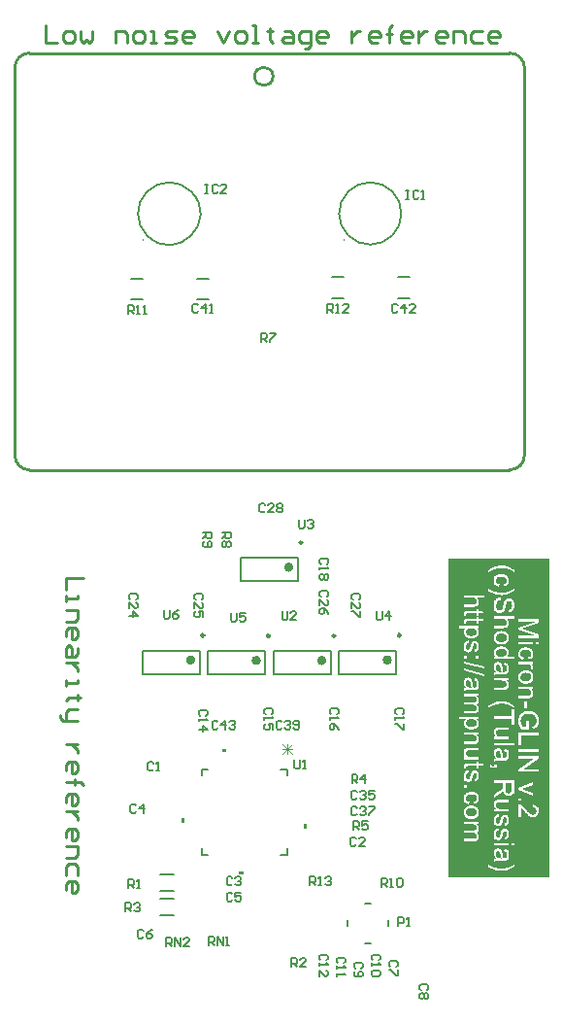
<source format=gto>
G04*
G04 #@! TF.GenerationSoftware,Altium Limited,Altium Designer,22.4.2 (48)*
G04*
G04 Layer_Color=65535*
%FSLAX25Y25*%
%MOIN*%
G70*
G04*
G04 #@! TF.SameCoordinates,F473D59A-574F-4481-BB9C-DFA0211E3A26*
G04*
G04*
G04 #@! TF.FilePolarity,Positive*
G04*
G01*
G75*
%ADD10C,0.00984*%
%ADD11C,0.01575*%
%ADD12C,0.01000*%
%ADD13C,0.00394*%
%ADD14C,0.00787*%
%ADD15C,0.00600*%
%ADD16C,0.00300*%
%ADD17C,0.00591*%
G36*
X-107915Y-104773D02*
Y-103273D01*
X-108915D01*
Y-104773D01*
X-107915D01*
D02*
G37*
G36*
X-93556Y-80569D02*
Y-79569D01*
X-95056D01*
Y-80569D01*
X-93556D01*
D02*
G37*
G36*
X-87649Y-121569D02*
Y-122569D01*
X-89149D01*
Y-121569D01*
X-87649D01*
D02*
G37*
G36*
X-66915Y-106742D02*
Y-105242D01*
X-65915D01*
Y-106742D01*
X-66915D01*
D02*
G37*
G36*
X17312Y-123500D02*
X6713D01*
Y-72705D01*
X6713D01*
Y-69886D01*
X6728Y-70159D01*
X6757Y-70424D01*
X6794Y-70668D01*
X6824Y-70779D01*
X6846Y-70889D01*
X6868Y-70985D01*
X6897Y-71066D01*
X6920Y-71148D01*
X6934Y-71207D01*
X6956Y-71266D01*
X6964Y-71302D01*
X6979Y-71325D01*
Y-71332D01*
X7089Y-71598D01*
X7215Y-71849D01*
X7348Y-72077D01*
X7414Y-72188D01*
X7473Y-72284D01*
X7532Y-72373D01*
X7591Y-72454D01*
X7635Y-72528D01*
X7680Y-72587D01*
X7717Y-72638D01*
X7746Y-72675D01*
X7761Y-72697D01*
X7768Y-72705D01*
X6875D01*
X10300D01*
Y-69819D01*
X9495D01*
Y-71819D01*
X8218D01*
X8123Y-71701D01*
X8041Y-71568D01*
X7960Y-71428D01*
X7886Y-71288D01*
X7827Y-71162D01*
X7798Y-71111D01*
X7776Y-71066D01*
X7761Y-71022D01*
X7746Y-70993D01*
X7739Y-70978D01*
Y-70970D01*
X7665Y-70764D01*
X7613Y-70557D01*
X7569Y-70365D01*
X7547Y-70196D01*
X7539Y-70114D01*
X7532Y-70048D01*
X7525Y-69989D01*
Y-69937D01*
X7517Y-69893D01*
Y-69834D01*
X7532Y-69583D01*
X7562Y-69347D01*
X7613Y-69133D01*
X7635Y-69029D01*
X7665Y-68941D01*
X7694Y-68860D01*
X7717Y-68786D01*
X7746Y-68720D01*
X7768Y-68660D01*
X7783Y-68616D01*
X7798Y-68587D01*
X7812Y-68565D01*
Y-68557D01*
X7872Y-68446D01*
X7938Y-68343D01*
X8078Y-68166D01*
X8233Y-68011D01*
X8381Y-67878D01*
X8514Y-67782D01*
X8573Y-67738D01*
X8617Y-67708D01*
X8661Y-67679D01*
X8691Y-67664D01*
X8713Y-67657D01*
X8720Y-67649D01*
X8964Y-67546D01*
X9222Y-67472D01*
X9473Y-67413D01*
X9717Y-67376D01*
X9827Y-67369D01*
X9931Y-67354D01*
X10019Y-67347D01*
X10100D01*
X10159Y-67339D01*
X10211D01*
X10240D01*
X10248D01*
X10521Y-67354D01*
X10779Y-67384D01*
X11008Y-67421D01*
X11119Y-67443D01*
X11215Y-67472D01*
X11303Y-67494D01*
X11384Y-67517D01*
X11451Y-67539D01*
X11510Y-67561D01*
X11562Y-67576D01*
X11591Y-67590D01*
X11613Y-67598D01*
X11621D01*
X11753Y-67657D01*
X11879Y-67723D01*
X11997Y-67797D01*
X12093Y-67864D01*
X12174Y-67923D01*
X12241Y-67974D01*
X12277Y-68004D01*
X12292Y-68018D01*
X12403Y-68129D01*
X12499Y-68255D01*
X12587Y-68373D01*
X12661Y-68491D01*
X12720Y-68594D01*
X12757Y-68675D01*
X12772Y-68705D01*
X12787Y-68727D01*
X12794Y-68742D01*
Y-68749D01*
X12860Y-68926D01*
X12905Y-69103D01*
X12942Y-69288D01*
X12964Y-69450D01*
X12971Y-69531D01*
X12979Y-69598D01*
Y-69664D01*
X12986Y-69716D01*
Y-69819D01*
X12979Y-70004D01*
X12956Y-70181D01*
X12927Y-70336D01*
X12897Y-70476D01*
X12860Y-70587D01*
X12846Y-70638D01*
X12831Y-70675D01*
X12816Y-70705D01*
X12809Y-70727D01*
X12801Y-70742D01*
Y-70749D01*
X12728Y-70897D01*
X12654Y-71030D01*
X12573Y-71140D01*
X12499Y-71236D01*
X12425Y-71302D01*
X12373Y-71354D01*
X12336Y-71391D01*
X12322Y-71399D01*
X12204Y-71480D01*
X12071Y-71553D01*
X11938Y-71620D01*
X11805Y-71679D01*
X11687Y-71723D01*
X11635Y-71738D01*
X11598Y-71753D01*
X11562Y-71767D01*
X11532Y-71775D01*
X11517Y-71782D01*
X11510D01*
X11731Y-72601D01*
X11975Y-72528D01*
X12196Y-72446D01*
X12292Y-72402D01*
X12388Y-72358D01*
X12469Y-72321D01*
X12543Y-72277D01*
X12617Y-72240D01*
X12676Y-72203D01*
X12728Y-72166D01*
X12772Y-72144D01*
X12801Y-72114D01*
X12823Y-72100D01*
X12838Y-72092D01*
X12846Y-72085D01*
X13001Y-71945D01*
X13134Y-71797D01*
X13244Y-71642D01*
X13340Y-71487D01*
X13414Y-71354D01*
X13443Y-71295D01*
X13466Y-71244D01*
X13488Y-71207D01*
X13502Y-71177D01*
X13510Y-71155D01*
Y-71148D01*
X13591Y-70919D01*
X13650Y-70690D01*
X13694Y-70461D01*
X13724Y-70255D01*
X13731Y-70159D01*
X13739Y-70078D01*
X13746Y-70004D01*
X13753Y-69937D01*
Y-72705D01*
D01*
Y-66410D01*
X10787D01*
X13753D01*
Y-69812D01*
X13746Y-69627D01*
X13739Y-69443D01*
X13716Y-69266D01*
X13687Y-69103D01*
X13657Y-68941D01*
X13621Y-68793D01*
X13584Y-68653D01*
X13547Y-68528D01*
X13502Y-68417D01*
X13466Y-68314D01*
X13429Y-68225D01*
X13399Y-68151D01*
X13370Y-68092D01*
X13348Y-68048D01*
X13340Y-68018D01*
X13333Y-68011D01*
X13252Y-67871D01*
X13156Y-67738D01*
X13060Y-67612D01*
X12956Y-67502D01*
X12846Y-67391D01*
X12742Y-67295D01*
X12639Y-67207D01*
X12536Y-67125D01*
X12432Y-67059D01*
X12344Y-66993D01*
X12263Y-66941D01*
X12189Y-66897D01*
X12130Y-66867D01*
X12086Y-66845D01*
X12056Y-66830D01*
X12049Y-66823D01*
X11886Y-66749D01*
X11724Y-66690D01*
X11562Y-66631D01*
X11399Y-66587D01*
X11089Y-66513D01*
X10942Y-66483D01*
X10801Y-66461D01*
X10676Y-66447D01*
X10558Y-66432D01*
X10455Y-66424D01*
X10366Y-66417D01*
X10292Y-66410D01*
X10196D01*
D01*
X6808D01*
X10196D01*
X10012Y-66417D01*
X9827Y-66424D01*
X9657Y-66447D01*
X9488Y-66476D01*
X9333Y-66505D01*
X9178Y-66542D01*
X9038Y-66579D01*
X8912Y-66616D01*
X8794Y-66653D01*
X8691Y-66690D01*
X8602Y-66727D01*
X8521Y-66756D01*
X8462Y-66786D01*
X8418Y-66808D01*
X8388Y-66816D01*
X8381Y-66823D01*
X8233Y-66904D01*
X8093Y-67000D01*
X7967Y-67096D01*
X7842Y-67192D01*
X7731Y-67295D01*
X7635Y-67399D01*
X7539Y-67502D01*
X7458Y-67598D01*
X7384Y-67694D01*
X7318Y-67782D01*
X7266Y-67864D01*
X7222Y-67930D01*
X7185Y-67981D01*
X7163Y-68026D01*
X7148Y-68055D01*
X7141Y-68063D01*
X7067Y-68218D01*
X7001Y-68380D01*
X6942Y-68535D01*
X6897Y-68690D01*
X6853Y-68852D01*
X6816Y-69000D01*
X6787Y-69148D01*
X6764Y-69280D01*
X6750Y-69406D01*
X6735Y-69524D01*
X6728Y-69627D01*
X6720Y-69716D01*
X6713Y-69790D01*
Y-66410D01*
X6713D01*
Y-57089D01*
X9355D01*
X9569Y-57081D01*
X9776Y-57059D01*
X9967Y-57030D01*
X10145Y-56985D01*
X10307Y-56941D01*
X10455Y-56882D01*
X10595Y-56823D01*
X10720Y-56764D01*
X10831Y-56705D01*
X10927Y-56646D01*
X11008Y-56587D01*
X11074Y-56542D01*
X11134Y-56498D01*
X11170Y-56469D01*
X11192Y-56447D01*
X11200Y-56439D01*
X11318Y-56314D01*
X11421Y-56181D01*
X11510Y-56048D01*
X11591Y-55908D01*
X11650Y-55768D01*
X11709Y-55635D01*
X11753Y-55495D01*
X11790Y-55369D01*
X11812Y-55244D01*
X11835Y-55133D01*
X11849Y-55037D01*
X11864Y-54949D01*
Y-54875D01*
X11872Y-54823D01*
Y-56657D01*
Y-54779D01*
X11864Y-54609D01*
X11849Y-54447D01*
X11820Y-54299D01*
X11783Y-54151D01*
X11746Y-54011D01*
X11694Y-53886D01*
X11650Y-53768D01*
X11598Y-53664D01*
X11547Y-53561D01*
X11495Y-53480D01*
X11444Y-53406D01*
X11407Y-53340D01*
X11370Y-53295D01*
X11340Y-53258D01*
X11325Y-53236D01*
X11318Y-53229D01*
X11185Y-53096D01*
X11045Y-52978D01*
X10890Y-52875D01*
X10728Y-52786D01*
X10558Y-52720D01*
X10388Y-52653D01*
X10218Y-52602D01*
X10056Y-52565D01*
X9901Y-52535D01*
X9761Y-52506D01*
X9628Y-52491D01*
X9510Y-52483D01*
X9421Y-52476D01*
X9347Y-52469D01*
X9289D01*
X9060Y-52476D01*
X8846Y-52498D01*
X8647Y-52528D01*
X8462Y-52565D01*
X8292Y-52616D01*
X8137Y-52668D01*
X7997Y-52727D01*
X7864Y-52786D01*
X7754Y-52845D01*
X7650Y-52904D01*
X7569Y-52956D01*
X7502Y-53008D01*
X7444Y-53044D01*
X7407Y-53074D01*
X7384Y-53096D01*
X7377Y-53104D01*
X7259Y-53229D01*
X7156Y-53362D01*
X7067Y-53495D01*
X6993Y-53635D01*
X6927Y-53775D01*
X6875Y-53915D01*
X6831Y-54048D01*
X6794Y-54181D01*
X6772Y-54306D01*
X6750Y-54417D01*
X6735Y-54520D01*
X6720Y-54609D01*
Y-54683D01*
X6713Y-54734D01*
Y-52469D01*
X6713D01*
Y-48897D01*
X11872D01*
X8521D01*
X8632Y-48078D01*
X8514Y-48055D01*
X8410Y-48033D01*
X8307Y-48004D01*
X8218Y-47974D01*
X8130Y-47938D01*
X8056Y-47908D01*
X7990Y-47871D01*
X7923Y-47834D01*
X7872Y-47797D01*
X7827Y-47768D01*
X7754Y-47709D01*
X7709Y-47672D01*
X7702Y-47664D01*
X7694Y-47657D01*
X7598Y-47524D01*
X7525Y-47391D01*
X7473Y-47251D01*
X7436Y-47126D01*
X7414Y-47008D01*
X7407Y-46963D01*
Y-46919D01*
X7399Y-46882D01*
Y-46838D01*
X7407Y-46727D01*
X7421Y-46616D01*
X7444Y-46521D01*
X7473Y-46425D01*
X7539Y-46255D01*
X7628Y-46107D01*
X7665Y-46048D01*
X7709Y-45996D01*
X7746Y-45952D01*
X7783Y-45908D01*
X7805Y-45878D01*
X7827Y-45856D01*
X7842Y-45849D01*
X7849Y-45842D01*
X7938Y-45775D01*
X8041Y-45716D01*
X8152Y-45664D01*
X8263Y-45627D01*
X8506Y-45554D01*
X8742Y-45509D01*
X8853Y-45495D01*
X8956Y-45487D01*
X9052Y-45480D01*
X9133Y-45472D01*
X9200Y-45465D01*
X9252D01*
X9289D01*
X9296D01*
X9473Y-45472D01*
X9643Y-45480D01*
X9790Y-45502D01*
X9931Y-45524D01*
X10063Y-45554D01*
X10182Y-45591D01*
X10285Y-45627D01*
X10381Y-45664D01*
X10462Y-45694D01*
X10536Y-45731D01*
X10595Y-45768D01*
X10639Y-45797D01*
X10683Y-45819D01*
X10706Y-45842D01*
X10720Y-45849D01*
X10728Y-45856D01*
X10809Y-45930D01*
X10875Y-46011D01*
X10942Y-46100D01*
X10993Y-46181D01*
X11038Y-46270D01*
X11074Y-46351D01*
X11126Y-46513D01*
X11163Y-46661D01*
X11170Y-46720D01*
X11178Y-46779D01*
X11185Y-46823D01*
Y-46882D01*
X11178Y-47030D01*
X11148Y-47170D01*
X11104Y-47288D01*
X11060Y-47391D01*
X11008Y-47473D01*
X10971Y-47539D01*
X10942Y-47576D01*
X10927Y-47591D01*
X10824Y-47694D01*
X10706Y-47782D01*
X10580Y-47849D01*
X10462Y-47908D01*
X10351Y-47952D01*
X10263Y-47982D01*
X10226Y-47989D01*
X10204Y-47997D01*
X10189Y-48004D01*
X10182D01*
X10307Y-48816D01*
X10440Y-48786D01*
X10573Y-48742D01*
X10691Y-48698D01*
X10801Y-48653D01*
X10905Y-48602D01*
X11001Y-48543D01*
X11082Y-48491D01*
X11163Y-48432D01*
X11229Y-48380D01*
X11288Y-48329D01*
X11340Y-48284D01*
X11384Y-48240D01*
X11414Y-48210D01*
X11436Y-48181D01*
X11451Y-48166D01*
X11458Y-48159D01*
X11532Y-48063D01*
X11598Y-47960D01*
X11650Y-47849D01*
X11694Y-47738D01*
X11768Y-47517D01*
X11820Y-47310D01*
X11835Y-47214D01*
X11849Y-47126D01*
X11857Y-47045D01*
X11864Y-46978D01*
X11872Y-46926D01*
Y-46779D01*
Y-46845D01*
X11857Y-46616D01*
X11827Y-46395D01*
X11776Y-46196D01*
X11746Y-46107D01*
X11724Y-46019D01*
X11694Y-45945D01*
X11665Y-45878D01*
X11643Y-45819D01*
X11613Y-45768D01*
X11598Y-45724D01*
X11584Y-45694D01*
X11569Y-45679D01*
Y-45672D01*
X11444Y-45480D01*
X11303Y-45318D01*
X11148Y-45177D01*
X11008Y-45067D01*
X10875Y-44978D01*
X10816Y-44949D01*
X10764Y-44919D01*
X10728Y-44897D01*
X10698Y-44882D01*
X10676Y-44867D01*
X10669D01*
X10440Y-44779D01*
X10196Y-44720D01*
X9960Y-44675D01*
X9746Y-44639D01*
X9643Y-44631D01*
X9554Y-44624D01*
X9473Y-44616D01*
X9399D01*
X9347Y-44609D01*
X9266D01*
X9045Y-44616D01*
X8831Y-44639D01*
X8632Y-44668D01*
X8447Y-44705D01*
X8277Y-44749D01*
X8123Y-44801D01*
X7982Y-44860D01*
X7857Y-44919D01*
X7746Y-44971D01*
X7643Y-45030D01*
X7562Y-45081D01*
X7495Y-45126D01*
X7436Y-45163D01*
X7399Y-45192D01*
X7377Y-45214D01*
X7370Y-45222D01*
X7252Y-45340D01*
X7156Y-45465D01*
X7067Y-45598D01*
X6993Y-45731D01*
X6927Y-45871D01*
X6875Y-46004D01*
X6831Y-46137D01*
X6794Y-46262D01*
X6764Y-46380D01*
X6750Y-46491D01*
X6735Y-46594D01*
X6720Y-46676D01*
Y-46749D01*
X6713Y-46801D01*
Y-44609D01*
X6713D01*
Y-14330D01*
X17312D01*
Y-123500D01*
D02*
G37*
G36*
X6720Y-46993D02*
X6735Y-47133D01*
X6757Y-47266D01*
X6787Y-47399D01*
X6824Y-47517D01*
X6868Y-47627D01*
X6905Y-47731D01*
X6956Y-47827D01*
X7001Y-47908D01*
X7038Y-47989D01*
X7082Y-48048D01*
X7119Y-48107D01*
X7148Y-48144D01*
X7170Y-48181D01*
X7185Y-48196D01*
X7193Y-48203D01*
X7288Y-48299D01*
X7384Y-48395D01*
X7495Y-48476D01*
X7606Y-48543D01*
X7717Y-48609D01*
X7827Y-48668D01*
X8034Y-48757D01*
X8137Y-48794D01*
X8226Y-48823D01*
X8307Y-48845D01*
X8381Y-48867D01*
X8440Y-48882D01*
X8484Y-48889D01*
X8514Y-48897D01*
X6713D01*
Y-46845D01*
X6720Y-46993D01*
D02*
G37*
G36*
X9458Y-53332D02*
X9621Y-53340D01*
X9768Y-53362D01*
X9908Y-53391D01*
X10034Y-53421D01*
X10152Y-53458D01*
X10255Y-53495D01*
X10351Y-53531D01*
X10432Y-53568D01*
X10506Y-53605D01*
X10565Y-53642D01*
X10617Y-53672D01*
X10654Y-53701D01*
X10683Y-53723D01*
X10698Y-53731D01*
X10706Y-53738D01*
X10787Y-53819D01*
X10860Y-53900D01*
X10927Y-53989D01*
X10978Y-54078D01*
X11023Y-54166D01*
X11060Y-54247D01*
X11119Y-54417D01*
X11156Y-54557D01*
X11163Y-54624D01*
X11170Y-54675D01*
X11178Y-54720D01*
Y-54779D01*
X11170Y-54889D01*
X11156Y-55000D01*
X11134Y-55103D01*
X11104Y-55199D01*
X11030Y-55376D01*
X10942Y-55532D01*
X10897Y-55590D01*
X10853Y-55650D01*
X10816Y-55694D01*
X10779Y-55738D01*
X10750Y-55768D01*
X10728Y-55790D01*
X10713Y-55805D01*
X10706Y-55812D01*
X10610Y-55886D01*
X10514Y-55952D01*
X10403Y-56004D01*
X10292Y-56055D01*
X10174Y-56100D01*
X10056Y-56129D01*
X9835Y-56181D01*
X9731Y-56196D01*
X9635Y-56210D01*
X9547Y-56218D01*
X9466Y-56225D01*
X9407Y-56233D01*
X9355D01*
X9325D01*
X9318D01*
X9141Y-56225D01*
X8979Y-56218D01*
X8824Y-56196D01*
X8683Y-56166D01*
X8551Y-56137D01*
X8432Y-56100D01*
X8322Y-56063D01*
X8233Y-56026D01*
X8145Y-55982D01*
X8071Y-55945D01*
X8012Y-55908D01*
X7960Y-55878D01*
X7923Y-55849D01*
X7894Y-55827D01*
X7879Y-55819D01*
X7872Y-55812D01*
X7790Y-55731D01*
X7717Y-55650D01*
X7650Y-55561D01*
X7598Y-55480D01*
X7554Y-55391D01*
X7517Y-55303D01*
X7458Y-55140D01*
X7421Y-55000D01*
X7414Y-54934D01*
X7407Y-54882D01*
X7399Y-54838D01*
Y-54779D01*
X7407Y-54661D01*
X7421Y-54557D01*
X7444Y-54447D01*
X7473Y-54351D01*
X7547Y-54174D01*
X7635Y-54026D01*
X7672Y-53960D01*
X7717Y-53900D01*
X7754Y-53856D01*
X7790Y-53812D01*
X7820Y-53782D01*
X7842Y-53760D01*
X7857Y-53746D01*
X7864Y-53738D01*
X7960Y-53664D01*
X8063Y-53605D01*
X8174Y-53546D01*
X8285Y-53502D01*
X8521Y-53428D01*
X8757Y-53377D01*
X8861Y-53362D01*
X8964Y-53347D01*
X9052Y-53340D01*
X9133Y-53332D01*
X9200Y-53325D01*
X9244D01*
X9281D01*
X9289D01*
X9458Y-53332D01*
D02*
G37*
G36*
X6728Y-55015D02*
X6757Y-55236D01*
X6809Y-55436D01*
X6831Y-55532D01*
X6860Y-55613D01*
X6890Y-55694D01*
X6912Y-55760D01*
X6942Y-55819D01*
X6964Y-55871D01*
X6979Y-55915D01*
X6993Y-55945D01*
X7008Y-55959D01*
Y-55967D01*
X7134Y-56159D01*
X7266Y-56328D01*
X7407Y-56469D01*
X7547Y-56587D01*
X7665Y-56683D01*
X7724Y-56720D01*
X7768Y-56749D01*
X7805Y-56771D01*
X7835Y-56786D01*
X7849Y-56801D01*
X7857D01*
X7967Y-56853D01*
X8078Y-56897D01*
X8322Y-56971D01*
X8573Y-57022D01*
X8809Y-57052D01*
X8919Y-57067D01*
X9023Y-57074D01*
X9119Y-57081D01*
X9200D01*
X9266Y-57089D01*
X6713D01*
Y-54779D01*
X6728Y-55015D01*
D02*
G37*
G36*
X6713Y-123500D02*
X-3579D01*
D01*
X-17312D01*
Y-14330D01*
X6713D01*
Y-123500D01*
D02*
G37*
%LPC*%
G36*
X13635Y-38369D02*
Y-38380D01*
D01*
Y-38369D01*
D02*
G37*
G36*
Y-39045D02*
Y-39056D01*
D01*
Y-39045D01*
D02*
G37*
G36*
Y-34890D02*
X6824D01*
Y-37664D01*
Y-35761D01*
X12624D01*
X6824Y-37723D01*
Y-38535D01*
X12528Y-40528D01*
X6824D01*
Y-40502D01*
Y-41399D01*
X13635D01*
Y-40181D01*
X8897Y-38543D01*
X8765Y-38498D01*
X8647Y-38454D01*
X8528Y-38417D01*
X8425Y-38380D01*
X8322Y-38351D01*
X8233Y-38321D01*
X8152Y-38292D01*
X8078Y-38270D01*
X8019Y-38247D01*
X7960Y-38233D01*
X7916Y-38218D01*
X7872Y-38203D01*
X7842Y-38196D01*
X7820Y-38188D01*
X7812Y-38181D01*
X7805D01*
X7872Y-38159D01*
X7945Y-38137D01*
X8100Y-38085D01*
X8270Y-38034D01*
X8432Y-37982D01*
X8580Y-37930D01*
X8647Y-37908D01*
X8698Y-37893D01*
X8742Y-37879D01*
X8779Y-37864D01*
X8801Y-37856D01*
X8809D01*
X13635Y-36240D01*
Y-34890D01*
D02*
G37*
G36*
Y-42749D02*
X12683D01*
Y-43583D01*
X11761D01*
Y-42749D01*
X6824D01*
Y-43583D01*
X13635D01*
Y-42749D01*
D02*
G37*
G36*
X11872Y-49605D02*
X6824D01*
Y-52284D01*
Y-50439D01*
X9407D01*
X9599Y-50447D01*
X9783Y-50461D01*
X9945Y-50484D01*
X10093Y-50506D01*
X10211Y-50528D01*
X10263Y-50543D01*
X10307Y-50550D01*
X10336Y-50557D01*
X10359Y-50565D01*
X10373Y-50572D01*
X10381D01*
X10484Y-50616D01*
X10580Y-50661D01*
X10654Y-50712D01*
X10720Y-50764D01*
X10772Y-50808D01*
X10809Y-50845D01*
X10831Y-50875D01*
X10838Y-50882D01*
X10897Y-50971D01*
X10934Y-51052D01*
X10964Y-51133D01*
X10986Y-51214D01*
X11001Y-51281D01*
X11008Y-51332D01*
Y-51376D01*
X11001Y-51495D01*
X10978Y-51605D01*
X10949Y-51709D01*
X10920Y-51797D01*
X10883Y-51878D01*
X10853Y-51937D01*
X10831Y-51974D01*
X10824Y-51989D01*
X11598Y-52284D01*
X11687Y-52122D01*
X11753Y-51960D01*
X11805Y-51819D01*
X11835Y-51687D01*
X11857Y-51576D01*
X11864Y-51531D01*
Y-51495D01*
X11872Y-51465D01*
Y-52196D01*
Y-51421D01*
X11864Y-51318D01*
X11842Y-51214D01*
X11820Y-51126D01*
X11790Y-51044D01*
X11753Y-50985D01*
X11731Y-50934D01*
X11709Y-50904D01*
X11702Y-50889D01*
X11665Y-50845D01*
X11621Y-50793D01*
X11525Y-50705D01*
X11407Y-50616D01*
X11288Y-50535D01*
X11185Y-50461D01*
X11089Y-50410D01*
X11060Y-50388D01*
X11030Y-50373D01*
X11015Y-50358D01*
X11761D01*
Y-49605D01*
X11872D01*
D02*
G37*
G36*
Y-58070D02*
X6824D01*
Y-62077D01*
X11872D01*
X10056D01*
X10152Y-62070D01*
X10233D01*
X10307Y-62063D01*
X10373D01*
X10484Y-62055D01*
X10565Y-62041D01*
X10624Y-62033D01*
X10661Y-62026D01*
X10669D01*
X10801Y-61996D01*
X10920Y-61952D01*
X11023Y-61915D01*
X11111Y-61871D01*
X11185Y-61827D01*
X11244Y-61797D01*
X11274Y-61775D01*
X11288Y-61768D01*
X11384Y-61694D01*
X11466Y-61605D01*
X11532Y-61509D01*
X11598Y-61421D01*
X11643Y-61332D01*
X11680Y-61266D01*
X11702Y-61221D01*
X11709Y-61214D01*
Y-61207D01*
X11761Y-61067D01*
X11805Y-60926D01*
X11835Y-60786D01*
X11849Y-60661D01*
X11864Y-60550D01*
Y-60506D01*
X11872Y-60461D01*
Y-60387D01*
X11864Y-60203D01*
X11835Y-60026D01*
X11798Y-59864D01*
X11746Y-59709D01*
X11680Y-59568D01*
X11613Y-59443D01*
X11539Y-59325D01*
X11466Y-59222D01*
X11384Y-59126D01*
X11311Y-59044D01*
X11244Y-58978D01*
X11178Y-58926D01*
X11126Y-58882D01*
X11089Y-58845D01*
X11060Y-58830D01*
X11052Y-58823D01*
X11761D01*
Y-58070D01*
X11872D01*
D02*
G37*
G36*
X9709Y-63030D02*
X8868D01*
Y-65605D01*
X9709D01*
Y-63030D01*
D02*
G37*
G36*
X10787Y-66410D02*
X10292D01*
D01*
X10787D01*
D02*
G37*
G36*
X13635Y-73996D02*
X6824D01*
Y-78254D01*
X13635D01*
Y-73996D01*
D02*
G37*
G36*
Y-79480D02*
X6824D01*
Y-80380D01*
X13635D01*
Y-79480D01*
D02*
G37*
G36*
Y-81959D02*
X6824D01*
Y-82823D01*
X12167D01*
X6824Y-86395D01*
Y-87325D01*
X13635D01*
Y-81959D01*
D02*
G37*
G36*
X11761Y-90860D02*
X6824Y-92727D01*
Y-93524D01*
X11761Y-95398D01*
Y-90860D01*
D02*
G37*
G36*
X7776Y-96372D02*
X6824D01*
Y-97324D01*
X7776D01*
Y-96372D01*
D02*
G37*
G36*
X13657Y-98431D02*
D01*
Y-100800D01*
X13650Y-100623D01*
X13635Y-100453D01*
X13613Y-100299D01*
X13576Y-100151D01*
X13539Y-100011D01*
X13495Y-99885D01*
X13451Y-99767D01*
X13407Y-99664D01*
X13355Y-99568D01*
X13311Y-99487D01*
X13266Y-99413D01*
X13229Y-99354D01*
X13193Y-99310D01*
X13170Y-99280D01*
X13156Y-99258D01*
X13148Y-99251D01*
X13052Y-99147D01*
X12942Y-99059D01*
X12831Y-98978D01*
X12706Y-98904D01*
X12587Y-98845D01*
X12469Y-98786D01*
X12344Y-98741D01*
X12233Y-98704D01*
X12122Y-98668D01*
X12019Y-98645D01*
X11923Y-98623D01*
X11842Y-98608D01*
X11776Y-98601D01*
X11731Y-98594D01*
X11702Y-98586D01*
X11687D01*
X11598Y-99442D01*
X11716Y-99450D01*
X11827Y-99457D01*
X12019Y-99502D01*
X12196Y-99561D01*
X12270Y-99590D01*
X12336Y-99627D01*
X12395Y-99656D01*
X12447Y-99693D01*
X12491Y-99723D01*
X12528Y-99745D01*
X12558Y-99775D01*
X12580Y-99789D01*
X12587Y-99797D01*
X12595Y-99804D01*
X12661Y-99878D01*
X12720Y-99952D01*
X12765Y-100033D01*
X12809Y-100114D01*
X12875Y-100276D01*
X12920Y-100431D01*
X12942Y-100564D01*
X12956Y-100623D01*
Y-100675D01*
X12964Y-100719D01*
Y-100882D01*
X12949Y-100985D01*
X12912Y-101169D01*
X12853Y-101324D01*
X12794Y-101465D01*
X12728Y-101568D01*
X12698Y-101612D01*
X12669Y-101649D01*
X12646Y-101679D01*
X12632Y-101701D01*
X12624Y-101708D01*
X12617Y-101716D01*
X12551Y-101782D01*
X12484Y-101834D01*
X12418Y-101885D01*
X12344Y-101922D01*
X12204Y-101989D01*
X12071Y-102033D01*
X11960Y-102055D01*
X11908Y-102070D01*
X11864D01*
X11835Y-102077D01*
X11805D01*
X11790D01*
X11783D01*
X11694Y-102070D01*
X11606Y-102062D01*
X11429Y-102018D01*
X11259Y-101952D01*
X11104Y-101878D01*
X10971Y-101804D01*
X10920Y-101775D01*
X10868Y-101738D01*
X10831Y-101716D01*
X10801Y-101693D01*
X10787Y-101686D01*
X10779Y-101679D01*
X10676Y-101597D01*
X10565Y-101502D01*
X10447Y-101391D01*
X10329Y-101273D01*
X10086Y-101029D01*
X9857Y-100778D01*
X9746Y-100660D01*
X9650Y-100542D01*
X9562Y-100439D01*
X9488Y-100350D01*
X9421Y-100276D01*
X9377Y-100225D01*
X9340Y-100188D01*
X9333Y-100173D01*
X9222Y-100040D01*
X9119Y-99922D01*
X9023Y-99804D01*
X8927Y-99701D01*
X8838Y-99598D01*
X8750Y-99509D01*
X8676Y-99428D01*
X8602Y-99354D01*
X8536Y-99287D01*
X8477Y-99236D01*
X8425Y-99184D01*
X8388Y-99147D01*
X8351Y-99110D01*
X8329Y-99088D01*
X8314Y-99081D01*
X8307Y-99073D01*
X8145Y-98941D01*
X7982Y-98830D01*
X7827Y-98734D01*
X7687Y-98660D01*
X7569Y-98601D01*
X7517Y-98579D01*
X7480Y-98557D01*
X7444Y-98542D01*
X7421Y-98535D01*
X7407Y-98527D01*
X7399D01*
X7296Y-98491D01*
X7193Y-98468D01*
X7097Y-98446D01*
X7008Y-98439D01*
X6934Y-98431D01*
X6824D01*
Y-102941D01*
X13657D01*
Y-98431D01*
D02*
G37*
%LPD*%
G36*
X9687Y-58912D02*
X9849Y-58919D01*
X9990Y-58941D01*
X10123Y-58963D01*
X10240Y-58993D01*
X10344Y-59022D01*
X10440Y-59059D01*
X10521Y-59096D01*
X10595Y-59133D01*
X10654Y-59170D01*
X10698Y-59199D01*
X10742Y-59229D01*
X10772Y-59251D01*
X10794Y-59273D01*
X10801Y-59281D01*
X10809Y-59288D01*
X10868Y-59362D01*
X10920Y-59443D01*
X11008Y-59598D01*
X11067Y-59753D01*
X11104Y-59893D01*
X11134Y-60018D01*
X11141Y-60078D01*
Y-60122D01*
X11148Y-60159D01*
Y-60210D01*
X11141Y-60336D01*
X11126Y-60447D01*
X11097Y-60543D01*
X11074Y-60631D01*
X11045Y-60698D01*
X11015Y-60749D01*
X11001Y-60786D01*
X10993Y-60793D01*
X10934Y-60882D01*
X10868Y-60956D01*
X10801Y-61015D01*
X10735Y-61059D01*
X10676Y-61096D01*
X10632Y-61118D01*
X10602Y-61133D01*
X10587Y-61140D01*
X10484Y-61177D01*
X10366Y-61199D01*
X10240Y-61221D01*
X10115Y-61229D01*
X10004Y-61236D01*
X9953Y-61244D01*
X9908D01*
X9879D01*
X9849D01*
X9835D01*
X9827D01*
X6824D01*
Y-58904D01*
X9517D01*
X9687Y-58912D01*
D02*
G37*
G36*
X13635Y-78254D02*
X7628D01*
Y-74897D01*
X13635D01*
Y-78254D01*
D02*
G37*
G36*
Y-86461D02*
X8285D01*
X13635Y-82882D01*
Y-86461D01*
D02*
G37*
G36*
X11761Y-94535D02*
X8742Y-93435D01*
X8543Y-93361D01*
X8366Y-93302D01*
X8204Y-93251D01*
X8071Y-93206D01*
X7960Y-93169D01*
X7916Y-93155D01*
X7872Y-93147D01*
X7842Y-93140D01*
X7820Y-93133D01*
X7812Y-93125D01*
X7805D01*
X7997Y-93066D01*
X8181Y-93015D01*
X8351Y-92963D01*
X8499Y-92911D01*
X8624Y-92867D01*
X8676Y-92852D01*
X8720Y-92837D01*
X8757Y-92823D01*
X8779Y-92815D01*
X8794Y-92808D01*
X8801D01*
X11761Y-91745D01*
Y-94535D01*
D02*
G37*
G36*
X7790Y-99701D02*
X7864Y-99760D01*
X7931Y-99819D01*
X7990Y-99871D01*
X8034Y-99907D01*
X8063Y-99937D01*
X8071Y-99944D01*
X8115Y-99989D01*
X8174Y-100048D01*
X8233Y-100114D01*
X8300Y-100188D01*
X8447Y-100343D01*
X8587Y-100505D01*
X8720Y-100660D01*
X8779Y-100727D01*
X8831Y-100793D01*
X8875Y-100837D01*
X8905Y-100882D01*
X8927Y-100904D01*
X8934Y-100911D01*
X9075Y-101074D01*
X9207Y-101228D01*
X9325Y-101369D01*
X9443Y-101494D01*
X9547Y-101612D01*
X9650Y-101716D01*
X9739Y-101812D01*
X9820Y-101900D01*
X9886Y-101974D01*
X9953Y-102033D01*
X10004Y-102085D01*
X10049Y-102129D01*
X10086Y-102158D01*
X10108Y-102188D01*
X10123Y-102195D01*
X10130Y-102203D01*
X10292Y-102343D01*
X10440Y-102453D01*
X10580Y-102550D01*
X10706Y-102631D01*
X10809Y-102690D01*
X10890Y-102734D01*
X10920Y-102749D01*
X10942Y-102756D01*
X10949Y-102763D01*
X10956D01*
X11104Y-102822D01*
X11252Y-102859D01*
X11384Y-102889D01*
X11510Y-102911D01*
X11613Y-102926D01*
X11694Y-102933D01*
X11724D01*
X11746D01*
X11753D01*
X11761D01*
X11908Y-102926D01*
X12049Y-102911D01*
X12182Y-102882D01*
X12314Y-102845D01*
X12432Y-102800D01*
X12543Y-102749D01*
X12646Y-102697D01*
X12735Y-102645D01*
X12823Y-102594D01*
X12897Y-102542D01*
X12964Y-102490D01*
X13015Y-102446D01*
X13052Y-102409D01*
X13089Y-102380D01*
X13104Y-102365D01*
X13111Y-102358D01*
X13207Y-102247D01*
X13288Y-102129D01*
X13362Y-102003D01*
X13429Y-101871D01*
X13480Y-101745D01*
X13525Y-101612D01*
X13562Y-101487D01*
X13591Y-101361D01*
X13613Y-101251D01*
X13628Y-101140D01*
X13643Y-101044D01*
X13650Y-100963D01*
X13657Y-100896D01*
Y-102941D01*
X7628D01*
Y-99583D01*
X7790Y-99701D01*
D02*
G37*
%LPC*%
G36*
X5343Y-16506D02*
D01*
Y-18152D01*
X5122Y-17989D01*
X4908Y-17842D01*
X4694Y-17709D01*
X4487Y-17576D01*
X4280Y-17465D01*
X4089Y-17355D01*
X3904Y-17259D01*
X3734Y-17178D01*
X3572Y-17104D01*
X3432Y-17037D01*
X3306Y-16986D01*
X3203Y-16941D01*
X3114Y-16905D01*
X3048Y-16882D01*
X3011Y-16868D01*
X2996Y-16860D01*
X2804Y-16801D01*
X2613Y-16742D01*
X2244Y-16654D01*
X2059Y-16624D01*
X1882Y-16595D01*
X1720Y-16572D01*
X1565Y-16550D01*
X1417Y-16536D01*
X1284Y-16528D01*
X1173Y-16513D01*
X1070D01*
X996Y-16506D01*
X886D01*
X649Y-16513D01*
X421Y-16528D01*
X199Y-16550D01*
X-22Y-16580D01*
X-229Y-16617D01*
X-428Y-16654D01*
X-620Y-16698D01*
X-797Y-16742D01*
X-952Y-16786D01*
X-1100Y-16831D01*
X-1225Y-16868D01*
X-1336Y-16905D01*
X-1417Y-16934D01*
X-1483Y-16956D01*
X-1520Y-16971D01*
X-1535Y-16978D01*
X-1749Y-17074D01*
X-1956Y-17170D01*
X-2155Y-17266D01*
X-2347Y-17362D01*
X-2524Y-17465D01*
X-2694Y-17561D01*
X-2849Y-17657D01*
X-2996Y-17746D01*
X-3122Y-17827D01*
X-3240Y-17908D01*
X-3343Y-17975D01*
X-3424Y-18034D01*
X-3491Y-18085D01*
X-3542Y-18122D01*
X-3572Y-18144D01*
X-3579Y-18152D01*
Y-18750D01*
X-3373Y-18624D01*
X-3166Y-18506D01*
X-2959Y-18395D01*
X-2753Y-18292D01*
X-2339Y-18108D01*
X-1948Y-17945D01*
X-1564Y-17812D01*
X-1196Y-17702D01*
X-841Y-17606D01*
X-517Y-17539D01*
X-214Y-17480D01*
X-81Y-17458D01*
X52Y-17436D01*
X177Y-17421D01*
X295Y-17406D01*
X399Y-17392D01*
X495Y-17384D01*
X583Y-17377D01*
X657Y-17369D01*
X723D01*
X775Y-17362D01*
X819D01*
X856D01*
X871D01*
X878D01*
X1203Y-17369D01*
X1520Y-17392D01*
X1675Y-17406D01*
X1815Y-17428D01*
X1956Y-17443D01*
X2081Y-17465D01*
X2199Y-17480D01*
X2303Y-17495D01*
X2399Y-17517D01*
X2480Y-17532D01*
X2539Y-17547D01*
X2590Y-17554D01*
X2620Y-17561D01*
X2627D01*
X2886Y-17628D01*
X3129Y-17702D01*
X3358Y-17775D01*
X3461Y-17812D01*
X3557Y-17842D01*
X3646Y-17879D01*
X3727Y-17908D01*
X3793Y-17938D01*
X3852Y-17960D01*
X3897Y-17975D01*
X3934Y-17989D01*
X3956Y-18004D01*
X3963D01*
X4044Y-18041D01*
X4140Y-18085D01*
X4244Y-18137D01*
X4354Y-18196D01*
X4583Y-18322D01*
X4812Y-18447D01*
X4915Y-18506D01*
X5018Y-18558D01*
X5107Y-18609D01*
X5188Y-18661D01*
X5255Y-18698D01*
X5299Y-18727D01*
X5336Y-18742D01*
X5343Y-18750D01*
Y-16506D01*
D02*
G37*
G36*
X945Y-19480D02*
X864D01*
X642Y-19488D01*
X428Y-19510D01*
X229Y-19539D01*
X44Y-19576D01*
X-125Y-19620D01*
X-280Y-19672D01*
X-421Y-19731D01*
X-546Y-19790D01*
X-657Y-19842D01*
X-760Y-19901D01*
X-841Y-19952D01*
X-908Y-19997D01*
X-967Y-20034D01*
X-1004Y-20063D01*
X-1026Y-20085D01*
X-1033Y-20093D01*
X-1151Y-20211D01*
X-1247Y-20336D01*
X-1336Y-20469D01*
X-1409Y-20602D01*
X-1476Y-20742D01*
X-1528Y-20875D01*
X-1572Y-21008D01*
X-1609Y-21133D01*
X-1638Y-21251D01*
X-1653Y-21362D01*
X-1668Y-21465D01*
X-1683Y-21547D01*
Y-21620D01*
X-1690Y-21672D01*
Y-19480D01*
D01*
Y-23768D01*
Y-21716D01*
X-1683Y-21864D01*
X-1668Y-22004D01*
X-1646Y-22137D01*
X-1616Y-22270D01*
X-1579Y-22388D01*
X-1535Y-22499D01*
X-1498Y-22602D01*
X-1446Y-22698D01*
X-1402Y-22779D01*
X-1365Y-22860D01*
X-1321Y-22919D01*
X-1284Y-22978D01*
X-1255Y-23015D01*
X-1232Y-23052D01*
X-1218Y-23067D01*
X-1210Y-23074D01*
X-1114Y-23170D01*
X-1018Y-23266D01*
X-908Y-23347D01*
X-797Y-23414D01*
X-686Y-23480D01*
X-576Y-23539D01*
X-369Y-23628D01*
X-266Y-23665D01*
X-177Y-23694D01*
X-96Y-23716D01*
X-22Y-23738D01*
X37Y-23753D01*
X81Y-23761D01*
X111Y-23768D01*
X-1690D01*
X3469D01*
X118D01*
X229Y-22949D01*
X111Y-22927D01*
X7Y-22905D01*
X-96Y-22875D01*
X-184Y-22846D01*
X-273Y-22809D01*
X-347Y-22779D01*
X-413Y-22742D01*
X-480Y-22705D01*
X-531Y-22668D01*
X-576Y-22639D01*
X-649Y-22580D01*
X-694Y-22543D01*
X-701Y-22535D01*
X-708Y-22528D01*
X-804Y-22395D01*
X-878Y-22262D01*
X-930Y-22122D01*
X-967Y-21997D01*
X-989Y-21879D01*
X-996Y-21834D01*
Y-21790D01*
X-1004Y-21753D01*
Y-21709D01*
X-996Y-21598D01*
X-981Y-21487D01*
X-959Y-21392D01*
X-930Y-21296D01*
X-863Y-21126D01*
X-775Y-20978D01*
X-738Y-20919D01*
X-694Y-20868D01*
X-657Y-20823D01*
X-620Y-20779D01*
X-598Y-20750D01*
X-576Y-20727D01*
X-561Y-20720D01*
X-554Y-20713D01*
X-465Y-20646D01*
X-362Y-20587D01*
X-251Y-20536D01*
X-140Y-20499D01*
X103Y-20425D01*
X340Y-20380D01*
X450Y-20366D01*
X554Y-20358D01*
X649Y-20351D01*
X731Y-20344D01*
X797Y-20336D01*
X849D01*
X886D01*
X893D01*
X1070Y-20344D01*
X1240Y-20351D01*
X1388Y-20373D01*
X1528Y-20395D01*
X1660Y-20425D01*
X1779Y-20462D01*
X1882Y-20499D01*
X1978Y-20536D01*
X2059Y-20565D01*
X2133Y-20602D01*
X2192Y-20639D01*
X2236Y-20668D01*
X2280Y-20691D01*
X2303Y-20713D01*
X2317Y-20720D01*
X2325Y-20727D01*
X2406Y-20801D01*
X2472Y-20882D01*
X2539Y-20971D01*
X2590Y-21052D01*
X2635Y-21141D01*
X2672Y-21222D01*
X2723Y-21384D01*
X2760Y-21532D01*
X2767Y-21591D01*
X2775Y-21650D01*
X2782Y-21694D01*
Y-21753D01*
X2775Y-21901D01*
X2745Y-22041D01*
X2701Y-22159D01*
X2657Y-22262D01*
X2605Y-22344D01*
X2568Y-22410D01*
X2539Y-22447D01*
X2524Y-22462D01*
X2421Y-22565D01*
X2303Y-22654D01*
X2177Y-22720D01*
X2059Y-22779D01*
X1948Y-22823D01*
X1860Y-22853D01*
X1823Y-22860D01*
X1801Y-22868D01*
X1786Y-22875D01*
X1779D01*
X1904Y-23687D01*
X2037Y-23657D01*
X2170Y-23613D01*
X2288Y-23569D01*
X2399Y-23524D01*
X2502Y-23473D01*
X2598Y-23414D01*
X2679Y-23362D01*
X2760Y-23303D01*
X2827Y-23251D01*
X2886Y-23200D01*
X2937Y-23155D01*
X2982Y-23111D01*
X3011Y-23082D01*
X3033Y-23052D01*
X3048Y-23037D01*
X3055Y-23030D01*
X3129Y-22934D01*
X3196Y-22831D01*
X3247Y-22720D01*
X3291Y-22609D01*
X3365Y-22388D01*
X3417Y-22181D01*
X3432Y-22085D01*
X3447Y-21997D01*
X3454Y-21916D01*
X3461Y-21849D01*
X3469Y-21798D01*
Y-21650D01*
Y-21716D01*
X3454Y-21487D01*
X3424Y-21266D01*
X3373Y-21067D01*
X3343Y-20978D01*
X3321Y-20890D01*
X3291Y-20816D01*
X3262Y-20750D01*
X3240Y-20691D01*
X3210Y-20639D01*
X3196Y-20595D01*
X3181Y-20565D01*
X3166Y-20550D01*
Y-20543D01*
X3041Y-20351D01*
X2900Y-20189D01*
X2745Y-20048D01*
X2605Y-19938D01*
X2472Y-19849D01*
X2413Y-19820D01*
X2362Y-19790D01*
X2325Y-19768D01*
X2295Y-19753D01*
X2273Y-19738D01*
X2266D01*
X2037Y-19650D01*
X1793Y-19591D01*
X1557Y-19547D01*
X1343Y-19510D01*
X1240Y-19502D01*
X1151Y-19495D01*
X1070Y-19488D01*
X996D01*
X945Y-19480D01*
D02*
G37*
G36*
X5343Y-24432D02*
X5166Y-24535D01*
X5004Y-24624D01*
X4849Y-24713D01*
X4708Y-24786D01*
X4583Y-24853D01*
X4472Y-24912D01*
X4369Y-24971D01*
X4280Y-25015D01*
X4199Y-25052D01*
X4133Y-25089D01*
X4074Y-25118D01*
X4030Y-25141D01*
X3993Y-25155D01*
X3971Y-25170D01*
X3956Y-25177D01*
X3948D01*
X3705Y-25273D01*
X3469Y-25362D01*
X3247Y-25436D01*
X3136Y-25473D01*
X3041Y-25502D01*
X2952Y-25524D01*
X2864Y-25547D01*
X2790Y-25569D01*
X2731Y-25583D01*
X2679Y-25598D01*
X2642Y-25606D01*
X2620Y-25613D01*
X2613D01*
X2288Y-25679D01*
X1978Y-25731D01*
X1830Y-25753D01*
X1683Y-25768D01*
X1550Y-25783D01*
X1424Y-25798D01*
X1306Y-25805D01*
X1203Y-25812D01*
X1107D01*
X1026Y-25820D01*
X967D01*
X915D01*
X886D01*
X878D01*
X672Y-25812D01*
X458Y-25805D01*
X44Y-25761D01*
X-362Y-25694D01*
X-760Y-25606D01*
X-1144Y-25495D01*
X-1513Y-25384D01*
X-1860Y-25259D01*
X-2192Y-25126D01*
X-2487Y-24993D01*
X-2627Y-24934D01*
X-2760Y-24875D01*
X-2878Y-24809D01*
X-2996Y-24757D01*
X-3100Y-24698D01*
X-3196Y-24646D01*
X-3284Y-24602D01*
X-3358Y-24558D01*
X-3424Y-24521D01*
X-3476Y-24491D01*
X-3520Y-24469D01*
X-3557Y-24447D01*
X-3572Y-24440D01*
X-3579Y-24432D01*
X5343D01*
X-3579D01*
Y-26676D01*
Y-25030D01*
X-3240Y-25273D01*
X-2885Y-25495D01*
X-2546Y-25694D01*
X-2384Y-25783D01*
X-2229Y-25864D01*
X-2081Y-25938D01*
X-1948Y-26004D01*
X-1830Y-26056D01*
X-1734Y-26100D01*
X-1646Y-26137D01*
X-1587Y-26166D01*
X-1550Y-26181D01*
X-1535Y-26189D01*
X-1314Y-26277D01*
X-1100Y-26351D01*
X-878Y-26417D01*
X-664Y-26469D01*
X-458Y-26521D01*
X-258Y-26558D01*
X-66Y-26587D01*
X111Y-26617D01*
X280Y-26639D01*
X428Y-26654D01*
X561Y-26661D01*
X672Y-26668D01*
X760Y-26676D01*
X5343D01*
X886D01*
X1092Y-26668D01*
X1292Y-26661D01*
X1491Y-26646D01*
X1683Y-26617D01*
X1860Y-26594D01*
X2037Y-26565D01*
X2199Y-26528D01*
X2354Y-26499D01*
X2495Y-26462D01*
X2620Y-26432D01*
X2731Y-26395D01*
X2819Y-26373D01*
X2893Y-26351D01*
X2952Y-26329D01*
X2982Y-26321D01*
X2996Y-26314D01*
X3218Y-26233D01*
X3439Y-26137D01*
X3860Y-25938D01*
X4066Y-25834D01*
X4258Y-25724D01*
X4443Y-25620D01*
X4612Y-25517D01*
X4767Y-25421D01*
X4915Y-25325D01*
X5041Y-25244D01*
X5144Y-25170D01*
X5225Y-25111D01*
X5291Y-25067D01*
X5328Y-25037D01*
X5343Y-25030D01*
Y-24432D01*
D02*
G37*
G36*
X5350Y-27458D02*
X613D01*
D01*
X5350D01*
D01*
D02*
G37*
G36*
X-5052Y-26702D02*
X-11864D01*
Y-30709D01*
X-8609D01*
X-8484Y-30702D01*
X-8366Y-30694D01*
X-8263Y-30679D01*
X-8159Y-30665D01*
X-8071Y-30650D01*
X-7989Y-30635D01*
X-7916Y-30620D01*
X-7849Y-30606D01*
X-7790Y-30591D01*
X-7746Y-30576D01*
X-7702Y-30561D01*
X-7672Y-30547D01*
X-7650Y-30539D01*
X-7643Y-30532D01*
X-7635D01*
X-7502Y-30458D01*
X-7377Y-30369D01*
X-7274Y-30266D01*
X-7192Y-30178D01*
X-7126Y-30089D01*
X-7074Y-30015D01*
X-7060Y-29986D01*
X-7045Y-29963D01*
X-7038Y-29956D01*
Y-29949D01*
X-6964Y-29794D01*
X-6912Y-29631D01*
X-6868Y-29476D01*
X-6846Y-29329D01*
X-6831Y-29196D01*
X-6824Y-29144D01*
X-6816Y-29093D01*
Y-29004D01*
X-6824Y-28842D01*
X-6846Y-28687D01*
X-6883Y-28539D01*
X-6920Y-28399D01*
X-6978Y-28273D01*
X-7030Y-28148D01*
X-7097Y-28037D01*
X-7156Y-27941D01*
X-7222Y-27845D01*
X-7288Y-27764D01*
X-7340Y-27698D01*
X-7392Y-27639D01*
X-7436Y-27595D01*
X-7473Y-27565D01*
X-7495Y-27543D01*
X-7502Y-27535D01*
X-5052D01*
Y-26702D01*
D02*
G37*
G36*
X613Y-27458D02*
X-1690D01*
Y-32875D01*
D01*
Y-30358D01*
X-1675Y-30624D01*
X-1646Y-30867D01*
X-1609Y-31089D01*
X-1579Y-31192D01*
X-1557Y-31281D01*
X-1535Y-31369D01*
X-1505Y-31443D01*
X-1483Y-31510D01*
X-1469Y-31561D01*
X-1446Y-31605D01*
X-1439Y-31635D01*
X-1424Y-31657D01*
Y-31665D01*
X-1314Y-31871D01*
X-1196Y-32048D01*
X-1070Y-32203D01*
X-952Y-32329D01*
X-841Y-32432D01*
X-760Y-32498D01*
X-723Y-32528D01*
X-701Y-32543D01*
X-686Y-32557D01*
X-679D01*
X-590Y-32617D01*
X-494Y-32661D01*
X-317Y-32742D01*
X-148Y-32801D01*
X7Y-32838D01*
X148Y-32860D01*
X199Y-32868D01*
X251D01*
X288Y-32875D01*
X-1690D01*
X5350D01*
X340D01*
X539Y-32860D01*
X723Y-32831D01*
X886Y-32786D01*
X1026Y-32735D01*
X1144Y-32676D01*
X1196Y-32653D01*
X1233Y-32631D01*
X1262Y-32617D01*
X1284Y-32602D01*
X1299Y-32587D01*
X1306D01*
X1380Y-32528D01*
X1454Y-32469D01*
X1594Y-32329D01*
X1712Y-32188D01*
X1808Y-32041D01*
X1889Y-31916D01*
X1926Y-31856D01*
X1948Y-31805D01*
X1970Y-31768D01*
X1985Y-31738D01*
X2000Y-31716D01*
Y-31709D01*
X2037Y-31628D01*
X2074Y-31524D01*
X2111Y-31421D01*
X2148Y-31303D01*
X2214Y-31052D01*
X2280Y-30801D01*
X2317Y-30683D01*
X2340Y-30572D01*
X2369Y-30469D01*
X2384Y-30380D01*
X2406Y-30307D01*
X2421Y-30255D01*
X2428Y-30218D01*
Y-30203D01*
X2472Y-30004D01*
X2524Y-29827D01*
X2568Y-29672D01*
X2613Y-29524D01*
X2657Y-29399D01*
X2694Y-29288D01*
X2731Y-29192D01*
X2767Y-29111D01*
X2804Y-29045D01*
X2834Y-28986D01*
X2856Y-28941D01*
X2878Y-28904D01*
X2900Y-28875D01*
X2915Y-28860D01*
X2922Y-28845D01*
X3018Y-28757D01*
X3114Y-28698D01*
X3218Y-28653D01*
X3314Y-28617D01*
X3395Y-28602D01*
X3461Y-28594D01*
X3506Y-28587D01*
X3513D01*
X3520D01*
X3602Y-28594D01*
X3675Y-28602D01*
X3808Y-28646D01*
X3934Y-28705D01*
X4037Y-28772D01*
X4126Y-28838D01*
X4192Y-28897D01*
X4229Y-28941D01*
X4244Y-28949D01*
Y-28956D01*
X4295Y-29030D01*
X4347Y-29118D01*
X4421Y-29303D01*
X4472Y-29495D01*
X4509Y-29694D01*
X4524Y-29783D01*
X4531Y-29871D01*
X4539Y-29945D01*
Y-30011D01*
X4546Y-30070D01*
Y-30285D01*
X4531Y-30417D01*
X4517Y-30543D01*
X4495Y-30661D01*
X4472Y-30764D01*
X4443Y-30860D01*
X4413Y-30949D01*
X4384Y-31030D01*
X4347Y-31096D01*
X4317Y-31155D01*
X4288Y-31207D01*
X4266Y-31251D01*
X4244Y-31281D01*
X4229Y-31310D01*
X4221Y-31318D01*
X4214Y-31325D01*
X4148Y-31399D01*
X4081Y-31465D01*
X3926Y-31569D01*
X3764Y-31657D01*
X3609Y-31716D01*
X3469Y-31760D01*
X3410Y-31775D01*
X3351Y-31790D01*
X3306Y-31797D01*
X3277D01*
X3255Y-31805D01*
X3247D01*
X3314Y-32668D01*
X3535Y-32646D01*
X3734Y-32602D01*
X3919Y-32550D01*
X4074Y-32491D01*
X4140Y-32454D01*
X4207Y-32432D01*
X4258Y-32403D01*
X4303Y-32380D01*
X4340Y-32358D01*
X4362Y-32344D01*
X4376Y-32336D01*
X4384Y-32329D01*
X4553Y-32203D01*
X4694Y-32063D01*
X4819Y-31916D01*
X4922Y-31768D01*
X4996Y-31642D01*
X5026Y-31583D01*
X5055Y-31539D01*
X5077Y-31502D01*
X5085Y-31465D01*
X5100Y-31451D01*
Y-31443D01*
X5181Y-31222D01*
X5247Y-30993D01*
X5291Y-30764D01*
X5321Y-30558D01*
X5328Y-30462D01*
X5336Y-30380D01*
X5343Y-30299D01*
X5350Y-30233D01*
Y-30107D01*
X5343Y-29857D01*
X5314Y-29620D01*
X5277Y-29414D01*
X5255Y-29318D01*
X5232Y-29229D01*
X5210Y-29148D01*
X5188Y-29074D01*
X5166Y-29008D01*
X5151Y-28956D01*
X5136Y-28919D01*
X5122Y-28882D01*
X5114Y-28868D01*
Y-28860D01*
X5018Y-28661D01*
X4908Y-28491D01*
X4797Y-28344D01*
X4686Y-28225D01*
X4583Y-28130D01*
X4502Y-28056D01*
X4472Y-28034D01*
X4450Y-28019D01*
X4435Y-28004D01*
X4428D01*
X4258Y-27908D01*
X4089Y-27834D01*
X3934Y-27790D01*
X3786Y-27753D01*
X3653Y-27731D01*
X3602Y-27724D01*
X3557D01*
X3520Y-27716D01*
X3491D01*
X3476D01*
X3469D01*
X3299Y-27724D01*
X3136Y-27753D01*
X2989Y-27790D01*
X2864Y-27834D01*
X2760Y-27879D01*
X2679Y-27915D01*
X2650Y-27930D01*
X2627Y-27945D01*
X2620Y-27952D01*
X2613D01*
X2480Y-28048D01*
X2354Y-28166D01*
X2251Y-28284D01*
X2155Y-28410D01*
X2081Y-28513D01*
X2029Y-28602D01*
X2015Y-28639D01*
X2000Y-28661D01*
X1985Y-28676D01*
Y-28683D01*
X1948Y-28757D01*
X1911Y-28845D01*
X1875Y-28941D01*
X1838Y-29045D01*
X1764Y-29259D01*
X1697Y-29480D01*
X1668Y-29583D01*
X1638Y-29672D01*
X1616Y-29761D01*
X1594Y-29842D01*
X1579Y-29901D01*
X1565Y-29952D01*
X1557Y-29982D01*
Y-29989D01*
X1520Y-30159D01*
X1476Y-30314D01*
X1446Y-30447D01*
X1410Y-30572D01*
X1380Y-30683D01*
X1358Y-30786D01*
X1328Y-30867D01*
X1306Y-30949D01*
X1292Y-31008D01*
X1269Y-31067D01*
X1255Y-31111D01*
X1247Y-31141D01*
X1240Y-31170D01*
X1233Y-31185D01*
X1225Y-31200D01*
X1159Y-31347D01*
X1092Y-31473D01*
X1026Y-31583D01*
X967Y-31665D01*
X908Y-31731D01*
X864Y-31775D01*
X834Y-31805D01*
X827Y-31812D01*
X738Y-31879D01*
X642Y-31923D01*
X546Y-31960D01*
X458Y-31982D01*
X384Y-31997D01*
X317Y-32004D01*
X280D01*
X273D01*
X266D01*
X155Y-31997D01*
X44Y-31975D01*
X-52Y-31938D01*
X-140Y-31908D01*
X-214Y-31871D01*
X-273Y-31834D01*
X-302Y-31812D01*
X-317Y-31805D01*
X-413Y-31724D01*
X-494Y-31635D01*
X-568Y-31532D01*
X-627Y-31436D01*
X-672Y-31347D01*
X-708Y-31281D01*
X-723Y-31251D01*
X-731Y-31229D01*
X-738Y-31222D01*
Y-31214D01*
X-790Y-31067D01*
X-826Y-30912D01*
X-849Y-30757D01*
X-863Y-30617D01*
X-878Y-30498D01*
Y-30447D01*
X-886Y-30403D01*
Y-30314D01*
X-878Y-30100D01*
X-856Y-29908D01*
X-819Y-29724D01*
X-782Y-29569D01*
X-768Y-29502D01*
X-753Y-29443D01*
X-731Y-29392D01*
X-716Y-29347D01*
X-701Y-29310D01*
X-694Y-29288D01*
X-686Y-29273D01*
Y-29266D01*
X-605Y-29104D01*
X-517Y-28964D01*
X-435Y-28845D01*
X-347Y-28749D01*
X-273Y-28676D01*
X-214Y-28624D01*
X-177Y-28587D01*
X-162Y-28580D01*
X-30Y-28506D01*
X111Y-28447D01*
X251Y-28403D01*
X384Y-28366D01*
X509Y-28336D01*
X554Y-28329D01*
X598Y-28321D01*
X635Y-28314D01*
X664Y-28307D01*
X679D01*
X686D01*
X613Y-27458D01*
D01*
X487Y-27465D01*
X362Y-27480D01*
X133Y-27524D01*
X-81Y-27583D01*
X-177Y-27613D01*
X-258Y-27650D01*
X-339Y-27679D01*
X-413Y-27716D01*
X-472Y-27746D01*
X-524Y-27775D01*
X-568Y-27797D01*
X-598Y-27812D01*
X-612Y-27820D01*
X-620Y-27827D01*
X-812Y-27967D01*
X-974Y-28130D01*
X-1114Y-28292D01*
X-1225Y-28447D01*
X-1314Y-28587D01*
X-1343Y-28646D01*
X-1373Y-28698D01*
X-1395Y-28742D01*
X-1409Y-28772D01*
X-1424Y-28794D01*
Y-28801D01*
X-1513Y-29052D01*
X-1579Y-29310D01*
X-1624Y-29569D01*
X-1653Y-29812D01*
X-1668Y-29930D01*
X-1675Y-30034D01*
X-1683Y-30122D01*
Y-30203D01*
X-1690Y-30270D01*
Y-27458D01*
X613D01*
D01*
D02*
G37*
G36*
X-5207Y-31513D02*
X-11930D01*
X-7576D01*
Y-32133D01*
X-10425D01*
X-10558D01*
X-10683Y-32141D01*
X-10794D01*
X-10897Y-32148D01*
X-10986Y-32155D01*
X-11067Y-32163D01*
X-11141Y-32170D01*
X-11200Y-32185D01*
X-11252Y-32192D01*
X-11296Y-32200D01*
X-11333Y-32207D01*
X-11362Y-32214D01*
X-11399Y-32222D01*
X-11414Y-32229D01*
X-11495Y-32273D01*
X-11569Y-32325D01*
X-11635Y-32384D01*
X-11687Y-32443D01*
X-11731Y-32502D01*
X-11761Y-32546D01*
X-11783Y-32576D01*
X-11790Y-32583D01*
X-11834Y-32687D01*
X-11871Y-32797D01*
X-11894Y-32915D01*
X-11916Y-33034D01*
X-11923Y-33137D01*
X-11930Y-33218D01*
Y-33093D01*
Y-33292D01*
X-11916Y-33513D01*
X-11908Y-33617D01*
X-11894Y-33713D01*
X-11879Y-33801D01*
X-11871Y-33867D01*
X-11857Y-33912D01*
Y-33926D01*
D01*
X-11119Y-33816D01*
X-11126Y-33735D01*
X-11133Y-33661D01*
X-11141Y-33594D01*
Y-33543D01*
X-11148Y-33498D01*
Y-33373D01*
X-11141Y-33314D01*
X-11126Y-33270D01*
X-11119Y-33225D01*
X-11104Y-33196D01*
X-11096Y-33174D01*
X-11089Y-33159D01*
Y-33152D01*
X-11038Y-33093D01*
X-10986Y-33048D01*
X-10942Y-33019D01*
X-10934Y-33011D01*
X-10927D01*
X-10875Y-32997D01*
X-10809Y-32989D01*
X-10735Y-32974D01*
X-10661D01*
X-10587Y-32967D01*
X-10528D01*
X-10484D01*
X-10477D01*
X-10469D01*
X-7576D01*
Y-33816D01*
X-6927D01*
Y-32967D01*
X-5207D01*
Y-33816D01*
Y-31513D01*
D02*
G37*
G36*
Y-34155D02*
Y-35609D01*
X-5709Y-34775D01*
X-6927D01*
Y-34155D01*
X-7576D01*
Y-34775D01*
X-10425D01*
X-10558D01*
X-10683Y-34783D01*
X-10794D01*
X-10897Y-34790D01*
X-10986Y-34797D01*
X-11067Y-34805D01*
X-11141Y-34812D01*
X-11200Y-34827D01*
X-11252Y-34834D01*
X-11296Y-34842D01*
X-11333Y-34849D01*
X-11362Y-34856D01*
X-11399Y-34864D01*
X-11414Y-34871D01*
X-11495Y-34915D01*
X-11569Y-34967D01*
X-11635Y-35026D01*
X-11687Y-35085D01*
X-11731Y-35144D01*
X-11761Y-35188D01*
X-11783Y-35218D01*
X-11790Y-35225D01*
X-11834Y-35329D01*
X-11871Y-35439D01*
X-11894Y-35557D01*
X-11916Y-35676D01*
X-11923Y-35779D01*
X-11930Y-35860D01*
Y-35735D01*
Y-35934D01*
X-11916Y-36155D01*
X-11908Y-36259D01*
X-11894Y-36355D01*
X-11879Y-36443D01*
X-11871Y-36509D01*
X-11857Y-36554D01*
Y-36569D01*
X-11930D01*
D01*
X-5207D01*
Y-34155D01*
D02*
G37*
G36*
X5232Y-33997D02*
X-1579D01*
Y-34831D01*
X1114D01*
X1321Y-34838D01*
X1506Y-34853D01*
X1660Y-34875D01*
X1786Y-34897D01*
X1889Y-34919D01*
X1963Y-34941D01*
X1985Y-34949D01*
X2007Y-34956D01*
X2022Y-34963D01*
X2140Y-35023D01*
X2244Y-35096D01*
X2332Y-35170D01*
X2406Y-35251D01*
X2465Y-35318D01*
X2509Y-35377D01*
X2539Y-35414D01*
X2546Y-35428D01*
X2613Y-35554D01*
X2664Y-35679D01*
X2694Y-35797D01*
X2723Y-35901D01*
X2738Y-35997D01*
X2745Y-36070D01*
Y-36130D01*
X2731Y-36307D01*
X2701Y-36462D01*
X2657Y-36587D01*
X2605Y-36698D01*
X2546Y-36786D01*
X2502Y-36845D01*
X2472Y-36882D01*
X2458Y-36897D01*
X2399Y-36949D01*
X2340Y-36985D01*
X2192Y-37052D01*
X2044Y-37104D01*
X1889Y-37133D01*
X1757Y-37155D01*
X1697Y-37163D01*
X1646D01*
X1602Y-37170D01*
X1572D01*
X1550D01*
X1543D01*
X-1579D01*
Y-38004D01*
X5232D01*
X1675D01*
X1801Y-37997D01*
X1919Y-37989D01*
X2022Y-37975D01*
X2125Y-37960D01*
X2214Y-37945D01*
X2295Y-37930D01*
X2369Y-37915D01*
X2435Y-37901D01*
X2495Y-37886D01*
X2539Y-37871D01*
X2583Y-37856D01*
X2613Y-37842D01*
X2635Y-37834D01*
X2642Y-37827D01*
X2650D01*
X2782Y-37753D01*
X2908Y-37664D01*
X3011Y-37561D01*
X3092Y-37473D01*
X3159Y-37384D01*
X3210Y-37310D01*
X3225Y-37281D01*
X3240Y-37259D01*
X3247Y-37251D01*
Y-37244D01*
X3321Y-37089D01*
X3373Y-36926D01*
X3417Y-36772D01*
X3439Y-36624D01*
X3454Y-36491D01*
X3461Y-36439D01*
X3469Y-36388D01*
Y-36299D01*
X3461Y-36137D01*
X3439Y-35982D01*
X3402Y-35834D01*
X3365Y-35694D01*
X3306Y-35569D01*
X3255Y-35443D01*
X3188Y-35332D01*
X3129Y-35236D01*
X3063Y-35140D01*
X2996Y-35059D01*
X2945Y-34993D01*
X2893Y-34934D01*
X2849Y-34890D01*
X2812Y-34860D01*
X2790Y-34838D01*
X2782Y-34831D01*
X5232D01*
Y-33997D01*
D02*
G37*
G36*
X-6927Y-37277D02*
X-13753D01*
Y-38111D01*
X-11355D01*
X-11451Y-38192D01*
X-11539Y-38281D01*
X-11620Y-38369D01*
X-11680Y-38458D01*
X-11731Y-38532D01*
X-11776Y-38598D01*
X-11798Y-38635D01*
X-11805Y-38650D01*
X-11864Y-38775D01*
X-11901Y-38908D01*
X-11930Y-39033D01*
X-11953Y-39152D01*
X-11967Y-39255D01*
X-11975Y-39329D01*
Y-39402D01*
X-11967Y-39513D01*
X-11960Y-39617D01*
X-11923Y-39816D01*
X-11871Y-40000D01*
X-11812Y-40163D01*
X-11783Y-40236D01*
X-11761Y-40303D01*
X-11731Y-40354D01*
X-11709Y-40406D01*
X-11687Y-40443D01*
X-11672Y-40473D01*
X-11657Y-40487D01*
Y-40495D01*
X-11525Y-40679D01*
X-11377Y-40834D01*
X-11222Y-40974D01*
X-11067Y-41085D01*
X-10934Y-41174D01*
X-10875Y-41203D01*
X-10824Y-41233D01*
X-10787Y-41255D01*
X-10757Y-41270D01*
X-10735Y-41284D01*
X-10728D01*
X-10491Y-41373D01*
X-10255Y-41439D01*
X-10026Y-41491D01*
X-9820Y-41521D01*
X-9724Y-41535D01*
X-9635Y-41543D01*
X-9554Y-41550D01*
X-9488D01*
X-9436Y-41557D01*
X-13753D01*
D01*
X-6816D01*
Y-39461D01*
X-6824Y-39292D01*
X-6846Y-39129D01*
X-6875Y-38989D01*
X-6912Y-38871D01*
X-6949Y-38775D01*
X-6978Y-38701D01*
X-7001Y-38657D01*
X-7008Y-38650D01*
Y-38642D01*
X-7089Y-38517D01*
X-7178Y-38406D01*
X-7274Y-38303D01*
X-7362Y-38214D01*
X-7443Y-38140D01*
X-7517Y-38081D01*
X-7562Y-38052D01*
X-7569Y-38037D01*
X-6927D01*
Y-37277D01*
D02*
G37*
G36*
X945Y-38978D02*
X886D01*
X657Y-38985D01*
X443Y-39008D01*
X244Y-39037D01*
X59Y-39074D01*
X-111Y-39126D01*
X-266Y-39177D01*
X-406Y-39236D01*
X-539Y-39296D01*
X-649Y-39355D01*
X-753Y-39414D01*
X-834Y-39465D01*
X-900Y-39517D01*
X-959Y-39554D01*
X-996Y-39583D01*
X-1018Y-39605D01*
X-1026Y-39613D01*
X-1144Y-39738D01*
X-1247Y-39871D01*
X-1336Y-40004D01*
X-1409Y-40144D01*
X-1476Y-40284D01*
X-1528Y-40425D01*
X-1572Y-40558D01*
X-1609Y-40690D01*
X-1631Y-40816D01*
X-1653Y-40927D01*
X-1668Y-41030D01*
X-1683Y-41118D01*
Y-41192D01*
X-1690Y-41244D01*
Y-41288D01*
X-1675Y-41524D01*
X-1646Y-41746D01*
X-1594Y-41945D01*
X-1572Y-42041D01*
X-1542Y-42122D01*
X-1513Y-42203D01*
X-1491Y-42270D01*
X-1461Y-42329D01*
X-1439Y-42380D01*
X-1424Y-42425D01*
X-1409Y-42454D01*
X-1395Y-42469D01*
Y-42476D01*
X-1269Y-42668D01*
X-1137Y-42838D01*
X-996Y-42978D01*
X-856Y-43096D01*
X-738Y-43192D01*
X-679Y-43229D01*
X-635Y-43259D01*
X-598Y-43281D01*
X-568Y-43295D01*
X-554Y-43310D01*
X-546D01*
X-435Y-43362D01*
X-325Y-43406D01*
X-81Y-43480D01*
X170Y-43532D01*
X406Y-43561D01*
X517Y-43576D01*
X620Y-43583D01*
X716Y-43591D01*
X797D01*
X864Y-43598D01*
X-1690D01*
X952D01*
X1166Y-43591D01*
X1373Y-43569D01*
X1565Y-43539D01*
X1742Y-43495D01*
X1904Y-43450D01*
X2052Y-43391D01*
X2192Y-43332D01*
X2317Y-43273D01*
X2428Y-43214D01*
X2524Y-43155D01*
X2605Y-43096D01*
X2672Y-43052D01*
X2731Y-43008D01*
X2767Y-42978D01*
X2790Y-42956D01*
X2797Y-42949D01*
X2915Y-42823D01*
X3018Y-42690D01*
X3107Y-42557D01*
X3188Y-42417D01*
X3247Y-42277D01*
X3306Y-42144D01*
X3351Y-42004D01*
X3387Y-41879D01*
X3410Y-41753D01*
X3432Y-41642D01*
X3447Y-41546D01*
X3461Y-41458D01*
Y-41384D01*
X3469Y-41332D01*
Y-41288D01*
X3461Y-41118D01*
X3447Y-40956D01*
X3417Y-40808D01*
X3380Y-40661D01*
X3343Y-40521D01*
X3291Y-40395D01*
X3247Y-40277D01*
X3196Y-40174D01*
X3144Y-40070D01*
X3092Y-39989D01*
X3041Y-39915D01*
X3004Y-39849D01*
X2967Y-39805D01*
X2937Y-39768D01*
X2922Y-39746D01*
X2915Y-39738D01*
X2782Y-39605D01*
X2642Y-39487D01*
X2487Y-39384D01*
X2325Y-39296D01*
X2155Y-39229D01*
X1985Y-39163D01*
X1815Y-39111D01*
X1653Y-39074D01*
X1498Y-39045D01*
X1358Y-39015D01*
X1225Y-39000D01*
X1107Y-38993D01*
X1018Y-38985D01*
X945Y-38978D01*
D02*
G37*
G36*
X-10395Y-42236D02*
D01*
X-10536Y-42266D01*
X-10676Y-42303D01*
X-10801Y-42347D01*
X-10912Y-42391D01*
X-11023Y-42443D01*
X-11119Y-42495D01*
X-11207Y-42546D01*
X-11288Y-42605D01*
X-11355Y-42657D01*
X-11414Y-42709D01*
X-11466Y-42753D01*
X-11510Y-42790D01*
X-11539Y-42827D01*
X-11562Y-42849D01*
X-11576Y-42864D01*
X-11584Y-42871D01*
X-11650Y-42974D01*
X-11709Y-43078D01*
X-11768Y-43196D01*
X-11812Y-43314D01*
X-11879Y-43565D01*
X-11923Y-43801D01*
X-11945Y-43912D01*
X-11953Y-44015D01*
X-11960Y-44111D01*
X-11967Y-44185D01*
X-11975Y-44251D01*
Y-46340D01*
Y-44347D01*
X-11967Y-44561D01*
X-11945Y-44753D01*
X-11908Y-44930D01*
X-11871Y-45085D01*
X-11857Y-45151D01*
X-11842Y-45211D01*
X-11820Y-45262D01*
X-11805Y-45307D01*
X-11790Y-45343D01*
X-11783Y-45366D01*
X-11776Y-45380D01*
Y-45388D01*
X-11694Y-45550D01*
X-11606Y-45690D01*
X-11510Y-45808D01*
X-11414Y-45912D01*
X-11333Y-45985D01*
X-11266Y-46044D01*
X-11222Y-46074D01*
X-11215Y-46089D01*
X-11207D01*
X-11067Y-46170D01*
X-10927Y-46236D01*
X-10794Y-46281D01*
X-10676Y-46310D01*
X-10572Y-46325D01*
X-10491Y-46340D01*
X-11975D01*
X-6816D01*
D01*
X-10418D01*
X-10263Y-46332D01*
X-10122Y-46310D01*
X-10004Y-46273D01*
X-9901Y-46236D01*
X-9812Y-46200D01*
X-9753Y-46163D01*
X-9717Y-46140D01*
X-9702Y-46133D01*
X-9598Y-46052D01*
X-9510Y-45963D01*
X-9436Y-45867D01*
X-9377Y-45779D01*
X-9325Y-45705D01*
X-9296Y-45639D01*
X-9274Y-45594D01*
X-9266Y-45587D01*
Y-45580D01*
X-9237Y-45506D01*
X-9207Y-45425D01*
X-9170Y-45336D01*
X-9141Y-45240D01*
X-9074Y-45041D01*
X-9015Y-44834D01*
X-8986Y-44738D01*
X-8956Y-44642D01*
X-8934Y-44561D01*
X-8912Y-44495D01*
X-8897Y-44428D01*
X-8883Y-44384D01*
X-8875Y-44355D01*
Y-44347D01*
X-8846Y-44236D01*
X-8816Y-44140D01*
X-8794Y-44052D01*
X-8772Y-43971D01*
X-8750Y-43904D01*
X-8735Y-43845D01*
X-8720Y-43794D01*
X-8705Y-43749D01*
X-8683Y-43683D01*
X-8669Y-43639D01*
X-8661Y-43617D01*
Y-43609D01*
X-8624Y-43535D01*
X-8587Y-43469D01*
X-8550Y-43410D01*
X-8513Y-43366D01*
X-8484Y-43329D01*
X-8462Y-43306D01*
X-8447Y-43292D01*
X-8440Y-43284D01*
X-8388Y-43255D01*
X-8336Y-43233D01*
X-8241Y-43203D01*
X-8204Y-43196D01*
X-8174Y-43188D01*
X-8152D01*
X-8145D01*
X-8049Y-43196D01*
X-7967Y-43225D01*
X-7886Y-43262D01*
X-7820Y-43314D01*
X-7768Y-43358D01*
X-7731Y-43395D01*
X-7702Y-43425D01*
X-7694Y-43432D01*
X-7658Y-43484D01*
X-7628Y-43535D01*
X-7584Y-43661D01*
X-7547Y-43801D01*
X-7525Y-43934D01*
X-7510Y-44059D01*
Y-44111D01*
X-7502Y-44155D01*
Y-44251D01*
X-7510Y-44428D01*
X-7539Y-44576D01*
X-7569Y-44709D01*
X-7613Y-44819D01*
X-7650Y-44901D01*
X-7687Y-44960D01*
X-7717Y-44997D01*
X-7724Y-45011D01*
X-7812Y-45100D01*
X-7908Y-45174D01*
X-8004Y-45233D01*
X-8100Y-45277D01*
X-8181Y-45307D01*
X-8255Y-45321D01*
X-8299Y-45336D01*
X-8307D01*
X-8314D01*
X-8204Y-46155D01*
X-8034Y-46118D01*
X-7886Y-46074D01*
X-7753Y-46030D01*
X-7643Y-45978D01*
X-7562Y-45934D01*
X-7495Y-45897D01*
X-7458Y-45867D01*
X-7443Y-45860D01*
X-7340Y-45771D01*
X-7252Y-45668D01*
X-7170Y-45565D01*
X-7104Y-45461D01*
X-7052Y-45358D01*
X-7015Y-45284D01*
X-7001Y-45255D01*
X-6993Y-45233D01*
X-6986Y-45218D01*
Y-45211D01*
X-6927Y-45041D01*
X-6890Y-44871D01*
X-6860Y-44694D01*
X-6838Y-44539D01*
X-6824Y-44399D01*
Y-44340D01*
X-6816Y-44288D01*
Y-44192D01*
X-6824Y-44052D01*
X-6831Y-43919D01*
X-6846Y-43794D01*
X-6868Y-43690D01*
X-6890Y-43594D01*
X-6905Y-43528D01*
X-6912Y-43484D01*
X-6920Y-43476D01*
Y-43469D01*
X-6956Y-43351D01*
X-7001Y-43240D01*
X-7045Y-43152D01*
X-7082Y-43078D01*
X-7111Y-43019D01*
X-7141Y-42974D01*
X-7156Y-42945D01*
X-7163Y-42937D01*
X-7237Y-42842D01*
X-7311Y-42760D01*
X-7392Y-42687D01*
X-7466Y-42635D01*
X-7532Y-42583D01*
X-7584Y-42554D01*
X-7613Y-42532D01*
X-7628Y-42524D01*
X-7731Y-42473D01*
X-7842Y-42436D01*
X-7945Y-42413D01*
X-8041Y-42399D01*
X-8122Y-42384D01*
X-8181Y-42377D01*
X-8226D01*
X-8233D01*
X-8241D01*
X-8373Y-42384D01*
X-8499Y-42406D01*
X-8609Y-42436D01*
X-8705Y-42465D01*
X-8787Y-42495D01*
X-8853Y-42524D01*
X-8890Y-42546D01*
X-8905Y-42554D01*
X-9008Y-42628D01*
X-9104Y-42716D01*
X-9178Y-42805D01*
X-9244Y-42893D01*
X-9303Y-42974D01*
X-9340Y-43033D01*
X-9362Y-43078D01*
X-9370Y-43085D01*
Y-43093D01*
X-9399Y-43166D01*
X-9436Y-43255D01*
X-9473Y-43343D01*
X-9503Y-43447D01*
X-9569Y-43661D01*
X-9635Y-43867D01*
X-9665Y-43971D01*
X-9694Y-44067D01*
X-9717Y-44155D01*
X-9739Y-44229D01*
X-9753Y-44288D01*
X-9768Y-44340D01*
X-9775Y-44369D01*
Y-44377D01*
X-9805Y-44495D01*
X-9835Y-44605D01*
X-9864Y-44709D01*
X-9894Y-44797D01*
X-9916Y-44878D01*
X-9938Y-44945D01*
X-9960Y-45004D01*
X-9982Y-45063D01*
X-9997Y-45107D01*
X-10012Y-45144D01*
X-10034Y-45196D01*
X-10049Y-45225D01*
X-10056Y-45233D01*
X-10122Y-45314D01*
X-10196Y-45380D01*
X-10270Y-45425D01*
X-10344Y-45454D01*
X-10403Y-45469D01*
X-10462Y-45484D01*
X-10491D01*
X-10506D01*
X-10624Y-45469D01*
X-10728Y-45439D01*
X-10824Y-45395D01*
X-10905Y-45343D01*
X-10971Y-45292D01*
X-11015Y-45247D01*
X-11052Y-45218D01*
X-11060Y-45203D01*
X-11133Y-45085D01*
X-11192Y-44952D01*
X-11229Y-44805D01*
X-11259Y-44664D01*
X-11274Y-44539D01*
X-11281Y-44487D01*
Y-44436D01*
X-11288Y-44399D01*
Y-44340D01*
X-11274Y-44140D01*
X-11244Y-43963D01*
X-11207Y-43808D01*
X-11156Y-43683D01*
X-11111Y-43580D01*
X-11067Y-43506D01*
X-11038Y-43461D01*
X-11030Y-43454D01*
Y-43447D01*
X-10919Y-43336D01*
X-10801Y-43255D01*
X-10668Y-43188D01*
X-10543Y-43137D01*
X-10432Y-43100D01*
X-10388Y-43085D01*
X-10344Y-43078D01*
X-10307Y-43070D01*
X-10285D01*
X-10270Y-43063D01*
X-10263D01*
X-10395Y-42236D01*
D02*
G37*
G36*
X5232Y-44270D02*
Y-47716D01*
X2782D01*
X2893Y-47627D01*
X2989Y-47532D01*
X3070Y-47436D01*
X3144Y-47347D01*
X3203Y-47266D01*
X3240Y-47207D01*
X3269Y-47163D01*
X3277Y-47155D01*
Y-47148D01*
X3343Y-47015D01*
X3387Y-46875D01*
X3424Y-46742D01*
X3447Y-46616D01*
X3461Y-46513D01*
X3469Y-46425D01*
Y-46240D01*
X3454Y-46129D01*
X3417Y-45923D01*
X3365Y-45738D01*
X3306Y-45576D01*
X3277Y-45502D01*
X3247Y-45443D01*
X3218Y-45384D01*
X3196Y-45340D01*
X3173Y-45303D01*
X3159Y-45273D01*
X3151Y-45259D01*
X3144Y-45251D01*
X3011Y-45074D01*
X2864Y-44926D01*
X2716Y-44801D01*
X2561Y-44698D01*
X2428Y-44616D01*
X2369Y-44587D01*
X2325Y-44557D01*
X2280Y-44543D01*
X2251Y-44528D01*
X2229Y-44513D01*
X2221D01*
X1993Y-44432D01*
X1757Y-44373D01*
X1535Y-44329D01*
X1328Y-44299D01*
X1233Y-44292D01*
X1144Y-44284D01*
X1070Y-44277D01*
X1004D01*
X952Y-44270D01*
X5232D01*
X-1690D01*
X878D01*
X605Y-44284D01*
X354Y-44314D01*
X236Y-44329D01*
X126Y-44351D01*
X22Y-44380D01*
X-74Y-44402D01*
X-155Y-44425D01*
X-236Y-44454D01*
X-302Y-44476D01*
X-354Y-44491D01*
X-398Y-44513D01*
X-428Y-44521D01*
X-450Y-44535D01*
X-458D01*
X-664Y-44646D01*
X-849Y-44771D01*
X-1004Y-44897D01*
X-1129Y-45022D01*
X-1232Y-45133D01*
X-1269Y-45177D01*
X-1306Y-45222D01*
X-1328Y-45259D01*
X-1350Y-45281D01*
X-1358Y-45295D01*
X-1365Y-45303D01*
X-1424Y-45399D01*
X-1469Y-45495D01*
X-1550Y-45679D01*
X-1609Y-45864D01*
X-1646Y-46033D01*
X-1660Y-46107D01*
X-1675Y-46174D01*
X-1683Y-46233D01*
Y-46284D01*
X-1690Y-46329D01*
Y-46284D01*
Y-46388D01*
X-1683Y-46557D01*
X-1660Y-46712D01*
X-1624Y-46853D01*
X-1572Y-46993D01*
X-1520Y-47118D01*
X-1461Y-47229D01*
X-1395Y-47332D01*
X-1321Y-47428D01*
X-1255Y-47509D01*
X-1188Y-47576D01*
X-1129Y-47635D01*
X-1070Y-47686D01*
X-1026Y-47723D01*
X-989Y-47753D01*
X-967Y-47768D01*
X-959Y-47775D01*
X-1579D01*
Y-48550D01*
X-1690D01*
X5232D01*
Y-44270D01*
D02*
G37*
G36*
X-6927Y-47557D02*
X-7879D01*
Y-48509D01*
X-9395D01*
X-6927D01*
Y-47557D01*
D02*
G37*
G36*
X-9395D02*
X-11864D01*
Y-48509D01*
X-10912D01*
Y-47557D01*
X-9395D01*
D02*
G37*
G36*
X-11982Y-49343D02*
D01*
Y-54635D01*
X-4942D01*
Y-53963D01*
X-11956Y-51993D01*
D01*
X-11982Y-51985D01*
Y-50015D01*
X-4968Y-51985D01*
D01*
X-4942Y-51993D01*
Y-52181D01*
Y-51321D01*
X-11982Y-49343D01*
D02*
G37*
G36*
X3469Y-49591D02*
X-1690D01*
X-280D01*
X-391Y-49598D01*
X-502Y-49613D01*
X-605Y-49628D01*
X-701Y-49657D01*
X-878Y-49731D01*
X-1018Y-49812D01*
X-1085Y-49849D01*
X-1137Y-49886D01*
X-1188Y-49923D01*
X-1225Y-49960D01*
X-1255Y-49989D01*
X-1277Y-50004D01*
X-1292Y-50019D01*
X-1299Y-50026D01*
X-1365Y-50115D01*
X-1424Y-50203D01*
X-1483Y-50306D01*
X-1528Y-50402D01*
X-1594Y-50609D01*
X-1638Y-50816D01*
X-1660Y-50904D01*
X-1668Y-50993D01*
X-1675Y-51074D01*
X-1683Y-51140D01*
X-1690Y-51192D01*
Y-51273D01*
X-1683Y-51458D01*
X-1668Y-51627D01*
X-1638Y-51782D01*
X-1609Y-51923D01*
X-1579Y-52033D01*
X-1564Y-52085D01*
X-1550Y-52122D01*
X-1542Y-52151D01*
X-1535Y-52174D01*
X-1528Y-52188D01*
Y-52196D01*
X-1454Y-52358D01*
X-1373Y-52520D01*
X-1277Y-52668D01*
X-1181Y-52808D01*
X-1100Y-52926D01*
X-1055Y-52971D01*
X-1026Y-53015D01*
X-996Y-53052D01*
X-974Y-53074D01*
X-967Y-53089D01*
X-959Y-53096D01*
X-1092Y-53111D01*
X-1210Y-53133D01*
X-1314Y-53162D01*
X-1402Y-53192D01*
X-1476Y-53214D01*
X-1535Y-53236D01*
X-1564Y-53251D01*
X-1579Y-53258D01*
Y-54129D01*
X-1476Y-54078D01*
X-1365Y-54033D01*
X-1269Y-53996D01*
X-1181Y-53967D01*
X-1100Y-53945D01*
X-1041Y-53930D01*
X-1004Y-53923D01*
X-989D01*
X-922Y-53915D01*
X-834Y-53908D01*
X-738Y-53900D01*
X-627Y-53893D01*
X-509Y-53886D01*
X-384D01*
X-133Y-53878D01*
X-15D01*
X103Y-53871D01*
X207D01*
X303D01*
X376D01*
X435D01*
X472D01*
X487D01*
X1602D01*
X1705D01*
X1793D01*
X1875Y-53864D01*
X1956D01*
X2089Y-53856D01*
X2192Y-53849D01*
X2273Y-53842D01*
X2325Y-53834D01*
X2362Y-53827D01*
X2369D01*
X2495Y-53797D01*
X2605Y-53753D01*
X2701Y-53709D01*
X2782Y-53664D01*
X2849Y-53627D01*
X2900Y-53591D01*
X2930Y-53568D01*
X2937Y-53561D01*
X3018Y-53480D01*
X3092Y-53391D01*
X3159Y-53295D01*
X3210Y-53199D01*
X3255Y-53111D01*
X3284Y-53044D01*
X3299Y-53015D01*
X3306Y-52993D01*
X3314Y-52985D01*
Y-52978D01*
X3365Y-52823D01*
X3402Y-52653D01*
X3432Y-52483D01*
X3447Y-52321D01*
X3461Y-52181D01*
Y-52114D01*
X3469Y-52063D01*
Y-51960D01*
X3461Y-51731D01*
X3439Y-51517D01*
X3410Y-51325D01*
X3395Y-51236D01*
X3380Y-51162D01*
X3365Y-51089D01*
X3351Y-51022D01*
X3336Y-50971D01*
X3321Y-50926D01*
X3306Y-50889D01*
X3299Y-50860D01*
X3291Y-50845D01*
Y-50838D01*
X3218Y-50668D01*
X3136Y-50520D01*
X3055Y-50395D01*
X2974Y-50292D01*
X2900Y-50210D01*
X2841Y-50151D01*
X2804Y-50115D01*
X2797Y-50100D01*
X2790D01*
X2664Y-50011D01*
X2524Y-49937D01*
X2384Y-49878D01*
X2251Y-49827D01*
X2133Y-49790D01*
X2081Y-49775D01*
X2037Y-49760D01*
X2000Y-49753D01*
X1970Y-49746D01*
X1956Y-49738D01*
X1948D01*
X1838Y-50557D01*
X1934Y-50587D01*
X2022Y-50616D01*
X2170Y-50675D01*
X2303Y-50749D01*
X2399Y-50816D01*
X2472Y-50875D01*
X2531Y-50926D01*
X2561Y-50956D01*
X2568Y-50971D01*
X2635Y-51089D01*
X2686Y-51229D01*
X2723Y-51369D01*
X2753Y-51509D01*
X2767Y-51642D01*
Y-51694D01*
X2775Y-51745D01*
Y-51841D01*
X2760Y-52063D01*
X2731Y-52255D01*
X2686Y-52417D01*
X2635Y-52550D01*
X2576Y-52653D01*
X2554Y-52690D01*
X2531Y-52727D01*
X2517Y-52757D01*
X2502Y-52771D01*
X2487Y-52786D01*
X2399Y-52867D01*
X2288Y-52926D01*
X2170Y-52971D01*
X2052Y-53000D01*
X1941Y-53015D01*
X1852Y-53030D01*
X1823D01*
X1793D01*
X1779D01*
X1771D01*
X1749D01*
X1720D01*
X1646D01*
X1616Y-53022D01*
X1587D01*
X1565D01*
X1557D01*
X1528Y-52926D01*
X1498Y-52823D01*
X1469Y-52705D01*
X1439Y-52587D01*
X1388Y-52343D01*
X1343Y-52100D01*
X1328Y-51982D01*
X1314Y-51878D01*
X1299Y-51782D01*
X1284Y-51694D01*
X1277Y-51627D01*
X1269Y-51576D01*
X1262Y-51546D01*
Y-51531D01*
X1240Y-51354D01*
X1218Y-51207D01*
X1196Y-51074D01*
X1181Y-50971D01*
X1159Y-50889D01*
X1151Y-50830D01*
X1137Y-50801D01*
Y-50786D01*
X1100Y-50668D01*
X1055Y-50550D01*
X1011Y-50447D01*
X967Y-50358D01*
X930Y-50284D01*
X893Y-50233D01*
X871Y-50196D01*
X864Y-50181D01*
X790Y-50085D01*
X716Y-50004D01*
X635Y-49930D01*
X561Y-49871D01*
X487Y-49819D01*
X435Y-49782D01*
X399Y-49760D01*
X384Y-49753D01*
X266Y-49701D01*
X155Y-49657D01*
X44Y-49628D01*
X-59Y-49613D01*
X-148Y-49598D01*
X-221Y-49591D01*
X3469D01*
D02*
G37*
G36*
Y-55163D02*
X-1579D01*
Y-55996D01*
X1114D01*
X1284Y-56004D01*
X1446Y-56011D01*
X1587Y-56033D01*
X1720Y-56055D01*
X1838Y-56085D01*
X1941Y-56115D01*
X2037Y-56151D01*
X2118Y-56188D01*
X2192Y-56225D01*
X2251Y-56262D01*
X2295Y-56292D01*
X2340Y-56321D01*
X2369Y-56343D01*
X2391Y-56365D01*
X2399Y-56373D01*
X2406Y-56380D01*
X2465Y-56454D01*
X2517Y-56535D01*
X2605Y-56690D01*
X2664Y-56845D01*
X2701Y-56985D01*
X2731Y-57111D01*
X2738Y-57170D01*
Y-57214D01*
X2745Y-57251D01*
Y-57303D01*
X2738Y-57428D01*
X2723Y-57539D01*
X2694Y-57635D01*
X2672Y-57723D01*
X2642Y-57790D01*
X2613Y-57841D01*
X2598Y-57878D01*
X2590Y-57886D01*
X2531Y-57974D01*
X2465Y-58048D01*
X2399Y-58107D01*
X2332Y-58151D01*
X2273Y-58188D01*
X2229Y-58210D01*
X2199Y-58225D01*
X2184Y-58233D01*
X2081Y-58270D01*
X1963Y-58292D01*
X1838Y-58314D01*
X1712Y-58321D01*
X1602Y-58328D01*
X1550Y-58336D01*
X1506D01*
X1476D01*
X1446D01*
X1432D01*
X1424D01*
X-1579D01*
Y-59170D01*
X3469D01*
X1653D01*
X1749Y-59162D01*
X1830D01*
X1904Y-59155D01*
X1970D01*
X2081Y-59148D01*
X2162Y-59133D01*
X2221Y-59126D01*
X2258Y-59118D01*
X2266D01*
X2399Y-59089D01*
X2517Y-59044D01*
X2620Y-59008D01*
X2709Y-58963D01*
X2782Y-58919D01*
X2841Y-58889D01*
X2871Y-58867D01*
X2886Y-58860D01*
X2982Y-58786D01*
X3063Y-58697D01*
X3129Y-58602D01*
X3196Y-58513D01*
X3240Y-58424D01*
X3277Y-58358D01*
X3299Y-58314D01*
X3306Y-58306D01*
Y-58299D01*
X3358Y-58159D01*
X3402Y-58018D01*
X3432Y-57878D01*
X3447Y-57753D01*
X3461Y-57642D01*
Y-57598D01*
X3469Y-57554D01*
Y-57480D01*
X3461Y-57295D01*
X3432Y-57118D01*
X3395Y-56956D01*
X3343Y-56801D01*
X3277Y-56661D01*
X3210Y-56535D01*
X3136Y-56417D01*
X3063Y-56314D01*
X2982Y-56218D01*
X2908Y-56137D01*
X2841Y-56070D01*
X2775Y-56019D01*
X2723Y-55974D01*
X2686Y-55937D01*
X2657Y-55923D01*
X2650Y-55915D01*
X3358D01*
Y-55163D01*
X3469D01*
D02*
G37*
G36*
X-10459Y-54974D02*
X-10506D01*
D01*
X-10565D01*
X-10676Y-54982D01*
X-10787Y-54996D01*
X-10890Y-55011D01*
X-10986Y-55041D01*
X-11163Y-55115D01*
X-11303Y-55196D01*
X-11370Y-55233D01*
X-11421Y-55269D01*
X-11473Y-55306D01*
X-11510Y-55343D01*
X-11539Y-55373D01*
X-11562Y-55388D01*
X-11576Y-55402D01*
X-11584Y-55410D01*
X-11650Y-55498D01*
X-11709Y-55587D01*
X-11768Y-55690D01*
X-11812Y-55786D01*
X-11879Y-55993D01*
X-11923Y-56199D01*
X-11945Y-56288D01*
X-11953Y-56376D01*
X-11960Y-56458D01*
X-11967Y-56524D01*
X-11975Y-56576D01*
Y-56657D01*
X-11967Y-56841D01*
X-11953Y-57011D01*
X-11923Y-57166D01*
X-11894Y-57306D01*
X-11864Y-57417D01*
X-11849Y-57469D01*
X-11834Y-57506D01*
X-11827Y-57535D01*
X-11820Y-57557D01*
X-11812Y-57572D01*
Y-57579D01*
X-11739Y-57742D01*
X-11657Y-57904D01*
X-11562Y-58052D01*
X-11466Y-58192D01*
X-11384Y-58310D01*
X-11340Y-58354D01*
X-11311Y-58399D01*
X-11281Y-58435D01*
X-11259Y-58458D01*
X-11252Y-58472D01*
X-11244Y-58480D01*
X-11377Y-58495D01*
X-11495Y-58517D01*
X-11598Y-58546D01*
X-11687Y-58576D01*
X-11761Y-58598D01*
X-11820Y-58620D01*
X-11849Y-58635D01*
X-11864Y-58642D01*
Y-59513D01*
X-11761Y-59461D01*
X-11650Y-59417D01*
X-11554Y-59380D01*
X-11466Y-59351D01*
X-11384Y-59329D01*
X-11325Y-59314D01*
X-11288Y-59306D01*
X-11274D01*
X-11207Y-59299D01*
X-11119Y-59292D01*
X-11023Y-59284D01*
X-10912Y-59277D01*
X-10794Y-59269D01*
X-10668D01*
X-10418Y-59262D01*
X-10300D01*
X-10181Y-59255D01*
X-10078D01*
X-9982D01*
X-9908D01*
X-9849D01*
X-9812D01*
X-9798D01*
X-8683D01*
X-8580D01*
X-8491D01*
X-8410Y-59247D01*
X-8329D01*
X-8196Y-59240D01*
X-8093Y-59233D01*
X-8012Y-59225D01*
X-7960Y-59218D01*
X-7923Y-59210D01*
X-7916D01*
X-7790Y-59181D01*
X-7680Y-59137D01*
X-7584Y-59092D01*
X-7502Y-59048D01*
X-7436Y-59011D01*
X-7384Y-58974D01*
X-7355Y-58952D01*
X-7348Y-58945D01*
X-7266Y-58864D01*
X-7192Y-58775D01*
X-7126Y-58679D01*
X-7074Y-58583D01*
X-7030Y-58495D01*
X-7001Y-58428D01*
X-6986Y-58399D01*
X-6978Y-58376D01*
X-6971Y-58369D01*
Y-58362D01*
X-6920Y-58207D01*
X-6883Y-58037D01*
X-6853Y-57867D01*
X-6838Y-57705D01*
X-6824Y-57565D01*
Y-57498D01*
X-6816Y-57447D01*
Y-57284D01*
Y-57343D01*
X-6824Y-57114D01*
X-6846Y-56901D01*
X-6875Y-56709D01*
X-6890Y-56620D01*
X-6905Y-56546D01*
X-6920Y-56472D01*
X-6934Y-56406D01*
X-6949Y-56354D01*
X-6964Y-56310D01*
X-6978Y-56273D01*
X-6986Y-56244D01*
X-6993Y-56229D01*
Y-56221D01*
X-7067Y-56052D01*
X-7148Y-55904D01*
X-7229Y-55779D01*
X-7311Y-55675D01*
X-7384Y-55594D01*
X-7443Y-55535D01*
X-7480Y-55498D01*
X-7488Y-55484D01*
X-7495D01*
X-7621Y-55395D01*
X-7761Y-55321D01*
X-7901Y-55262D01*
X-8034Y-55211D01*
X-8152Y-55174D01*
X-8204Y-55159D01*
X-8248Y-55144D01*
X-8285Y-55137D01*
X-8314Y-55129D01*
X-8329Y-55122D01*
X-8336D01*
X-8447Y-55941D01*
X-8351Y-55971D01*
X-8263Y-56000D01*
X-8115Y-56059D01*
X-7982Y-56133D01*
X-7886Y-56199D01*
X-7812Y-56258D01*
X-7753Y-56310D01*
X-7724Y-56340D01*
X-7717Y-56354D01*
X-7650Y-56472D01*
X-7598Y-56613D01*
X-7562Y-56753D01*
X-7532Y-56893D01*
X-7517Y-57026D01*
Y-57078D01*
X-7510Y-57129D01*
Y-57225D01*
X-7525Y-57447D01*
X-7554Y-57639D01*
X-7598Y-57801D01*
X-7650Y-57934D01*
X-7709Y-58037D01*
X-7731Y-58074D01*
X-7753Y-58111D01*
X-7768Y-58140D01*
X-7783Y-58155D01*
X-7798Y-58170D01*
X-7886Y-58251D01*
X-7997Y-58310D01*
X-8115Y-58354D01*
X-8233Y-58384D01*
X-8344Y-58399D01*
X-8432Y-58413D01*
X-8462D01*
X-8491D01*
X-8506D01*
X-8513D01*
X-8536D01*
X-8565D01*
X-8639D01*
X-8669Y-58406D01*
X-8698D01*
X-8720D01*
X-8727D01*
X-8757Y-58310D01*
X-8787Y-58207D01*
X-8816Y-58089D01*
X-8846Y-57971D01*
X-8897Y-57727D01*
X-8942Y-57484D01*
X-8956Y-57365D01*
X-8971Y-57262D01*
X-8986Y-57166D01*
X-9001Y-57078D01*
X-9008Y-57011D01*
X-9015Y-56959D01*
X-9023Y-56930D01*
Y-56915D01*
X-9045Y-56738D01*
X-9067Y-56590D01*
X-9089Y-56458D01*
X-9104Y-56354D01*
X-9126Y-56273D01*
X-9133Y-56214D01*
X-9148Y-56185D01*
Y-56170D01*
X-9185Y-56052D01*
X-9229Y-55934D01*
X-9274Y-55830D01*
X-9318Y-55742D01*
X-9355Y-55668D01*
X-9392Y-55616D01*
X-9414Y-55579D01*
X-9421Y-55565D01*
X-9495Y-55469D01*
X-9569Y-55388D01*
X-9650Y-55314D01*
X-9724Y-55255D01*
X-9798Y-55203D01*
X-9849Y-55166D01*
X-9886Y-55144D01*
X-9901Y-55137D01*
X-10019Y-55085D01*
X-10130Y-55041D01*
X-10240Y-55011D01*
X-10344Y-54996D01*
X-10432Y-54982D01*
X-10506Y-54974D01*
X-10459D01*
D02*
G37*
G36*
X-6816Y-59513D02*
X-11975D01*
X-6816D01*
D01*
D02*
G37*
G36*
X996Y-63044D02*
X886D01*
X649Y-63052D01*
X421Y-63067D01*
X199Y-63089D01*
X-22Y-63118D01*
X-229Y-63155D01*
X-428Y-63192D01*
X-620Y-63236D01*
X-797Y-63280D01*
X-952Y-63325D01*
X-1100Y-63369D01*
X-1225Y-63406D01*
X-1336Y-63443D01*
X-1417Y-63472D01*
X-1483Y-63494D01*
X-1520Y-63509D01*
X-1535Y-63517D01*
X-1749Y-63613D01*
X-1956Y-63709D01*
X-2155Y-63805D01*
X-2347Y-63900D01*
X-2524Y-64004D01*
X-2694Y-64100D01*
X-2849Y-64196D01*
X-2996Y-64284D01*
X-3122Y-64365D01*
X-3240Y-64447D01*
X-3343Y-64513D01*
X-3424Y-64572D01*
X-3491Y-64624D01*
X-3542Y-64661D01*
X-3572Y-64683D01*
X-3579Y-64690D01*
Y-63044D01*
D01*
Y-65288D01*
X-3373Y-65162D01*
X-3166Y-65044D01*
X-2959Y-64934D01*
X-2753Y-64830D01*
X-2339Y-64646D01*
X-1948Y-64483D01*
X-1564Y-64351D01*
X-1196Y-64240D01*
X-841Y-64144D01*
X-517Y-64078D01*
X-214Y-64018D01*
X-81Y-63996D01*
X52Y-63974D01*
X177Y-63959D01*
X295Y-63945D01*
X399Y-63930D01*
X495Y-63923D01*
X583Y-63915D01*
X657Y-63908D01*
X723D01*
X775Y-63900D01*
X819D01*
X856D01*
X871D01*
X878D01*
X1203Y-63908D01*
X1520Y-63930D01*
X1675Y-63945D01*
X1815Y-63967D01*
X1956Y-63982D01*
X2081Y-64004D01*
X2199Y-64018D01*
X2303Y-64033D01*
X2399Y-64055D01*
X2480Y-64070D01*
X2539Y-64085D01*
X2590Y-64092D01*
X2620Y-64100D01*
X2627D01*
X2886Y-64166D01*
X3129Y-64240D01*
X3358Y-64314D01*
X3461Y-64351D01*
X3557Y-64380D01*
X3646Y-64417D01*
X3727Y-64447D01*
X3793Y-64476D01*
X3852Y-64498D01*
X3897Y-64513D01*
X3934Y-64528D01*
X3956Y-64543D01*
X3963D01*
X4044Y-64579D01*
X4140Y-64624D01*
X4244Y-64675D01*
X4354Y-64734D01*
X4583Y-64860D01*
X4812Y-64985D01*
X4915Y-65044D01*
X5018Y-65096D01*
X5107Y-65148D01*
X5188Y-65199D01*
X5255Y-65236D01*
X5299Y-65266D01*
X5336Y-65280D01*
X5343Y-65288D01*
Y-64690D01*
X5122Y-64528D01*
X4908Y-64380D01*
X4694Y-64247D01*
X4487Y-64114D01*
X4280Y-64004D01*
X4089Y-63893D01*
X3904Y-63797D01*
X3734Y-63716D01*
X3572Y-63642D01*
X3432Y-63576D01*
X3306Y-63524D01*
X3203Y-63480D01*
X3114Y-63443D01*
X3048Y-63421D01*
X3011Y-63406D01*
X2996Y-63399D01*
X2804Y-63340D01*
X2613Y-63280D01*
X2244Y-63192D01*
X2059Y-63162D01*
X1882Y-63133D01*
X1720Y-63111D01*
X1565Y-63089D01*
X1417Y-63074D01*
X1284Y-63067D01*
X1173Y-63052D01*
X1070D01*
X996Y-63044D01*
D02*
G37*
G36*
X-6927Y-60539D02*
X-11864D01*
Y-66399D01*
Y-64303D01*
X-9001D01*
X-8860Y-64310D01*
X-8735Y-64317D01*
X-8609Y-64332D01*
X-8499Y-64354D01*
X-8403Y-64384D01*
X-8307Y-64413D01*
X-8226Y-64443D01*
X-8152Y-64480D01*
X-8093Y-64509D01*
X-8034Y-64539D01*
X-7989Y-64568D01*
X-7953Y-64598D01*
X-7923Y-64620D01*
X-7901Y-64635D01*
X-7894Y-64649D01*
X-7886D01*
X-7827Y-64716D01*
X-7768Y-64790D01*
X-7687Y-64930D01*
X-7621Y-65078D01*
X-7584Y-65218D01*
X-7554Y-65336D01*
X-7547Y-65387D01*
Y-65432D01*
X-7539Y-65469D01*
Y-65520D01*
X-7547Y-65624D01*
X-7562Y-65720D01*
X-7584Y-65808D01*
X-7606Y-65882D01*
X-7635Y-65941D01*
X-7658Y-65985D01*
X-7672Y-66015D01*
X-7680Y-66022D01*
X-7731Y-66096D01*
X-7790Y-66162D01*
X-7849Y-66207D01*
X-7908Y-66251D01*
X-7960Y-66280D01*
X-7997Y-66303D01*
X-8026Y-66317D01*
X-8034D01*
X-8130Y-66347D01*
X-8241Y-66362D01*
X-8359Y-66376D01*
X-8477Y-66391D01*
X-8587D01*
X-8676Y-66399D01*
X-8705D01*
X-8735D01*
X-8750D01*
X-8757D01*
X-11864D01*
Y-67233D01*
X-6816D01*
D01*
X-8477D01*
X-8322Y-67225D01*
X-8181Y-67218D01*
X-8049Y-67196D01*
X-7923Y-67173D01*
X-7812Y-67144D01*
X-7709Y-67107D01*
X-7621Y-67070D01*
X-7539Y-67033D01*
X-7466Y-66996D01*
X-7399Y-66959D01*
X-7348Y-66930D01*
X-7303Y-66893D01*
X-7274Y-66871D01*
X-7252Y-66849D01*
X-7237Y-66841D01*
X-7229Y-66834D01*
X-7156Y-66760D01*
X-7089Y-66672D01*
X-7038Y-66583D01*
X-6993Y-66495D01*
X-6920Y-66303D01*
X-6868Y-66126D01*
X-6853Y-66037D01*
X-6838Y-65956D01*
X-6831Y-65889D01*
X-6824Y-65823D01*
X-6816Y-65779D01*
Y-65705D01*
X-6824Y-65535D01*
X-6853Y-65373D01*
X-6897Y-65218D01*
X-6949Y-65070D01*
X-7015Y-64937D01*
X-7089Y-64812D01*
X-7170Y-64694D01*
X-7244Y-64590D01*
X-7325Y-64495D01*
X-7406Y-64413D01*
X-7480Y-64340D01*
X-7547Y-64288D01*
X-7598Y-64236D01*
X-7643Y-64207D01*
X-7672Y-64184D01*
X-7680Y-64177D01*
X-7532Y-64111D01*
X-7406Y-64037D01*
X-7303Y-63956D01*
X-7207Y-63875D01*
X-7141Y-63793D01*
X-7089Y-63734D01*
X-7052Y-63690D01*
X-7045Y-63683D01*
Y-63675D01*
X-6971Y-63535D01*
X-6912Y-63388D01*
X-6875Y-63240D01*
X-6846Y-63100D01*
X-6831Y-62974D01*
X-6824Y-62923D01*
X-6816Y-62871D01*
Y-62782D01*
X-6824Y-62605D01*
X-6853Y-62436D01*
X-6883Y-62288D01*
X-6927Y-62155D01*
X-6964Y-62052D01*
X-6986Y-62007D01*
X-7001Y-61971D01*
X-7015Y-61941D01*
X-7030Y-61919D01*
X-7038Y-61911D01*
Y-61904D01*
X-7126Y-61764D01*
X-7222Y-61646D01*
X-7318Y-61542D01*
X-7414Y-61454D01*
X-7495Y-61380D01*
X-7562Y-61329D01*
X-7606Y-61299D01*
X-7613Y-61284D01*
X-6927D01*
Y-60539D01*
D02*
G37*
G36*
X5232Y-65856D02*
X4428D01*
Y-68100D01*
X-1579D01*
Y-71244D01*
Y-69000D01*
X4428D01*
Y-71244D01*
X-1579D01*
X5232D01*
Y-65856D01*
D02*
G37*
G36*
X-6927Y-68472D02*
X-13753D01*
Y-72753D01*
D01*
Y-69306D01*
X-11355D01*
X-11451Y-69387D01*
X-11539Y-69476D01*
X-11620Y-69564D01*
X-11680Y-69653D01*
X-11731Y-69727D01*
X-11776Y-69793D01*
X-11798Y-69830D01*
X-11805Y-69845D01*
X-11864Y-69971D01*
X-11901Y-70103D01*
X-11930Y-70229D01*
X-11953Y-70347D01*
X-11967Y-70450D01*
X-11975Y-70524D01*
Y-70598D01*
X-11967Y-70709D01*
X-11960Y-70812D01*
X-11923Y-71011D01*
X-11871Y-71196D01*
X-11812Y-71358D01*
X-11783Y-71432D01*
X-11761Y-71498D01*
X-11731Y-71550D01*
X-11709Y-71601D01*
X-11687Y-71638D01*
X-11672Y-71668D01*
X-11657Y-71683D01*
Y-71690D01*
X-11525Y-71874D01*
X-11377Y-72030D01*
X-11222Y-72170D01*
X-11067Y-72280D01*
X-10934Y-72369D01*
X-10875Y-72399D01*
X-10824Y-72428D01*
X-10787Y-72450D01*
X-10757Y-72465D01*
X-10735Y-72480D01*
X-10728D01*
X-10491Y-72568D01*
X-10255Y-72635D01*
X-10026Y-72686D01*
X-9820Y-72716D01*
X-9724Y-72731D01*
X-9635Y-72738D01*
X-9554Y-72745D01*
X-9488D01*
X-9436Y-72753D01*
X-13753D01*
X-6816D01*
D01*
X-9362D01*
X-9104Y-72745D01*
X-8860Y-72716D01*
X-8639Y-72672D01*
X-8543Y-72649D01*
X-8447Y-72627D01*
X-8366Y-72605D01*
X-8285Y-72583D01*
X-8218Y-72561D01*
X-8167Y-72539D01*
X-8122Y-72524D01*
X-8093Y-72509D01*
X-8071Y-72502D01*
X-8063D01*
X-7857Y-72399D01*
X-7672Y-72288D01*
X-7517Y-72162D01*
X-7384Y-72044D01*
X-7281Y-71941D01*
X-7207Y-71852D01*
X-7185Y-71815D01*
X-7163Y-71793D01*
X-7148Y-71779D01*
Y-71771D01*
X-7089Y-71683D01*
X-7038Y-71587D01*
X-6956Y-71395D01*
X-6897Y-71210D01*
X-6860Y-71033D01*
X-6846Y-70952D01*
X-6831Y-70886D01*
X-6824Y-70819D01*
Y-70760D01*
X-6816Y-70716D01*
Y-70657D01*
X-6824Y-70487D01*
X-6846Y-70325D01*
X-6875Y-70184D01*
X-6912Y-70066D01*
X-6949Y-69971D01*
X-6978Y-69897D01*
X-7001Y-69852D01*
X-7008Y-69845D01*
Y-69838D01*
X-7089Y-69712D01*
X-7178Y-69601D01*
X-7274Y-69498D01*
X-7362Y-69410D01*
X-7443Y-69336D01*
X-7517Y-69277D01*
X-7562Y-69247D01*
X-7569Y-69232D01*
X-6927D01*
Y-68472D01*
D02*
G37*
G36*
X3358Y-72048D02*
X111D01*
X-52Y-72055D01*
X-184Y-72063D01*
X-295Y-72070D01*
X-376Y-72077D01*
X-443Y-72085D01*
X-472Y-72092D01*
X-487D01*
X-620Y-72129D01*
X-738Y-72166D01*
X-841Y-72210D01*
X-930Y-72255D01*
X-1004Y-72291D01*
X-1063Y-72321D01*
X-1092Y-72343D01*
X-1107Y-72351D01*
X-1196Y-72424D01*
X-1277Y-72513D01*
X-1350Y-72609D01*
X-1409Y-72697D01*
X-1461Y-72786D01*
X-1498Y-72852D01*
X-1520Y-72897D01*
X-1528Y-72904D01*
Y-72911D01*
X-1579Y-73059D01*
X-1624Y-73199D01*
X-1653Y-73339D01*
X-1668Y-73465D01*
X-1683Y-73576D01*
X-1690Y-73657D01*
Y-73731D01*
X-1683Y-73915D01*
X-1653Y-74085D01*
X-1616Y-74240D01*
X-1557Y-74395D01*
X-1498Y-74535D01*
X-1424Y-74660D01*
X-1350Y-74778D01*
X-1269Y-74889D01*
X-1196Y-74985D01*
X-1122Y-75066D01*
X-1048Y-75140D01*
X-989Y-75199D01*
X-930Y-75244D01*
X-893Y-75273D01*
X-863Y-75295D01*
X-856Y-75302D01*
X-1579D01*
Y-76048D01*
X-1690D01*
X3358D01*
Y-73657D01*
Y-75214D01*
X709D01*
X487Y-75207D01*
X295Y-75192D01*
X133Y-75170D01*
X-7Y-75147D01*
X-66Y-75133D01*
X-111Y-75118D01*
X-155Y-75103D01*
X-192Y-75096D01*
X-214Y-75089D01*
X-236Y-75081D01*
X-243Y-75074D01*
X-251D01*
X-369Y-75015D01*
X-472Y-74941D01*
X-561Y-74860D01*
X-635Y-74786D01*
X-694Y-74712D01*
X-738Y-74653D01*
X-768Y-74616D01*
X-775Y-74609D01*
Y-74601D01*
X-841Y-74476D01*
X-886Y-74358D01*
X-922Y-74240D01*
X-945Y-74129D01*
X-959Y-74033D01*
X-967Y-73967D01*
Y-73900D01*
X-959Y-73768D01*
X-937Y-73642D01*
X-908Y-73531D01*
X-871Y-73443D01*
X-841Y-73369D01*
X-812Y-73310D01*
X-790Y-73280D01*
X-782Y-73266D01*
X-708Y-73177D01*
X-620Y-73103D01*
X-539Y-73044D01*
X-458Y-73000D01*
X-384Y-72963D01*
X-317Y-72941D01*
X-280Y-72934D01*
X-266Y-72926D01*
X-221Y-72919D01*
X-162Y-72911D01*
X-30Y-72904D01*
X118Y-72889D01*
X266D01*
X399Y-72882D01*
X458D01*
X517D01*
X561D01*
X590D01*
X613D01*
X620D01*
X3358D01*
Y-72048D01*
D02*
G37*
G36*
X-6927Y-73764D02*
X-11864D01*
Y-74598D01*
X-9170D01*
X-9001Y-74605D01*
X-8838Y-74612D01*
X-8698Y-74635D01*
X-8565Y-74657D01*
X-8447Y-74686D01*
X-8344Y-74716D01*
X-8248Y-74753D01*
X-8167Y-74790D01*
X-8093Y-74827D01*
X-8034Y-74863D01*
X-7989Y-74893D01*
X-7945Y-74922D01*
X-7916Y-74945D01*
X-7894Y-74967D01*
X-7886Y-74974D01*
X-7879Y-74981D01*
X-7820Y-75055D01*
X-7768Y-75137D01*
X-7680Y-75291D01*
X-7621Y-75446D01*
X-7584Y-75587D01*
X-7554Y-75712D01*
X-7547Y-75771D01*
Y-75815D01*
X-7539Y-75852D01*
Y-75904D01*
X-7547Y-76029D01*
X-7562Y-76140D01*
X-7591Y-76236D01*
X-7613Y-76325D01*
X-7643Y-76391D01*
X-7672Y-76443D01*
X-7687Y-76480D01*
X-7694Y-76487D01*
X-7753Y-76575D01*
X-7820Y-76649D01*
X-7886Y-76708D01*
X-7953Y-76753D01*
X-8012Y-76790D01*
X-8056Y-76812D01*
X-8085Y-76827D01*
X-8100Y-76834D01*
X-8204Y-76871D01*
X-8322Y-76893D01*
X-8447Y-76915D01*
X-8573Y-76922D01*
X-8683Y-76930D01*
X-8735Y-76937D01*
X-8779D01*
X-8809D01*
X-8838D01*
X-8853D01*
X-8860D01*
X-11864D01*
Y-77771D01*
X-6816D01*
D01*
X-8632D01*
X-8536Y-77764D01*
X-8455D01*
X-8381Y-77756D01*
X-8314D01*
X-8204Y-77749D01*
X-8122Y-77734D01*
X-8063Y-77727D01*
X-8026Y-77719D01*
X-8019D01*
X-7886Y-77690D01*
X-7768Y-77646D01*
X-7665Y-77609D01*
X-7576Y-77565D01*
X-7502Y-77520D01*
X-7443Y-77491D01*
X-7414Y-77469D01*
X-7399Y-77461D01*
X-7303Y-77387D01*
X-7222Y-77299D01*
X-7156Y-77203D01*
X-7089Y-77114D01*
X-7045Y-77026D01*
X-7008Y-76959D01*
X-6986Y-76915D01*
X-6978Y-76908D01*
Y-76900D01*
X-6927Y-76760D01*
X-6883Y-76620D01*
X-6853Y-76480D01*
X-6838Y-76354D01*
X-6824Y-76243D01*
Y-76199D01*
X-6816Y-76155D01*
Y-76081D01*
X-6824Y-75897D01*
X-6853Y-75719D01*
X-6890Y-75557D01*
X-6942Y-75402D01*
X-7008Y-75262D01*
X-7074Y-75137D01*
X-7148Y-75018D01*
X-7222Y-74915D01*
X-7303Y-74819D01*
X-7377Y-74738D01*
X-7443Y-74672D01*
X-7510Y-74620D01*
X-7562Y-74576D01*
X-7598Y-74539D01*
X-7628Y-74524D01*
X-7635Y-74516D01*
X-6927D01*
Y-73764D01*
D02*
G37*
G36*
X5232Y-77339D02*
X-1579D01*
Y-78173D01*
X5232D01*
Y-77339D01*
D02*
G37*
G36*
X-6927Y-79033D02*
X-10174D01*
X-10336Y-79040D01*
X-10469Y-79048D01*
X-10580Y-79055D01*
X-10661Y-79063D01*
X-10728Y-79070D01*
X-10757Y-79077D01*
X-10772D01*
X-10905Y-79114D01*
X-11023Y-79151D01*
X-11126Y-79195D01*
X-11215Y-79240D01*
X-11288Y-79277D01*
X-11348Y-79306D01*
X-11377Y-79328D01*
X-11392Y-79336D01*
X-11480Y-79409D01*
X-11562Y-79498D01*
X-11635Y-79594D01*
X-11694Y-79682D01*
X-11746Y-79771D01*
X-11783Y-79838D01*
X-11805Y-79882D01*
X-11812Y-79889D01*
Y-79897D01*
X-11864Y-80044D01*
X-11908Y-80184D01*
X-11938Y-80325D01*
X-11953Y-80450D01*
X-11967Y-80561D01*
X-11975Y-80642D01*
Y-79033D01*
Y-83033D01*
D01*
Y-80716D01*
X-11967Y-80900D01*
X-11938Y-81070D01*
X-11901Y-81225D01*
X-11842Y-81380D01*
X-11783Y-81520D01*
X-11709Y-81646D01*
X-11635Y-81764D01*
X-11554Y-81874D01*
X-11480Y-81970D01*
X-11406Y-82051D01*
X-11333Y-82125D01*
X-11274Y-82184D01*
X-11215Y-82229D01*
X-11178Y-82258D01*
X-11148Y-82280D01*
X-11141Y-82288D01*
X-11864D01*
Y-83033D01*
X-11975D01*
X-6927D01*
Y-82199D01*
X-9576D01*
X-9798Y-82192D01*
X-9990Y-82177D01*
X-10152Y-82155D01*
X-10292Y-82133D01*
X-10351Y-82118D01*
X-10395Y-82103D01*
X-10440Y-82088D01*
X-10477Y-82081D01*
X-10499Y-82074D01*
X-10521Y-82066D01*
X-10528Y-82059D01*
X-10536D01*
X-10654Y-82000D01*
X-10757Y-81926D01*
X-10846Y-81845D01*
X-10919Y-81771D01*
X-10978Y-81697D01*
X-11023Y-81638D01*
X-11052Y-81601D01*
X-11060Y-81594D01*
Y-81587D01*
X-11126Y-81461D01*
X-11170Y-81343D01*
X-11207Y-81225D01*
X-11229Y-81114D01*
X-11244Y-81018D01*
X-11252Y-80952D01*
Y-80885D01*
X-11244Y-80753D01*
X-11222Y-80627D01*
X-11192Y-80516D01*
X-11156Y-80428D01*
X-11126Y-80354D01*
X-11096Y-80295D01*
X-11074Y-80265D01*
X-11067Y-80251D01*
X-10993Y-80162D01*
X-10905Y-80088D01*
X-10824Y-80029D01*
X-10742Y-79985D01*
X-10668Y-79948D01*
X-10602Y-79926D01*
X-10565Y-79919D01*
X-10550Y-79911D01*
X-10506Y-79904D01*
X-10447Y-79897D01*
X-10314Y-79889D01*
X-10167Y-79874D01*
X-10019D01*
X-9886Y-79867D01*
X-9827D01*
X-9768D01*
X-9724D01*
X-9694D01*
X-9672D01*
X-9665D01*
X-6927D01*
Y-79033D01*
D02*
G37*
G36*
X3469Y-79192D02*
D01*
Y-81561D01*
X3461Y-81332D01*
X3439Y-81118D01*
X3410Y-80926D01*
X3395Y-80838D01*
X3380Y-80764D01*
X3365Y-80690D01*
X3351Y-80624D01*
X3336Y-80572D01*
X3321Y-80528D01*
X3306Y-80491D01*
X3299Y-80461D01*
X3291Y-80446D01*
Y-80439D01*
X3218Y-80269D01*
X3136Y-80122D01*
X3055Y-79996D01*
X2974Y-79893D01*
X2900Y-79812D01*
X2841Y-79753D01*
X2804Y-79716D01*
X2797Y-79701D01*
X2790D01*
X2664Y-79612D01*
X2524Y-79539D01*
X2384Y-79480D01*
X2251Y-79428D01*
X2133Y-79391D01*
X2081Y-79376D01*
X2037Y-79361D01*
X2000Y-79354D01*
X1970Y-79347D01*
X1956Y-79339D01*
X1948D01*
X1838Y-80159D01*
X1934Y-80188D01*
X2022Y-80218D01*
X2170Y-80277D01*
X2303Y-80350D01*
X2399Y-80417D01*
X2472Y-80476D01*
X2531Y-80528D01*
X2561Y-80557D01*
X2568Y-80572D01*
X2635Y-80690D01*
X2686Y-80830D01*
X2723Y-80970D01*
X2753Y-81111D01*
X2767Y-81243D01*
Y-81295D01*
X2775Y-81347D01*
Y-81443D01*
X2760Y-81664D01*
X2731Y-81856D01*
X2686Y-82018D01*
X2635Y-82151D01*
X2576Y-82254D01*
X2554Y-82291D01*
X2531Y-82328D01*
X2517Y-82358D01*
X2502Y-82372D01*
X2487Y-82387D01*
X2399Y-82468D01*
X2288Y-82528D01*
X2170Y-82572D01*
X2052Y-82601D01*
X1941Y-82616D01*
X1852Y-82631D01*
X1823D01*
X1793D01*
X1779D01*
X1771D01*
X1749D01*
X1720D01*
X1646D01*
X1616Y-82623D01*
X1587D01*
X1565D01*
X1557D01*
X1528Y-82528D01*
X1498Y-82424D01*
X1469Y-82306D01*
X1439Y-82188D01*
X1388Y-81945D01*
X1343Y-81701D01*
X1328Y-81583D01*
X1314Y-81480D01*
X1299Y-81384D01*
X1284Y-81295D01*
X1277Y-81229D01*
X1269Y-81177D01*
X1262Y-81147D01*
Y-81133D01*
X1240Y-80956D01*
X1218Y-80808D01*
X1196Y-80675D01*
X1181Y-80572D01*
X1159Y-80491D01*
X1151Y-80432D01*
X1137Y-80402D01*
Y-80387D01*
X1100Y-80269D01*
X1055Y-80151D01*
X1011Y-80048D01*
X967Y-79959D01*
X930Y-79886D01*
X893Y-79834D01*
X871Y-79797D01*
X864Y-79782D01*
X790Y-79686D01*
X716Y-79605D01*
X635Y-79531D01*
X561Y-79472D01*
X487Y-79421D01*
X435Y-79384D01*
X399Y-79361D01*
X384Y-79354D01*
X266Y-79303D01*
X155Y-79258D01*
X44Y-79229D01*
X-59Y-79214D01*
X-148Y-79199D01*
X-221Y-79192D01*
X3469D01*
X-1690D01*
X-280D01*
X-391Y-79199D01*
X-502Y-79214D01*
X-605Y-79229D01*
X-701Y-79258D01*
X-878Y-79332D01*
X-1018Y-79413D01*
X-1085Y-79450D01*
X-1137Y-79487D01*
X-1188Y-79524D01*
X-1225Y-79561D01*
X-1255Y-79590D01*
X-1277Y-79605D01*
X-1292Y-79620D01*
X-1299Y-79627D01*
X-1365Y-79716D01*
X-1424Y-79804D01*
X-1483Y-79908D01*
X-1528Y-80004D01*
X-1594Y-80210D01*
X-1638Y-80417D01*
X-1660Y-80505D01*
X-1668Y-80594D01*
X-1675Y-80675D01*
X-1683Y-80742D01*
X-1690Y-80793D01*
Y-80874D01*
X-1683Y-81059D01*
X-1668Y-81229D01*
X-1638Y-81384D01*
X-1609Y-81524D01*
X-1579Y-81634D01*
X-1564Y-81686D01*
X-1550Y-81723D01*
X-1542Y-81753D01*
X-1535Y-81775D01*
X-1528Y-81789D01*
Y-81797D01*
X-1454Y-81959D01*
X-1373Y-82122D01*
X-1277Y-82269D01*
X-1181Y-82409D01*
X-1100Y-82528D01*
X-1055Y-82572D01*
X-1026Y-82616D01*
X-996Y-82653D01*
X-974Y-82675D01*
X-967Y-82690D01*
X-959Y-82697D01*
X-1092Y-82712D01*
X-1210Y-82734D01*
X-1314Y-82764D01*
X-1402Y-82793D01*
X-1476Y-82815D01*
X-1535Y-82837D01*
X-1564Y-82852D01*
X-1579Y-82860D01*
Y-83731D01*
X-1476Y-83679D01*
X-1365Y-83635D01*
X-1269Y-83598D01*
X-1181Y-83568D01*
X-1100Y-83546D01*
X-1041Y-83531D01*
X-1004Y-83524D01*
X-989D01*
X-922Y-83516D01*
X-834Y-83509D01*
X-738Y-83502D01*
X-627Y-83494D01*
X-509Y-83487D01*
X-384D01*
X-133Y-83479D01*
X-15D01*
X103Y-83472D01*
X207D01*
X303D01*
X376D01*
X435D01*
X472D01*
X487D01*
X1602D01*
X1705D01*
X1793D01*
X1875Y-83465D01*
X1956D01*
X2089Y-83457D01*
X2192Y-83450D01*
X2273Y-83443D01*
X2325Y-83435D01*
X2362Y-83428D01*
X2369D01*
X2495Y-83398D01*
X2605Y-83354D01*
X2701Y-83310D01*
X2782Y-83266D01*
X2849Y-83229D01*
X2900Y-83192D01*
X2930Y-83170D01*
X2937Y-83162D01*
X3018Y-83081D01*
X3092Y-82993D01*
X3159Y-82897D01*
X3210Y-82801D01*
X3255Y-82712D01*
X3284Y-82646D01*
X3299Y-82616D01*
X3306Y-82594D01*
X3314Y-82587D01*
Y-82579D01*
X3365Y-82424D01*
X3402Y-82254D01*
X3432Y-82085D01*
X3447Y-81922D01*
X3461Y-81782D01*
Y-81716D01*
X3469Y-81664D01*
Y-79192D01*
D02*
G37*
G36*
X-5207Y-83867D02*
Y-85321D01*
X-5709Y-84487D01*
X-6927D01*
Y-83867D01*
X-7576D01*
D01*
X-7688D01*
X-7576D01*
Y-84487D01*
X-10425D01*
X-10558D01*
X-10683Y-84494D01*
X-10794D01*
X-10897Y-84502D01*
X-10986Y-84509D01*
X-11067Y-84516D01*
X-11141Y-84524D01*
X-11200Y-84539D01*
X-11252Y-84546D01*
X-11296Y-84553D01*
X-11333Y-84561D01*
X-11362Y-84568D01*
X-11399Y-84575D01*
X-11414Y-84583D01*
X-11495Y-84627D01*
X-11569Y-84679D01*
X-11635Y-84738D01*
X-11687Y-84797D01*
X-11731Y-84856D01*
X-11761Y-84900D01*
X-11783Y-84930D01*
X-11790Y-84937D01*
X-11834Y-85040D01*
X-11871Y-85151D01*
X-11894Y-85269D01*
X-11916Y-85387D01*
X-11923Y-85491D01*
X-11930Y-85572D01*
Y-85527D01*
Y-85646D01*
X-11916Y-85867D01*
X-11908Y-85970D01*
X-11894Y-86066D01*
X-11879Y-86155D01*
X-11871Y-86221D01*
X-11857Y-86265D01*
Y-86280D01*
X-11930D01*
D01*
X-5207D01*
Y-83867D01*
D02*
G37*
G36*
X-627Y-84926D02*
X-2930D01*
Y-85937D01*
Y-85155D01*
Y-84926D01*
X-627D01*
Y-84985D01*
X-1579D01*
Y-85457D01*
X-1727Y-85450D01*
X-1860Y-85428D01*
X-1970Y-85406D01*
X-2059Y-85384D01*
X-2133Y-85361D01*
X-2184Y-85339D01*
X-2221Y-85325D01*
X-2229Y-85317D01*
X-2310Y-85265D01*
X-2376Y-85207D01*
X-2435Y-85140D01*
X-2487Y-85074D01*
X-2524Y-85015D01*
X-2553Y-84970D01*
X-2568Y-84941D01*
X-2576Y-84926D01*
X-2930Y-85155D01*
X-2856Y-85295D01*
X-2775Y-85421D01*
X-2694Y-85524D01*
X-2613Y-85605D01*
X-2539Y-85664D01*
X-2480Y-85708D01*
X-2443Y-85738D01*
X-2428Y-85745D01*
X-2295Y-85812D01*
X-2155Y-85856D01*
X-2015Y-85893D01*
X-1882Y-85915D01*
X-1764Y-85930D01*
X-1712D01*
X-1668Y-85937D01*
X-627D01*
Y-84926D01*
D02*
G37*
G36*
X-10395Y-86657D02*
D01*
X-10536Y-86686D01*
X-10676Y-86723D01*
X-10801Y-86767D01*
X-10912Y-86812D01*
X-11023Y-86863D01*
X-11119Y-86915D01*
X-11207Y-86967D01*
X-11288Y-87026D01*
X-11355Y-87077D01*
X-11414Y-87129D01*
X-11466Y-87173D01*
X-11510Y-87210D01*
X-11539Y-87247D01*
X-11562Y-87269D01*
X-11576Y-87284D01*
X-11584Y-87291D01*
X-11650Y-87395D01*
X-11709Y-87498D01*
X-11768Y-87616D01*
X-11812Y-87734D01*
X-11879Y-87985D01*
X-11923Y-88221D01*
X-11945Y-88332D01*
X-11953Y-88435D01*
X-11960Y-88531D01*
X-11967Y-88605D01*
X-11975Y-88671D01*
Y-90760D01*
Y-88767D01*
X-11967Y-88981D01*
X-11945Y-89173D01*
X-11908Y-89350D01*
X-11871Y-89505D01*
X-11857Y-89572D01*
X-11842Y-89631D01*
X-11820Y-89682D01*
X-11805Y-89727D01*
X-11790Y-89764D01*
X-11783Y-89786D01*
X-11776Y-89801D01*
Y-89808D01*
X-11694Y-89970D01*
X-11606Y-90110D01*
X-11510Y-90228D01*
X-11414Y-90332D01*
X-11333Y-90406D01*
X-11266Y-90465D01*
X-11222Y-90494D01*
X-11215Y-90509D01*
X-11207D01*
X-11067Y-90590D01*
X-10927Y-90657D01*
X-10794Y-90701D01*
X-10676Y-90730D01*
X-10572Y-90745D01*
X-10491Y-90760D01*
X-11975D01*
X-6816D01*
D01*
X-10418D01*
X-10263Y-90753D01*
X-10122Y-90730D01*
X-10004Y-90693D01*
X-9901Y-90657D01*
X-9812Y-90620D01*
X-9753Y-90583D01*
X-9717Y-90561D01*
X-9702Y-90553D01*
X-9598Y-90472D01*
X-9510Y-90383D01*
X-9436Y-90288D01*
X-9377Y-90199D01*
X-9325Y-90125D01*
X-9296Y-90059D01*
X-9274Y-90014D01*
X-9266Y-90007D01*
Y-90000D01*
X-9237Y-89926D01*
X-9207Y-89845D01*
X-9170Y-89756D01*
X-9141Y-89660D01*
X-9074Y-89461D01*
X-9015Y-89254D01*
X-8986Y-89158D01*
X-8956Y-89062D01*
X-8934Y-88981D01*
X-8912Y-88915D01*
X-8897Y-88849D01*
X-8883Y-88804D01*
X-8875Y-88775D01*
Y-88767D01*
X-8846Y-88657D01*
X-8816Y-88561D01*
X-8794Y-88472D01*
X-8772Y-88391D01*
X-8750Y-88324D01*
X-8735Y-88266D01*
X-8720Y-88214D01*
X-8705Y-88169D01*
X-8683Y-88103D01*
X-8669Y-88059D01*
X-8661Y-88037D01*
Y-88029D01*
X-8624Y-87955D01*
X-8587Y-87889D01*
X-8550Y-87830D01*
X-8513Y-87786D01*
X-8484Y-87749D01*
X-8462Y-87727D01*
X-8447Y-87712D01*
X-8440Y-87705D01*
X-8388Y-87675D01*
X-8336Y-87653D01*
X-8241Y-87623D01*
X-8204Y-87616D01*
X-8174Y-87609D01*
X-8152D01*
X-8145D01*
X-8049Y-87616D01*
X-7967Y-87646D01*
X-7886Y-87682D01*
X-7820Y-87734D01*
X-7768Y-87778D01*
X-7731Y-87815D01*
X-7702Y-87845D01*
X-7694Y-87852D01*
X-7658Y-87904D01*
X-7628Y-87955D01*
X-7584Y-88081D01*
X-7547Y-88221D01*
X-7525Y-88354D01*
X-7510Y-88480D01*
Y-88531D01*
X-7502Y-88575D01*
Y-88671D01*
X-7510Y-88849D01*
X-7539Y-88996D01*
X-7569Y-89129D01*
X-7613Y-89240D01*
X-7650Y-89321D01*
X-7687Y-89380D01*
X-7717Y-89417D01*
X-7724Y-89432D01*
X-7812Y-89520D01*
X-7908Y-89594D01*
X-8004Y-89653D01*
X-8100Y-89697D01*
X-8181Y-89727D01*
X-8255Y-89741D01*
X-8299Y-89756D01*
X-8307D01*
X-8314D01*
X-8204Y-90575D01*
X-8034Y-90539D01*
X-7886Y-90494D01*
X-7753Y-90450D01*
X-7643Y-90398D01*
X-7562Y-90354D01*
X-7495Y-90317D01*
X-7458Y-90288D01*
X-7443Y-90280D01*
X-7340Y-90192D01*
X-7252Y-90088D01*
X-7170Y-89985D01*
X-7104Y-89882D01*
X-7052Y-89778D01*
X-7015Y-89705D01*
X-7001Y-89675D01*
X-6993Y-89653D01*
X-6986Y-89638D01*
Y-89631D01*
X-6927Y-89461D01*
X-6890Y-89291D01*
X-6860Y-89114D01*
X-6838Y-88959D01*
X-6824Y-88819D01*
Y-88760D01*
X-6816Y-88708D01*
Y-88612D01*
X-6824Y-88472D01*
X-6831Y-88339D01*
X-6846Y-88214D01*
X-6868Y-88111D01*
X-6890Y-88015D01*
X-6905Y-87948D01*
X-6912Y-87904D01*
X-6920Y-87897D01*
Y-87889D01*
X-6956Y-87771D01*
X-7001Y-87660D01*
X-7045Y-87572D01*
X-7082Y-87498D01*
X-7111Y-87439D01*
X-7141Y-87395D01*
X-7156Y-87365D01*
X-7163Y-87358D01*
X-7237Y-87262D01*
X-7311Y-87181D01*
X-7392Y-87107D01*
X-7466Y-87055D01*
X-7532Y-87003D01*
X-7584Y-86974D01*
X-7613Y-86952D01*
X-7628Y-86944D01*
X-7731Y-86893D01*
X-7842Y-86856D01*
X-7945Y-86834D01*
X-8041Y-86819D01*
X-8122Y-86804D01*
X-8181Y-86797D01*
X-8226D01*
X-8233D01*
X-8241D01*
X-8373Y-86804D01*
X-8499Y-86826D01*
X-8609Y-86856D01*
X-8705Y-86885D01*
X-8787Y-86915D01*
X-8853Y-86944D01*
X-8890Y-86967D01*
X-8905Y-86974D01*
X-9008Y-87048D01*
X-9104Y-87136D01*
X-9178Y-87225D01*
X-9244Y-87313D01*
X-9303Y-87395D01*
X-9340Y-87454D01*
X-9362Y-87498D01*
X-9370Y-87505D01*
Y-87513D01*
X-9399Y-87586D01*
X-9436Y-87675D01*
X-9473Y-87764D01*
X-9503Y-87867D01*
X-9569Y-88081D01*
X-9635Y-88288D01*
X-9665Y-88391D01*
X-9694Y-88487D01*
X-9717Y-88575D01*
X-9739Y-88649D01*
X-9753Y-88708D01*
X-9768Y-88760D01*
X-9775Y-88789D01*
Y-88797D01*
X-9805Y-88915D01*
X-9835Y-89026D01*
X-9864Y-89129D01*
X-9894Y-89218D01*
X-9916Y-89299D01*
X-9938Y-89365D01*
X-9960Y-89424D01*
X-9982Y-89483D01*
X-9997Y-89527D01*
X-10012Y-89564D01*
X-10034Y-89616D01*
X-10049Y-89645D01*
X-10056Y-89653D01*
X-10122Y-89734D01*
X-10196Y-89801D01*
X-10270Y-89845D01*
X-10344Y-89874D01*
X-10403Y-89889D01*
X-10462Y-89904D01*
X-10491D01*
X-10506D01*
X-10624Y-89889D01*
X-10728Y-89860D01*
X-10824Y-89815D01*
X-10905Y-89764D01*
X-10971Y-89712D01*
X-11015Y-89668D01*
X-11052Y-89638D01*
X-11060Y-89623D01*
X-11133Y-89505D01*
X-11192Y-89372D01*
X-11229Y-89225D01*
X-11259Y-89085D01*
X-11274Y-88959D01*
X-11281Y-88907D01*
Y-88856D01*
X-11288Y-88819D01*
Y-88760D01*
X-11274Y-88561D01*
X-11244Y-88384D01*
X-11207Y-88229D01*
X-11156Y-88103D01*
X-11111Y-88000D01*
X-11067Y-87926D01*
X-11038Y-87882D01*
X-11030Y-87874D01*
Y-87867D01*
X-10919Y-87756D01*
X-10801Y-87675D01*
X-10668Y-87609D01*
X-10543Y-87557D01*
X-10432Y-87520D01*
X-10388Y-87505D01*
X-10344Y-87498D01*
X-10307Y-87491D01*
X-10285D01*
X-10270Y-87483D01*
X-10263D01*
X-10395Y-86657D01*
D02*
G37*
G36*
X-10912Y-91985D02*
X-11864D01*
Y-92937D01*
X-10912D01*
Y-91985D01*
D02*
G37*
G36*
X5232Y-90166D02*
X-1579D01*
Y-96158D01*
D01*
X273Y-94978D01*
X465Y-94845D01*
X642Y-94712D01*
X797Y-94586D01*
X930Y-94476D01*
X1033Y-94380D01*
X1077Y-94336D01*
X1114Y-94299D01*
X1144Y-94269D01*
X1166Y-94247D01*
X1173Y-94240D01*
X1181Y-94232D01*
X1240Y-94158D01*
X1306Y-94070D01*
X1358Y-93981D01*
X1410Y-93893D01*
X1454Y-93812D01*
X1491Y-93745D01*
X1513Y-93701D01*
X1520Y-93694D01*
Y-93686D01*
X1550Y-93863D01*
X1587Y-94033D01*
X1631Y-94188D01*
X1675Y-94328D01*
X1727Y-94461D01*
X1779Y-94579D01*
X1830Y-94682D01*
X1882Y-94778D01*
X1934Y-94867D01*
X1985Y-94941D01*
X2029Y-95000D01*
X2066Y-95051D01*
X2103Y-95088D01*
X2125Y-95118D01*
X2140Y-95133D01*
X2148Y-95140D01*
X2244Y-95221D01*
X2340Y-95295D01*
X2443Y-95361D01*
X2546Y-95413D01*
X2650Y-95457D01*
X2753Y-95494D01*
X2945Y-95553D01*
X3033Y-95575D01*
X3114Y-95590D01*
X3188Y-95597D01*
X3255Y-95605D01*
X3299Y-95612D01*
X3343D01*
X3365D01*
X3373D01*
X3579Y-95597D01*
X3771Y-95568D01*
X3941Y-95524D01*
X4096Y-95472D01*
X4162Y-95442D01*
X4221Y-95413D01*
X4273Y-95391D01*
X4317Y-95369D01*
X4354Y-95354D01*
X4376Y-95339D01*
X4391Y-95324D01*
X4399D01*
X4561Y-95214D01*
X4694Y-95088D01*
X4812Y-94963D01*
X4900Y-94837D01*
X4967Y-94734D01*
X5011Y-94646D01*
X5026Y-94609D01*
X5041Y-94586D01*
X5048Y-94572D01*
Y-94564D01*
X5077Y-94468D01*
X5107Y-94372D01*
X5151Y-94151D01*
X5188Y-93922D01*
X5210Y-93701D01*
X5218Y-93590D01*
X5225Y-93494D01*
Y-93413D01*
X5232Y-93332D01*
Y-95472D01*
Y-90166D01*
D02*
G37*
G36*
X-9340Y-94147D02*
X-9421D01*
X-9643Y-94155D01*
X-9857Y-94177D01*
X-10056Y-94206D01*
X-10240Y-94243D01*
X-10410Y-94288D01*
X-10565Y-94339D01*
X-10705Y-94398D01*
X-10831Y-94457D01*
X-10942Y-94509D01*
X-11045Y-94568D01*
X-11126Y-94620D01*
X-11192Y-94664D01*
X-11252Y-94701D01*
X-11288Y-94730D01*
X-11311Y-94753D01*
X-11318Y-94760D01*
X-11436Y-94878D01*
X-11532Y-95003D01*
X-11620Y-95136D01*
X-11694Y-95269D01*
X-11761Y-95409D01*
X-11812Y-95542D01*
X-11857Y-95675D01*
X-11894Y-95801D01*
X-11923Y-95919D01*
X-11938Y-96029D01*
X-11953Y-96133D01*
X-11967Y-96214D01*
Y-96288D01*
X-11975Y-96339D01*
Y-94147D01*
Y-98435D01*
Y-96384D01*
X-11967Y-96531D01*
X-11953Y-96671D01*
X-11930Y-96804D01*
X-11901Y-96937D01*
X-11864Y-97055D01*
X-11820Y-97166D01*
X-11783Y-97269D01*
X-11731Y-97365D01*
X-11687Y-97446D01*
X-11650Y-97527D01*
X-11606Y-97586D01*
X-11569Y-97645D01*
X-11539Y-97682D01*
X-11517Y-97719D01*
X-11502Y-97734D01*
X-11495Y-97741D01*
X-11399Y-97837D01*
X-11303Y-97933D01*
X-11192Y-98014D01*
X-11082Y-98081D01*
X-10971Y-98147D01*
X-10860Y-98206D01*
X-10654Y-98295D01*
X-10550Y-98332D01*
X-10462Y-98361D01*
X-10381Y-98383D01*
X-10307Y-98406D01*
X-10248Y-98420D01*
X-10204Y-98428D01*
X-10174Y-98435D01*
X-11975D01*
X-6816D01*
X-10167D01*
X-10056Y-97616D01*
X-10174Y-97594D01*
X-10277Y-97572D01*
X-10381Y-97542D01*
X-10469Y-97513D01*
X-10558Y-97476D01*
X-10632Y-97446D01*
X-10698Y-97409D01*
X-10764Y-97372D01*
X-10816Y-97335D01*
X-10860Y-97306D01*
X-10934Y-97247D01*
X-10978Y-97210D01*
X-10986Y-97203D01*
X-10993Y-97195D01*
X-11089Y-97062D01*
X-11163Y-96930D01*
X-11215Y-96789D01*
X-11252Y-96664D01*
X-11274Y-96546D01*
X-11281Y-96501D01*
Y-96457D01*
X-11288Y-96420D01*
Y-96376D01*
X-11281Y-96265D01*
X-11266Y-96155D01*
X-11244Y-96059D01*
X-11215Y-95963D01*
X-11148Y-95793D01*
X-11060Y-95645D01*
X-11023Y-95586D01*
X-10978Y-95535D01*
X-10942Y-95490D01*
X-10905Y-95446D01*
X-10882Y-95417D01*
X-10860Y-95395D01*
X-10846Y-95387D01*
X-10838Y-95380D01*
X-10750Y-95313D01*
X-10646Y-95254D01*
X-10536Y-95203D01*
X-10425Y-95166D01*
X-10181Y-95092D01*
X-9945Y-95048D01*
X-9835Y-95033D01*
X-9731Y-95025D01*
X-9635Y-95018D01*
X-9554Y-95011D01*
X-9488Y-95003D01*
X-9436D01*
X-9399D01*
X-9392D01*
X-9215Y-95011D01*
X-9045Y-95018D01*
X-8897Y-95040D01*
X-8757Y-95063D01*
X-8624Y-95092D01*
X-8506Y-95129D01*
X-8403Y-95166D01*
X-8307Y-95203D01*
X-8226Y-95232D01*
X-8152Y-95269D01*
X-8093Y-95306D01*
X-8049Y-95336D01*
X-8004Y-95358D01*
X-7982Y-95380D01*
X-7967Y-95387D01*
X-7960Y-95395D01*
X-7879Y-95468D01*
X-7812Y-95549D01*
X-7746Y-95638D01*
X-7694Y-95719D01*
X-7650Y-95808D01*
X-7613Y-95889D01*
X-7562Y-96051D01*
X-7525Y-96199D01*
X-7517Y-96258D01*
X-7510Y-96317D01*
X-7502Y-96361D01*
Y-96420D01*
X-7510Y-96568D01*
X-7539Y-96708D01*
X-7584Y-96826D01*
X-7628Y-96930D01*
X-7680Y-97011D01*
X-7717Y-97077D01*
X-7746Y-97114D01*
X-7761Y-97129D01*
X-7864Y-97232D01*
X-7982Y-97321D01*
X-8108Y-97387D01*
X-8226Y-97446D01*
X-8336Y-97491D01*
X-8425Y-97520D01*
X-8462Y-97527D01*
X-8484Y-97535D01*
X-8499Y-97542D01*
X-8506D01*
X-8381Y-98354D01*
X-8248Y-98324D01*
X-8115Y-98280D01*
X-7997Y-98236D01*
X-7886Y-98192D01*
X-7783Y-98140D01*
X-7687Y-98081D01*
X-7606Y-98029D01*
X-7525Y-97970D01*
X-7458Y-97918D01*
X-7399Y-97867D01*
X-7348Y-97823D01*
X-7303Y-97778D01*
X-7274Y-97749D01*
X-7252Y-97719D01*
X-7237Y-97704D01*
X-7229Y-97697D01*
X-7156Y-97601D01*
X-7089Y-97498D01*
X-7038Y-97387D01*
X-6993Y-97276D01*
X-6920Y-97055D01*
X-6868Y-96848D01*
X-6853Y-96753D01*
X-6838Y-96664D01*
X-6831Y-96583D01*
X-6824Y-96516D01*
X-6816Y-96465D01*
Y-96384D01*
X-6831Y-96155D01*
X-6860Y-95933D01*
X-6912Y-95734D01*
X-6942Y-95645D01*
X-6964Y-95557D01*
X-6993Y-95483D01*
X-7023Y-95417D01*
X-7045Y-95358D01*
X-7074Y-95306D01*
X-7089Y-95262D01*
X-7104Y-95232D01*
X-7119Y-95217D01*
Y-95210D01*
X-7244Y-95018D01*
X-7384Y-94856D01*
X-7539Y-94716D01*
X-7680Y-94605D01*
X-7812Y-94516D01*
X-7871Y-94487D01*
X-7923Y-94457D01*
X-7960Y-94435D01*
X-7989Y-94420D01*
X-8012Y-94406D01*
X-8019D01*
X-8248Y-94317D01*
X-8491Y-94258D01*
X-8727Y-94214D01*
X-8942Y-94177D01*
X-9045Y-94169D01*
X-9133Y-94162D01*
X-9215Y-94155D01*
X-9288D01*
X-9340Y-94147D01*
D02*
G37*
G36*
X3358Y-96896D02*
X111D01*
X-52Y-96904D01*
X-184Y-96911D01*
X-295Y-96918D01*
X-376Y-96926D01*
X-443Y-96933D01*
X-472Y-96941D01*
X-487D01*
X-620Y-96978D01*
X-738Y-97014D01*
X-841Y-97059D01*
X-930Y-97103D01*
X-1004Y-97140D01*
X-1063Y-97169D01*
X-1092Y-97192D01*
X-1107Y-97199D01*
X-1196Y-97273D01*
X-1277Y-97361D01*
X-1350Y-97457D01*
X-1409Y-97546D01*
X-1461Y-97634D01*
X-1498Y-97701D01*
X-1520Y-97745D01*
X-1528Y-97752D01*
Y-97760D01*
X-1579Y-97907D01*
X-1624Y-98048D01*
X-1653Y-98188D01*
X-1668Y-98313D01*
X-1683Y-98424D01*
X-1690Y-98505D01*
Y-98579D01*
X-1683Y-98764D01*
X-1653Y-98933D01*
X-1616Y-99088D01*
X-1557Y-99243D01*
X-1498Y-99383D01*
X-1424Y-99509D01*
X-1350Y-99627D01*
X-1269Y-99738D01*
X-1196Y-99834D01*
X-1122Y-99915D01*
X-1048Y-99989D01*
X-989Y-100048D01*
X-930Y-100092D01*
X-893Y-100121D01*
X-863Y-100144D01*
X-856Y-100151D01*
X-1579D01*
Y-100896D01*
X-1690D01*
X3358D01*
Y-96896D01*
D02*
G37*
G36*
X-9340Y-98841D02*
X-9399D01*
X-9628Y-98848D01*
X-9842Y-98870D01*
X-10041Y-98900D01*
X-10226Y-98937D01*
X-10395Y-98989D01*
X-10550Y-99040D01*
X-10691Y-99099D01*
X-10824Y-99158D01*
X-10934Y-99217D01*
X-11038Y-99276D01*
X-11119Y-99328D01*
X-11185Y-99380D01*
X-11244Y-99417D01*
X-11281Y-99446D01*
X-11303Y-99468D01*
X-11311Y-99476D01*
X-11429Y-99601D01*
X-11532Y-99734D01*
X-11620Y-99867D01*
X-11694Y-100007D01*
X-11761Y-100147D01*
X-11812Y-100287D01*
X-11857Y-100420D01*
X-11894Y-100553D01*
X-11916Y-100679D01*
X-11938Y-100789D01*
X-11953Y-100893D01*
X-11967Y-100981D01*
Y-101055D01*
X-11975Y-101107D01*
Y-101151D01*
X-11960Y-101387D01*
X-11930Y-101609D01*
X-11879Y-101808D01*
X-11857Y-101904D01*
X-11827Y-101985D01*
X-11798Y-102066D01*
X-11776Y-102132D01*
X-11746Y-102191D01*
X-11724Y-102243D01*
X-11709Y-102287D01*
X-11694Y-102317D01*
X-11680Y-102332D01*
Y-102339D01*
X-11554Y-102531D01*
X-11421Y-102701D01*
X-11281Y-102841D01*
X-11141Y-102959D01*
X-11023Y-103055D01*
X-10964Y-103092D01*
X-10919Y-103121D01*
X-10882Y-103144D01*
X-10853Y-103158D01*
X-10838Y-103173D01*
X-10831D01*
X-10720Y-103225D01*
X-10609Y-103269D01*
X-10366Y-103343D01*
X-10115Y-103394D01*
X-9879Y-103424D01*
X-9768Y-103439D01*
X-9665Y-103446D01*
X-9569Y-103454D01*
X-9488D01*
X-9421Y-103461D01*
X-11975D01*
X-9333D01*
X-9119Y-103454D01*
X-8912Y-103431D01*
X-8720Y-103402D01*
X-8543Y-103358D01*
X-8381Y-103313D01*
X-8233Y-103254D01*
X-8093Y-103195D01*
X-7967Y-103136D01*
X-7857Y-103077D01*
X-7761Y-103018D01*
X-7680Y-102959D01*
X-7613Y-102915D01*
X-7554Y-102871D01*
X-7517Y-102841D01*
X-7495Y-102819D01*
X-7488Y-102811D01*
X-7370Y-102686D01*
X-7266Y-102553D01*
X-7178Y-102420D01*
X-7097Y-102280D01*
X-7038Y-102140D01*
X-6978Y-102007D01*
X-6934Y-101867D01*
X-6897Y-101741D01*
X-6875Y-101616D01*
X-6853Y-101505D01*
X-6838Y-101409D01*
X-6824Y-101321D01*
Y-101247D01*
X-6816Y-101195D01*
Y-101151D01*
X-6824Y-100981D01*
X-6838Y-100819D01*
X-6868Y-100671D01*
X-6905Y-100524D01*
X-6942Y-100383D01*
X-6993Y-100258D01*
X-7038Y-100140D01*
X-7089Y-100037D01*
X-7141Y-99933D01*
X-7192Y-99852D01*
X-7244Y-99778D01*
X-7281Y-99712D01*
X-7318Y-99668D01*
X-7348Y-99631D01*
X-7362Y-99608D01*
X-7370Y-99601D01*
X-7502Y-99468D01*
X-7643Y-99350D01*
X-7798Y-99247D01*
X-7960Y-99158D01*
X-8130Y-99092D01*
X-8299Y-99025D01*
X-8469Y-98974D01*
X-8632Y-98937D01*
X-8787Y-98907D01*
X-8927Y-98878D01*
X-9060Y-98863D01*
X-9178Y-98856D01*
X-9266Y-98848D01*
X-9340Y-98841D01*
D02*
G37*
G36*
X-111Y-101878D02*
X-251Y-101907D01*
X-391Y-101944D01*
X-517Y-101989D01*
X-627Y-102033D01*
X-738Y-102085D01*
X-834Y-102136D01*
X-922Y-102188D01*
X-1004Y-102247D01*
X-1070Y-102298D01*
X-1129Y-102350D01*
X-1181Y-102394D01*
X-1225Y-102431D01*
X-1255Y-102468D01*
X-1277Y-102490D01*
X-1292Y-102505D01*
X-1299Y-102513D01*
X-1365Y-102616D01*
X-1424Y-102719D01*
X-1483Y-102837D01*
X-1528Y-102955D01*
X-1594Y-103206D01*
X-1638Y-103442D01*
X-1660Y-103553D01*
X-1668Y-103656D01*
X-1675Y-103752D01*
X-1683Y-103826D01*
X-1690Y-103893D01*
Y-105981D01*
Y-103989D01*
X-1683Y-104203D01*
X-1660Y-104394D01*
X-1624Y-104572D01*
X-1587Y-104727D01*
X-1572Y-104793D01*
X-1557Y-104852D01*
X-1535Y-104904D01*
X-1520Y-104948D01*
X-1505Y-104985D01*
X-1498Y-105007D01*
X-1491Y-105022D01*
Y-105029D01*
X-1409Y-105192D01*
X-1321Y-105332D01*
X-1225Y-105450D01*
X-1129Y-105553D01*
X-1048Y-105627D01*
X-981Y-105686D01*
X-937Y-105716D01*
X-930Y-105730D01*
X-922D01*
X-782Y-105811D01*
X-642Y-105878D01*
X-509Y-105922D01*
X-391Y-105952D01*
X-288Y-105966D01*
X-207Y-105981D01*
X-133D01*
X22Y-105974D01*
X162Y-105952D01*
X280Y-105915D01*
X384Y-105878D01*
X472Y-105841D01*
X531Y-105804D01*
X568Y-105782D01*
X583Y-105774D01*
X686Y-105693D01*
X775Y-105605D01*
X849Y-105509D01*
X908Y-105420D01*
X959Y-105347D01*
X989Y-105280D01*
X1011Y-105236D01*
X1018Y-105228D01*
Y-105221D01*
X1048Y-105147D01*
X1077Y-105066D01*
X1114Y-104978D01*
X1144Y-104882D01*
X1210Y-104682D01*
X1269Y-104476D01*
X1299Y-104380D01*
X1328Y-104284D01*
X1351Y-104203D01*
X1373Y-104136D01*
X1388Y-104070D01*
X1402Y-104025D01*
X1410Y-103996D01*
Y-103989D01*
X1439Y-103878D01*
X1469Y-103782D01*
X1491Y-103693D01*
X1513Y-103612D01*
X1535Y-103546D01*
X1550Y-103487D01*
X1565Y-103435D01*
X1579Y-103391D01*
X1602Y-103324D01*
X1616Y-103280D01*
X1624Y-103258D01*
Y-103251D01*
X1660Y-103177D01*
X1697Y-103110D01*
X1734Y-103051D01*
X1771Y-103007D01*
X1801Y-102970D01*
X1823Y-102948D01*
X1838Y-102933D01*
X1845Y-102926D01*
X1897Y-102896D01*
X1948Y-102874D01*
X2044Y-102845D01*
X2081Y-102837D01*
X2111Y-102830D01*
X2133D01*
X2140D01*
X2236Y-102837D01*
X2317Y-102867D01*
X2399Y-102904D01*
X2465Y-102955D01*
X2517Y-103000D01*
X2554Y-103036D01*
X2583Y-103066D01*
X2590Y-103073D01*
X2627Y-103125D01*
X2657Y-103177D01*
X2701Y-103302D01*
X2738Y-103442D01*
X2760Y-103575D01*
X2775Y-103701D01*
Y-103752D01*
X2782Y-103797D01*
Y-103893D01*
X2775Y-104070D01*
X2745Y-104217D01*
X2716Y-104350D01*
X2672Y-104461D01*
X2635Y-104542D01*
X2598Y-104601D01*
X2568Y-104638D01*
X2561Y-104653D01*
X2472Y-104741D01*
X2376Y-104815D01*
X2280Y-104874D01*
X2184Y-104918D01*
X2103Y-104948D01*
X2029Y-104963D01*
X1985Y-104978D01*
X1978D01*
X1970D01*
X2081Y-105797D01*
X2251Y-105760D01*
X2399Y-105716D01*
X2531Y-105671D01*
X2642Y-105620D01*
X2723Y-105575D01*
X2790Y-105538D01*
X2827Y-105509D01*
X2841Y-105501D01*
X2945Y-105413D01*
X3033Y-105310D01*
X3114Y-105206D01*
X3181Y-105103D01*
X3232Y-105000D01*
X3269Y-104926D01*
X3284Y-104896D01*
X3291Y-104874D01*
X3299Y-104859D01*
Y-104852D01*
X3358Y-104682D01*
X3395Y-104513D01*
X3424Y-104335D01*
X3447Y-104180D01*
X3461Y-104040D01*
Y-103981D01*
X3469Y-103929D01*
Y-103834D01*
X3461Y-103693D01*
X3454Y-103560D01*
X3439Y-103435D01*
X3417Y-103332D01*
X3395Y-103236D01*
X3380Y-103169D01*
X3373Y-103125D01*
X3365Y-103118D01*
Y-103110D01*
X3328Y-102992D01*
X3284Y-102882D01*
X3240Y-102793D01*
X3203Y-102719D01*
X3173Y-102660D01*
X3144Y-102616D01*
X3129Y-102586D01*
X3122Y-102579D01*
X3048Y-102483D01*
X2974Y-102402D01*
X2893Y-102328D01*
X2819Y-102276D01*
X2753Y-102225D01*
X2701Y-102195D01*
X2672Y-102173D01*
X2657Y-102166D01*
X2554Y-102114D01*
X2443Y-102077D01*
X2340Y-102055D01*
X2244Y-102040D01*
X2162Y-102025D01*
X2103Y-102018D01*
X2059D01*
X2052D01*
X2044D01*
X1911Y-102025D01*
X1786Y-102048D01*
X1675Y-102077D01*
X1579Y-102107D01*
X1498Y-102136D01*
X1432Y-102166D01*
X1395Y-102188D01*
X1380Y-102195D01*
X1277Y-102269D01*
X1181Y-102358D01*
X1107Y-102446D01*
X1041Y-102535D01*
X982Y-102616D01*
X945Y-102675D01*
X922Y-102719D01*
X915Y-102727D01*
Y-102734D01*
X886Y-102808D01*
X849Y-102896D01*
X812Y-102985D01*
X782Y-103088D01*
X716Y-103302D01*
X649Y-103509D01*
X620Y-103612D01*
X590Y-103708D01*
X568Y-103797D01*
X546Y-103870D01*
X531Y-103929D01*
X517Y-103981D01*
X509Y-104011D01*
Y-104018D01*
X480Y-104136D01*
X450Y-104247D01*
X421Y-104350D01*
X391Y-104439D01*
X369Y-104520D01*
X347Y-104586D01*
X325Y-104645D01*
X303Y-104704D01*
X288Y-104749D01*
X273Y-104786D01*
X251Y-104837D01*
X236Y-104867D01*
X229Y-104874D01*
X162Y-104955D01*
X89Y-105022D01*
X15Y-105066D01*
X-59Y-105096D01*
X-118Y-105110D01*
X-177Y-105125D01*
X-207D01*
X-221D01*
X-339Y-105110D01*
X-443Y-105081D01*
X-539Y-105036D01*
X-620Y-104985D01*
X-686Y-104933D01*
X-731Y-104889D01*
X-768Y-104859D01*
X-775Y-104845D01*
X-849Y-104727D01*
X-908Y-104594D01*
X-945Y-104446D01*
X-974Y-104306D01*
X-989Y-104180D01*
X-996Y-104129D01*
Y-104077D01*
X-1004Y-104040D01*
Y-103981D01*
X-989Y-103782D01*
X-959Y-103605D01*
X-922Y-103450D01*
X-871Y-103324D01*
X-826Y-103221D01*
X-782Y-103147D01*
X-753Y-103103D01*
X-745Y-103096D01*
Y-103088D01*
X-635Y-102978D01*
X-517Y-102896D01*
X-384Y-102830D01*
X-258Y-102778D01*
X-148Y-102741D01*
X-103Y-102727D01*
X-59Y-102719D01*
X-22Y-102712D01*
X0D01*
X15Y-102704D01*
X22D01*
X-111Y-101878D01*
D02*
G37*
G36*
Y-106638D02*
X-251Y-106667D01*
X-391Y-106704D01*
X-517Y-106749D01*
X-627Y-106793D01*
X-738Y-106845D01*
X-834Y-106896D01*
X-922Y-106948D01*
X-1004Y-107007D01*
X-1070Y-107059D01*
X-1129Y-107110D01*
X-1181Y-107155D01*
X-1225Y-107192D01*
X-1255Y-107228D01*
X-1277Y-107250D01*
X-1292Y-107265D01*
X-1299Y-107273D01*
X-1365Y-107376D01*
X-1424Y-107479D01*
X-1483Y-107597D01*
X-1528Y-107715D01*
X-1594Y-107966D01*
X-1638Y-108203D01*
X-1660Y-108313D01*
X-1668Y-108417D01*
X-1675Y-108512D01*
X-1683Y-108586D01*
X-1690Y-108653D01*
Y-110741D01*
Y-108749D01*
X-1683Y-108963D01*
X-1660Y-109155D01*
X-1624Y-109332D01*
X-1587Y-109487D01*
X-1572Y-109553D01*
X-1557Y-109612D01*
X-1535Y-109664D01*
X-1520Y-109708D01*
X-1505Y-109745D01*
X-1498Y-109767D01*
X-1491Y-109782D01*
Y-109789D01*
X-1409Y-109952D01*
X-1321Y-110092D01*
X-1225Y-110210D01*
X-1129Y-110313D01*
X-1048Y-110387D01*
X-981Y-110446D01*
X-937Y-110476D01*
X-930Y-110490D01*
X-922D01*
X-782Y-110572D01*
X-642Y-110638D01*
X-509Y-110682D01*
X-391Y-110712D01*
X-288Y-110726D01*
X-207Y-110741D01*
X-133D01*
X22Y-110734D01*
X162Y-110712D01*
X280Y-110675D01*
X384Y-110638D01*
X472Y-110601D01*
X531Y-110564D01*
X568Y-110542D01*
X583Y-110535D01*
X686Y-110453D01*
X775Y-110365D01*
X849Y-110269D01*
X908Y-110180D01*
X959Y-110107D01*
X989Y-110040D01*
X1011Y-109996D01*
X1018Y-109988D01*
Y-109981D01*
X1048Y-109907D01*
X1077Y-109826D01*
X1114Y-109738D01*
X1144Y-109642D01*
X1210Y-109442D01*
X1269Y-109236D01*
X1299Y-109140D01*
X1328Y-109044D01*
X1351Y-108963D01*
X1373Y-108896D01*
X1388Y-108830D01*
X1402Y-108786D01*
X1410Y-108756D01*
Y-108749D01*
X1439Y-108638D01*
X1469Y-108542D01*
X1491Y-108454D01*
X1513Y-108372D01*
X1535Y-108306D01*
X1550Y-108247D01*
X1565Y-108195D01*
X1579Y-108151D01*
X1602Y-108084D01*
X1616Y-108040D01*
X1624Y-108018D01*
Y-108011D01*
X1660Y-107937D01*
X1697Y-107870D01*
X1734Y-107811D01*
X1771Y-107767D01*
X1801Y-107730D01*
X1823Y-107708D01*
X1838Y-107693D01*
X1845Y-107686D01*
X1897Y-107656D01*
X1948Y-107634D01*
X2044Y-107605D01*
X2081Y-107597D01*
X2111Y-107590D01*
X2133D01*
X2140D01*
X2236Y-107597D01*
X2317Y-107627D01*
X2399Y-107664D01*
X2465Y-107715D01*
X2517Y-107760D01*
X2554Y-107797D01*
X2583Y-107826D01*
X2590Y-107834D01*
X2627Y-107885D01*
X2657Y-107937D01*
X2701Y-108062D01*
X2738Y-108203D01*
X2760Y-108335D01*
X2775Y-108461D01*
Y-108512D01*
X2782Y-108557D01*
Y-108653D01*
X2775Y-108830D01*
X2745Y-108977D01*
X2716Y-109110D01*
X2672Y-109221D01*
X2635Y-109302D01*
X2598Y-109361D01*
X2568Y-109398D01*
X2561Y-109413D01*
X2472Y-109501D01*
X2376Y-109575D01*
X2280Y-109634D01*
X2184Y-109678D01*
X2103Y-109708D01*
X2029Y-109723D01*
X1985Y-109738D01*
X1978D01*
X1970D01*
X2081Y-110557D01*
X2251Y-110520D01*
X2399Y-110476D01*
X2531Y-110431D01*
X2642Y-110380D01*
X2723Y-110335D01*
X2790Y-110299D01*
X2827Y-110269D01*
X2841Y-110262D01*
X2945Y-110173D01*
X3033Y-110070D01*
X3114Y-109966D01*
X3181Y-109863D01*
X3232Y-109760D01*
X3269Y-109686D01*
X3284Y-109656D01*
X3291Y-109634D01*
X3299Y-109619D01*
Y-109612D01*
X3358Y-109442D01*
X3395Y-109273D01*
X3424Y-109096D01*
X3447Y-108940D01*
X3461Y-108800D01*
Y-108741D01*
X3469Y-108690D01*
Y-108594D01*
X3461Y-108454D01*
X3454Y-108321D01*
X3439Y-108195D01*
X3417Y-108092D01*
X3395Y-107996D01*
X3380Y-107930D01*
X3373Y-107885D01*
X3365Y-107878D01*
Y-107870D01*
X3328Y-107752D01*
X3284Y-107642D01*
X3240Y-107553D01*
X3203Y-107479D01*
X3173Y-107420D01*
X3144Y-107376D01*
X3129Y-107346D01*
X3122Y-107339D01*
X3048Y-107243D01*
X2974Y-107162D01*
X2893Y-107088D01*
X2819Y-107036D01*
X2753Y-106985D01*
X2701Y-106955D01*
X2672Y-106933D01*
X2657Y-106926D01*
X2554Y-106874D01*
X2443Y-106837D01*
X2340Y-106815D01*
X2244Y-106800D01*
X2162Y-106786D01*
X2103Y-106778D01*
X2059D01*
X2052D01*
X2044D01*
X1911Y-106786D01*
X1786Y-106808D01*
X1675Y-106837D01*
X1579Y-106867D01*
X1498Y-106896D01*
X1432Y-106926D01*
X1395Y-106948D01*
X1380Y-106955D01*
X1277Y-107029D01*
X1181Y-107118D01*
X1107Y-107206D01*
X1041Y-107295D01*
X982Y-107376D01*
X945Y-107435D01*
X922Y-107479D01*
X915Y-107487D01*
Y-107494D01*
X886Y-107568D01*
X849Y-107656D01*
X812Y-107745D01*
X782Y-107848D01*
X716Y-108062D01*
X649Y-108269D01*
X620Y-108372D01*
X590Y-108468D01*
X568Y-108557D01*
X546Y-108631D01*
X531Y-108690D01*
X517Y-108741D01*
X509Y-108771D01*
Y-108778D01*
X480Y-108896D01*
X450Y-109007D01*
X421Y-109110D01*
X391Y-109199D01*
X369Y-109280D01*
X347Y-109346D01*
X325Y-109406D01*
X303Y-109465D01*
X288Y-109509D01*
X273Y-109546D01*
X251Y-109597D01*
X236Y-109627D01*
X229Y-109634D01*
X162Y-109715D01*
X89Y-109782D01*
X15Y-109826D01*
X-59Y-109856D01*
X-118Y-109870D01*
X-177Y-109885D01*
X-207D01*
X-221D01*
X-339Y-109870D01*
X-443Y-109841D01*
X-539Y-109797D01*
X-620Y-109745D01*
X-686Y-109693D01*
X-731Y-109649D01*
X-768Y-109619D01*
X-775Y-109605D01*
X-849Y-109487D01*
X-908Y-109354D01*
X-945Y-109206D01*
X-974Y-109066D01*
X-989Y-108940D01*
X-996Y-108889D01*
Y-108837D01*
X-1004Y-108800D01*
Y-108741D01*
X-989Y-108542D01*
X-959Y-108365D01*
X-922Y-108210D01*
X-871Y-108084D01*
X-826Y-107981D01*
X-782Y-107907D01*
X-753Y-107863D01*
X-745Y-107856D01*
Y-107848D01*
X-635Y-107738D01*
X-517Y-107656D01*
X-384Y-107590D01*
X-258Y-107538D01*
X-148Y-107501D01*
X-103Y-107487D01*
X-59Y-107479D01*
X-22Y-107472D01*
X0D01*
X15Y-107465D01*
X22D01*
X-111Y-106638D01*
D02*
G37*
G36*
X-6927Y-104435D02*
X-11864D01*
Y-105269D01*
X-9303D01*
X-9178D01*
X-9067Y-105276D01*
X-8956Y-105284D01*
X-8860Y-105291D01*
X-8764Y-105298D01*
X-8683Y-105313D01*
X-8609Y-105321D01*
X-8536Y-105335D01*
X-8477Y-105350D01*
X-8425Y-105358D01*
X-8381Y-105372D01*
X-8344Y-105380D01*
X-8314Y-105387D01*
X-8292Y-105394D01*
X-8285Y-105402D01*
X-8277D01*
X-8152Y-105461D01*
X-8041Y-105527D01*
X-7945Y-105601D01*
X-7871Y-105675D01*
X-7805Y-105734D01*
X-7768Y-105786D01*
X-7739Y-105823D01*
X-7731Y-105837D01*
X-7665Y-105955D01*
X-7621Y-106066D01*
X-7584Y-106177D01*
X-7562Y-106280D01*
X-7547Y-106369D01*
X-7539Y-106435D01*
Y-106494D01*
X-7554Y-106656D01*
X-7584Y-106797D01*
X-7628Y-106907D01*
X-7680Y-107003D01*
X-7731Y-107070D01*
X-7775Y-107121D01*
X-7805Y-107151D01*
X-7820Y-107158D01*
X-7938Y-107225D01*
X-8071Y-107276D01*
X-8211Y-107313D01*
X-8344Y-107343D01*
X-8469Y-107358D01*
X-8521D01*
X-8565Y-107365D01*
X-8609D01*
X-8639D01*
X-8654D01*
X-8661D01*
X-11864D01*
Y-108199D01*
X-9001D01*
X-8860Y-108206D01*
X-8735Y-108214D01*
X-8609Y-108228D01*
X-8499Y-108250D01*
X-8403Y-108280D01*
X-8307Y-108309D01*
X-8226Y-108339D01*
X-8152Y-108376D01*
X-8093Y-108405D01*
X-8034Y-108435D01*
X-7989Y-108465D01*
X-7953Y-108494D01*
X-7923Y-108516D01*
X-7901Y-108531D01*
X-7894Y-108546D01*
X-7886D01*
X-7827Y-108612D01*
X-7768Y-108686D01*
X-7687Y-108826D01*
X-7621Y-108974D01*
X-7584Y-109114D01*
X-7554Y-109232D01*
X-7547Y-109284D01*
Y-109328D01*
X-7539Y-109365D01*
Y-109417D01*
X-7547Y-109520D01*
X-7562Y-109616D01*
X-7584Y-109704D01*
X-7606Y-109778D01*
X-7635Y-109837D01*
X-7658Y-109881D01*
X-7672Y-109911D01*
X-7680Y-109918D01*
X-7731Y-109992D01*
X-7790Y-110059D01*
X-7849Y-110103D01*
X-7908Y-110147D01*
X-7960Y-110177D01*
X-7997Y-110199D01*
X-8026Y-110214D01*
X-8034D01*
X-8130Y-110243D01*
X-8241Y-110258D01*
X-8359Y-110273D01*
X-8477Y-110287D01*
X-8587D01*
X-8676Y-110295D01*
X-8705D01*
X-8735D01*
X-8750D01*
X-8757D01*
X-11864D01*
Y-111129D01*
X-6816D01*
D01*
X-8477D01*
X-8322Y-111121D01*
X-8181Y-111114D01*
X-8049Y-111092D01*
X-7923Y-111070D01*
X-7812Y-111040D01*
X-7709Y-111003D01*
X-7621Y-110966D01*
X-7539Y-110929D01*
X-7466Y-110893D01*
X-7399Y-110856D01*
X-7348Y-110826D01*
X-7303Y-110789D01*
X-7274Y-110767D01*
X-7252Y-110745D01*
X-7237Y-110738D01*
X-7229Y-110730D01*
X-7156Y-110656D01*
X-7089Y-110568D01*
X-7038Y-110479D01*
X-6993Y-110391D01*
X-6920Y-110199D01*
X-6868Y-110022D01*
X-6853Y-109933D01*
X-6838Y-109852D01*
X-6831Y-109785D01*
X-6824Y-109719D01*
X-6816Y-109675D01*
Y-109601D01*
X-6824Y-109431D01*
X-6853Y-109269D01*
X-6897Y-109114D01*
X-6949Y-108966D01*
X-7015Y-108834D01*
X-7089Y-108708D01*
X-7170Y-108590D01*
X-7244Y-108487D01*
X-7325Y-108391D01*
X-7406Y-108309D01*
X-7480Y-108236D01*
X-7547Y-108184D01*
X-7598Y-108132D01*
X-7643Y-108103D01*
X-7672Y-108081D01*
X-7680Y-108073D01*
X-7532Y-108007D01*
X-7406Y-107933D01*
X-7303Y-107852D01*
X-7207Y-107771D01*
X-7141Y-107690D01*
X-7089Y-107631D01*
X-7052Y-107586D01*
X-7045Y-107579D01*
Y-107572D01*
X-6971Y-107431D01*
X-6912Y-107284D01*
X-6875Y-107136D01*
X-6846Y-106996D01*
X-6831Y-106870D01*
X-6824Y-106819D01*
X-6816Y-106767D01*
Y-106679D01*
X-6824Y-106501D01*
X-6853Y-106332D01*
X-6883Y-106184D01*
X-6927Y-106051D01*
X-6964Y-105948D01*
X-6986Y-105904D01*
X-7001Y-105867D01*
X-7015Y-105837D01*
X-7030Y-105815D01*
X-7038Y-105808D01*
Y-105800D01*
X-7126Y-105660D01*
X-7222Y-105542D01*
X-7318Y-105439D01*
X-7414Y-105350D01*
X-7495Y-105276D01*
X-7562Y-105225D01*
X-7606Y-105195D01*
X-7613Y-105180D01*
X-6927D01*
Y-104435D01*
D02*
G37*
G36*
X5232Y-111738D02*
X-1579D01*
Y-112572D01*
X3358D01*
Y-111738D01*
X4280D01*
Y-112572D01*
X5232D01*
Y-111738D01*
D02*
G37*
G36*
X3469Y-113560D02*
Y-115929D01*
X3461Y-115701D01*
X3439Y-115487D01*
X3410Y-115295D01*
X3395Y-115206D01*
X3380Y-115132D01*
X3365Y-115059D01*
X3351Y-114992D01*
X3336Y-114941D01*
X3321Y-114896D01*
X3306Y-114859D01*
X3299Y-114830D01*
X3291Y-114815D01*
Y-114808D01*
X3218Y-114638D01*
X3136Y-114490D01*
X3055Y-114365D01*
X2974Y-114261D01*
X2900Y-114180D01*
X2841Y-114121D01*
X2804Y-114084D01*
X2797Y-114070D01*
X2790D01*
X2664Y-113981D01*
X2524Y-113907D01*
X2384Y-113848D01*
X2251Y-113797D01*
X2133Y-113760D01*
X2081Y-113745D01*
X2037Y-113730D01*
X2000Y-113723D01*
X1970Y-113715D01*
X1956Y-113708D01*
X1948D01*
X1838Y-114527D01*
X1934Y-114557D01*
X2022Y-114586D01*
X2170Y-114645D01*
X2303Y-114719D01*
X2399Y-114786D01*
X2472Y-114845D01*
X2531Y-114896D01*
X2561Y-114926D01*
X2568Y-114941D01*
X2635Y-115059D01*
X2686Y-115199D01*
X2723Y-115339D01*
X2753Y-115479D01*
X2767Y-115612D01*
Y-115664D01*
X2775Y-115715D01*
Y-115811D01*
X2760Y-116033D01*
X2731Y-116225D01*
X2686Y-116387D01*
X2635Y-116520D01*
X2576Y-116623D01*
X2554Y-116660D01*
X2531Y-116697D01*
X2517Y-116726D01*
X2502Y-116741D01*
X2487Y-116756D01*
X2399Y-116837D01*
X2288Y-116896D01*
X2170Y-116940D01*
X2052Y-116970D01*
X1941Y-116985D01*
X1852Y-116999D01*
X1823D01*
X1793D01*
X1779D01*
X1771D01*
X1749D01*
X1720D01*
X1646D01*
X1616Y-116992D01*
X1587D01*
X1565D01*
X1557D01*
X1528Y-116896D01*
X1498Y-116793D01*
X1469Y-116675D01*
X1439Y-116557D01*
X1388Y-116313D01*
X1343Y-116070D01*
X1328Y-115952D01*
X1314Y-115848D01*
X1299Y-115752D01*
X1284Y-115664D01*
X1277Y-115597D01*
X1269Y-115546D01*
X1262Y-115516D01*
Y-115501D01*
X1240Y-115324D01*
X1218Y-115177D01*
X1196Y-115044D01*
X1181Y-114941D01*
X1159Y-114859D01*
X1151Y-114800D01*
X1137Y-114771D01*
Y-114756D01*
X1100Y-114638D01*
X1055Y-114520D01*
X1011Y-114417D01*
X967Y-114328D01*
X930Y-114254D01*
X893Y-114202D01*
X871Y-114166D01*
X864Y-114151D01*
X790Y-114055D01*
X716Y-113974D01*
X635Y-113900D01*
X561Y-113841D01*
X487Y-113789D01*
X435Y-113752D01*
X399Y-113730D01*
X384Y-113723D01*
X266Y-113671D01*
X155Y-113627D01*
X44Y-113597D01*
X-59Y-113583D01*
X-148Y-113568D01*
X-221Y-113560D01*
X3469D01*
X-1690D01*
X-280D01*
X-391Y-113568D01*
X-502Y-113583D01*
X-605Y-113597D01*
X-701Y-113627D01*
X-878Y-113701D01*
X-1018Y-113782D01*
X-1085Y-113819D01*
X-1137Y-113856D01*
X-1188Y-113892D01*
X-1225Y-113929D01*
X-1255Y-113959D01*
X-1277Y-113974D01*
X-1292Y-113988D01*
X-1299Y-113996D01*
X-1365Y-114084D01*
X-1424Y-114173D01*
X-1483Y-114276D01*
X-1528Y-114372D01*
X-1594Y-114579D01*
X-1638Y-114786D01*
X-1660Y-114874D01*
X-1668Y-114963D01*
X-1675Y-115044D01*
X-1683Y-115110D01*
X-1690Y-115162D01*
Y-115243D01*
X-1683Y-115428D01*
X-1668Y-115597D01*
X-1638Y-115752D01*
X-1609Y-115893D01*
X-1579Y-116003D01*
X-1564Y-116055D01*
X-1550Y-116092D01*
X-1542Y-116121D01*
X-1535Y-116143D01*
X-1528Y-116158D01*
Y-116166D01*
X-1454Y-116328D01*
X-1373Y-116490D01*
X-1277Y-116638D01*
X-1181Y-116778D01*
X-1100Y-116896D01*
X-1055Y-116940D01*
X-1026Y-116985D01*
X-996Y-117022D01*
X-974Y-117044D01*
X-967Y-117059D01*
X-959Y-117066D01*
X-1092Y-117081D01*
X-1210Y-117103D01*
X-1314Y-117132D01*
X-1402Y-117162D01*
X-1476Y-117184D01*
X-1535Y-117206D01*
X-1564Y-117221D01*
X-1579Y-117228D01*
Y-118099D01*
X-1476Y-118047D01*
X-1365Y-118003D01*
X-1269Y-117966D01*
X-1181Y-117937D01*
X-1100Y-117915D01*
X-1041Y-117900D01*
X-1004Y-117893D01*
X-989D01*
X-922Y-117885D01*
X-834Y-117878D01*
X-738Y-117870D01*
X-627Y-117863D01*
X-509Y-117856D01*
X-384D01*
X-133Y-117848D01*
X-15D01*
X103Y-117841D01*
X207D01*
X303D01*
X376D01*
X435D01*
X472D01*
X487D01*
X1602D01*
X1705D01*
X1793D01*
X1875Y-117833D01*
X1956D01*
X2089Y-117826D01*
X2192Y-117819D01*
X2273Y-117811D01*
X2325Y-117804D01*
X2362Y-117797D01*
X2369D01*
X2495Y-117767D01*
X2605Y-117723D01*
X2701Y-117678D01*
X2782Y-117634D01*
X2849Y-117597D01*
X2900Y-117560D01*
X2930Y-117538D01*
X2937Y-117531D01*
X3018Y-117450D01*
X3092Y-117361D01*
X3159Y-117265D01*
X3210Y-117169D01*
X3255Y-117081D01*
X3284Y-117014D01*
X3299Y-116985D01*
X3306Y-116963D01*
X3314Y-116955D01*
Y-116948D01*
X3365Y-116793D01*
X3402Y-116623D01*
X3432Y-116453D01*
X3447Y-116291D01*
X3461Y-116151D01*
Y-116084D01*
X3469Y-116033D01*
Y-117819D01*
Y-113560D01*
D02*
G37*
G36*
X5343Y-119081D02*
X5166Y-119184D01*
X5004Y-119272D01*
X4849Y-119361D01*
X4708Y-119435D01*
X4583Y-119501D01*
X4472Y-119560D01*
X4369Y-119619D01*
X4280Y-119664D01*
X4199Y-119701D01*
X4133Y-119738D01*
X4074Y-119767D01*
X4030Y-119789D01*
X3993Y-119804D01*
X3971Y-119819D01*
X3956Y-119826D01*
X3948D01*
X3705Y-119922D01*
X3469Y-120010D01*
X3247Y-120084D01*
X3136Y-120121D01*
X3041Y-120151D01*
X2952Y-120173D01*
X2864Y-120195D01*
X2790Y-120217D01*
X2731Y-120232D01*
X2679Y-120247D01*
X2642Y-120254D01*
X2620Y-120262D01*
X2613D01*
X2288Y-120328D01*
X1978Y-120379D01*
X1830Y-120402D01*
X1683Y-120416D01*
X1550Y-120431D01*
X1424Y-120446D01*
X1306Y-120453D01*
X1203Y-120461D01*
X1107D01*
X1026Y-120468D01*
X967D01*
X915D01*
X886D01*
X878D01*
X672Y-120461D01*
X458Y-120453D01*
X44Y-120409D01*
X-362Y-120343D01*
X-760Y-120254D01*
X-1144Y-120143D01*
X-1513Y-120033D01*
X-1860Y-119907D01*
X-2192Y-119774D01*
X-2487Y-119641D01*
X-2627Y-119582D01*
X-2760Y-119524D01*
X-2878Y-119457D01*
X-2996Y-119405D01*
X-3100Y-119346D01*
X-3196Y-119295D01*
X-3284Y-119250D01*
X-3358Y-119206D01*
X-3424Y-119169D01*
X-3476Y-119140D01*
X-3520Y-119118D01*
X-3557Y-119095D01*
X-3572Y-119088D01*
X-3579Y-119081D01*
X5343D01*
X-3579D01*
Y-121324D01*
Y-119678D01*
X-3240Y-119922D01*
X-2885Y-120143D01*
X-2546Y-120343D01*
X-2384Y-120431D01*
X-2229Y-120512D01*
X-2081Y-120586D01*
X-1948Y-120653D01*
X-1830Y-120704D01*
X-1734Y-120748D01*
X-1646Y-120785D01*
X-1587Y-120815D01*
X-1550Y-120830D01*
X-1535Y-120837D01*
X-1314Y-120926D01*
X-1100Y-121000D01*
X-878Y-121066D01*
X-664Y-121117D01*
X-458Y-121169D01*
X-258Y-121206D01*
X-66Y-121236D01*
X111Y-121265D01*
X280Y-121287D01*
X428Y-121302D01*
X561Y-121309D01*
X672Y-121317D01*
X760Y-121324D01*
X-3579D01*
X5343D01*
X886D01*
X1092Y-121317D01*
X1292Y-121309D01*
X1491Y-121295D01*
X1683Y-121265D01*
X1860Y-121243D01*
X2037Y-121213D01*
X2199Y-121177D01*
X2354Y-121147D01*
X2495Y-121110D01*
X2620Y-121081D01*
X2731Y-121044D01*
X2819Y-121022D01*
X2893Y-121000D01*
X2952Y-120977D01*
X2982Y-120970D01*
X2996Y-120963D01*
X3218Y-120881D01*
X3439Y-120785D01*
X3860Y-120586D01*
X4066Y-120483D01*
X4258Y-120372D01*
X4443Y-120269D01*
X4612Y-120166D01*
X4767Y-120070D01*
X4915Y-119974D01*
X5041Y-119893D01*
X5144Y-119819D01*
X5225Y-119760D01*
X5291Y-119715D01*
X5328Y-119686D01*
X5343Y-119678D01*
Y-119081D01*
D02*
G37*
%LPD*%
G36*
X-8964Y-27543D02*
X-8779Y-27558D01*
X-8624Y-27580D01*
X-8499Y-27602D01*
X-8395Y-27624D01*
X-8322Y-27646D01*
X-8299Y-27654D01*
X-8277Y-27661D01*
X-8263Y-27668D01*
X-8145Y-27727D01*
X-8041Y-27801D01*
X-7953Y-27875D01*
X-7879Y-27956D01*
X-7820Y-28023D01*
X-7775Y-28082D01*
X-7746Y-28119D01*
X-7739Y-28133D01*
X-7672Y-28259D01*
X-7621Y-28384D01*
X-7591Y-28502D01*
X-7562Y-28605D01*
X-7547Y-28701D01*
X-7539Y-28775D01*
Y-28834D01*
X-7554Y-29011D01*
X-7584Y-29166D01*
X-7628Y-29292D01*
X-7680Y-29403D01*
X-7739Y-29491D01*
X-7783Y-29550D01*
X-7812Y-29587D01*
X-7827Y-29602D01*
X-7886Y-29653D01*
X-7945Y-29690D01*
X-8093Y-29757D01*
X-8241Y-29809D01*
X-8395Y-29838D01*
X-8528Y-29860D01*
X-8587Y-29868D01*
X-8639D01*
X-8683Y-29875D01*
X-8713D01*
X-8735D01*
X-8742D01*
X-11864D01*
Y-27535D01*
X-9170D01*
X-8964Y-27543D01*
D02*
G37*
G36*
X-5207Y-32967D02*
X-5709Y-32133D01*
X-6927D01*
Y-31513D01*
X-5207D01*
Y-32967D01*
D02*
G37*
G36*
Y-36569D02*
X-11857D01*
X-11119Y-36458D01*
X-11126Y-36377D01*
X-11133Y-36303D01*
X-11141Y-36237D01*
Y-36185D01*
X-11148Y-36140D01*
Y-36015D01*
X-11141Y-35956D01*
X-11126Y-35912D01*
X-11119Y-35868D01*
X-11104Y-35838D01*
X-11096Y-35816D01*
X-11089Y-35801D01*
Y-35794D01*
X-11038Y-35735D01*
X-10986Y-35690D01*
X-10942Y-35661D01*
X-10934Y-35653D01*
X-10927D01*
X-10875Y-35639D01*
X-10809Y-35631D01*
X-10735Y-35617D01*
X-10661D01*
X-10587Y-35609D01*
X-10528D01*
X-10484D01*
X-10477D01*
X-10469D01*
X-7576D01*
Y-36458D01*
X-6927D01*
Y-35609D01*
X-5207D01*
Y-36569D01*
D02*
G37*
G36*
X-11857D02*
D01*
D01*
D01*
D02*
G37*
G36*
X-9251Y-38037D02*
X-9089Y-38045D01*
X-8942Y-38067D01*
X-8801Y-38096D01*
X-8669Y-38126D01*
X-8550Y-38155D01*
X-8440Y-38192D01*
X-8344Y-38236D01*
X-8255Y-38273D01*
X-8181Y-38310D01*
X-8122Y-38340D01*
X-8071Y-38369D01*
X-8026Y-38399D01*
X-7997Y-38421D01*
X-7982Y-38428D01*
X-7975Y-38436D01*
X-7886Y-38517D01*
X-7812Y-38598D01*
X-7739Y-38679D01*
X-7687Y-38760D01*
X-7635Y-38842D01*
X-7598Y-38915D01*
X-7532Y-39063D01*
X-7502Y-39189D01*
X-7488Y-39248D01*
X-7480Y-39292D01*
X-7473Y-39329D01*
Y-39380D01*
X-7480Y-39476D01*
X-7495Y-39572D01*
X-7517Y-39668D01*
X-7547Y-39757D01*
X-7621Y-39912D01*
X-7709Y-40045D01*
X-7798Y-40155D01*
X-7835Y-40207D01*
X-7871Y-40244D01*
X-7901Y-40273D01*
X-7923Y-40295D01*
X-7938Y-40303D01*
X-7945Y-40310D01*
X-8041Y-40377D01*
X-8145Y-40443D01*
X-8248Y-40495D01*
X-8366Y-40539D01*
X-8602Y-40605D01*
X-8831Y-40650D01*
X-8942Y-40672D01*
X-9037Y-40679D01*
X-9126Y-40687D01*
X-9207Y-40694D01*
X-9274Y-40701D01*
X-9318D01*
X-9355D01*
X-9362D01*
X-9539Y-40694D01*
X-9709Y-40687D01*
X-9864Y-40664D01*
X-10004Y-40642D01*
X-10137Y-40613D01*
X-10263Y-40576D01*
X-10366Y-40539D01*
X-10462Y-40502D01*
X-10550Y-40465D01*
X-10624Y-40428D01*
X-10683Y-40399D01*
X-10735Y-40362D01*
X-10772Y-40340D01*
X-10801Y-40318D01*
X-10816Y-40310D01*
X-10824Y-40303D01*
X-10905Y-40229D01*
X-10978Y-40148D01*
X-11038Y-40067D01*
X-11089Y-39985D01*
X-11133Y-39904D01*
X-11178Y-39823D01*
X-11229Y-39676D01*
X-11266Y-39543D01*
X-11274Y-39484D01*
X-11281Y-39439D01*
X-11288Y-39395D01*
Y-39344D01*
X-11281Y-39240D01*
X-11266Y-39144D01*
X-11244Y-39056D01*
X-11215Y-38967D01*
X-11148Y-38812D01*
X-11060Y-38672D01*
X-10978Y-38561D01*
X-10942Y-38517D01*
X-10905Y-38480D01*
X-10882Y-38451D01*
X-10860Y-38428D01*
X-10846Y-38421D01*
X-10838Y-38414D01*
X-10750Y-38347D01*
X-10646Y-38288D01*
X-10536Y-38236D01*
X-10425Y-38192D01*
X-10189Y-38126D01*
X-9960Y-38081D01*
X-9857Y-38059D01*
X-9753Y-38052D01*
X-9665Y-38045D01*
X-9584Y-38037D01*
X-9517Y-38030D01*
X-9473D01*
X-9436D01*
X-9429D01*
X-9251Y-38037D01*
D02*
G37*
G36*
X-6816Y-41557D02*
X-9362D01*
X-9104Y-41550D01*
X-8860Y-41521D01*
X-8639Y-41476D01*
X-8543Y-41454D01*
X-8447Y-41432D01*
X-8366Y-41410D01*
X-8285Y-41388D01*
X-8218Y-41366D01*
X-8167Y-41343D01*
X-8122Y-41329D01*
X-8093Y-41314D01*
X-8071Y-41306D01*
X-8063D01*
X-7857Y-41203D01*
X-7672Y-41093D01*
X-7517Y-40967D01*
X-7384Y-40849D01*
X-7281Y-40746D01*
X-7207Y-40657D01*
X-7185Y-40620D01*
X-7163Y-40598D01*
X-7148Y-40583D01*
Y-40576D01*
X-7089Y-40487D01*
X-7038Y-40391D01*
X-6956Y-40200D01*
X-6897Y-40015D01*
X-6860Y-39838D01*
X-6846Y-39757D01*
X-6831Y-39690D01*
X-6824Y-39624D01*
Y-39565D01*
X-6816Y-39521D01*
Y-41557D01*
D02*
G37*
G36*
X1055Y-39842D02*
X1218Y-39849D01*
X1365Y-39871D01*
X1506Y-39901D01*
X1631Y-39930D01*
X1749Y-39967D01*
X1852Y-40004D01*
X1948Y-40041D01*
X2029Y-40078D01*
X2103Y-40115D01*
X2162Y-40152D01*
X2214Y-40181D01*
X2251Y-40211D01*
X2280Y-40233D01*
X2295Y-40240D01*
X2303Y-40247D01*
X2384Y-40329D01*
X2458Y-40410D01*
X2524Y-40498D01*
X2576Y-40587D01*
X2620Y-40676D01*
X2657Y-40757D01*
X2716Y-40927D01*
X2753Y-41067D01*
X2760Y-41133D01*
X2767Y-41185D01*
X2775Y-41229D01*
Y-41288D01*
X2767Y-41399D01*
X2753Y-41510D01*
X2731Y-41613D01*
X2701Y-41709D01*
X2627Y-41886D01*
X2539Y-42041D01*
X2495Y-42100D01*
X2450Y-42159D01*
X2413Y-42203D01*
X2376Y-42248D01*
X2347Y-42277D01*
X2325Y-42299D01*
X2310Y-42314D01*
X2303Y-42321D01*
X2207Y-42395D01*
X2111Y-42461D01*
X2000Y-42513D01*
X1889Y-42565D01*
X1771Y-42609D01*
X1653Y-42639D01*
X1432Y-42690D01*
X1328Y-42705D01*
X1233Y-42720D01*
X1144Y-42727D01*
X1063Y-42735D01*
X1004Y-42742D01*
X952D01*
X922D01*
X915D01*
X738Y-42735D01*
X576Y-42727D01*
X421Y-42705D01*
X280Y-42676D01*
X148Y-42646D01*
X30Y-42609D01*
X-81Y-42572D01*
X-170Y-42535D01*
X-258Y-42491D01*
X-332Y-42454D01*
X-391Y-42417D01*
X-443Y-42388D01*
X-480Y-42358D01*
X-509Y-42336D01*
X-524Y-42329D01*
X-531Y-42321D01*
X-612Y-42240D01*
X-686Y-42159D01*
X-753Y-42070D01*
X-804Y-41989D01*
X-849Y-41901D01*
X-886Y-41812D01*
X-945Y-41650D01*
X-981Y-41510D01*
X-989Y-41443D01*
X-996Y-41391D01*
X-1004Y-41347D01*
Y-41288D01*
X-996Y-41170D01*
X-981Y-41067D01*
X-959Y-40956D01*
X-930Y-40860D01*
X-856Y-40683D01*
X-768Y-40535D01*
X-731Y-40469D01*
X-686Y-40410D01*
X-649Y-40366D01*
X-612Y-40321D01*
X-583Y-40292D01*
X-561Y-40270D01*
X-546Y-40255D01*
X-539Y-40247D01*
X-443Y-40174D01*
X-339Y-40115D01*
X-229Y-40056D01*
X-118Y-40011D01*
X118Y-39937D01*
X354Y-39886D01*
X458Y-39871D01*
X561Y-39856D01*
X649Y-39849D01*
X731Y-39842D01*
X797Y-39834D01*
X841D01*
X878D01*
X886D01*
X1055Y-39842D01*
D02*
G37*
G36*
Y-45133D02*
X1225Y-45140D01*
X1373Y-45163D01*
X1520Y-45185D01*
X1646Y-45214D01*
X1764Y-45244D01*
X1875Y-45273D01*
X1963Y-45310D01*
X2052Y-45347D01*
X2118Y-45377D01*
X2184Y-45406D01*
X2229Y-45436D01*
X2266Y-45458D01*
X2295Y-45480D01*
X2310Y-45487D01*
X2317Y-45495D01*
X2399Y-45568D01*
X2465Y-45642D01*
X2531Y-45724D01*
X2583Y-45797D01*
X2627Y-45878D01*
X2664Y-45960D01*
X2716Y-46107D01*
X2753Y-46233D01*
X2760Y-46292D01*
X2767Y-46336D01*
X2775Y-46380D01*
Y-46432D01*
X2767Y-46535D01*
X2753Y-46639D01*
X2731Y-46734D01*
X2701Y-46823D01*
X2620Y-46993D01*
X2539Y-47133D01*
X2450Y-47244D01*
X2406Y-47288D01*
X2369Y-47332D01*
X2340Y-47362D01*
X2317Y-47384D01*
X2303Y-47391D01*
X2295Y-47399D01*
X2199Y-47473D01*
X2096Y-47532D01*
X1985Y-47583D01*
X1867Y-47627D01*
X1616Y-47701D01*
X1380Y-47746D01*
X1262Y-47768D01*
X1159Y-47775D01*
X1063Y-47782D01*
X974Y-47790D01*
X908Y-47797D01*
X856D01*
X827D01*
X812D01*
X642Y-47790D01*
X487Y-47782D01*
X340Y-47760D01*
X207Y-47738D01*
X89Y-47709D01*
X-30Y-47672D01*
X-133Y-47635D01*
X-221Y-47605D01*
X-302Y-47569D01*
X-369Y-47532D01*
X-428Y-47495D01*
X-472Y-47465D01*
X-517Y-47443D01*
X-539Y-47421D01*
X-554Y-47414D01*
X-561Y-47406D01*
X-642Y-47332D01*
X-708Y-47258D01*
X-768Y-47177D01*
X-819Y-47096D01*
X-856Y-47022D01*
X-893Y-46941D01*
X-945Y-46794D01*
X-981Y-46668D01*
X-989Y-46609D01*
X-996Y-46565D01*
X-1004Y-46521D01*
Y-46469D01*
X-996Y-46365D01*
X-981Y-46270D01*
X-959Y-46181D01*
X-930Y-46093D01*
X-856Y-45930D01*
X-768Y-45790D01*
X-686Y-45679D01*
X-649Y-45635D01*
X-612Y-45598D01*
X-583Y-45568D01*
X-561Y-45539D01*
X-546Y-45532D01*
X-539Y-45524D01*
X-443Y-45458D01*
X-339Y-45391D01*
X-229Y-45340D01*
X-118Y-45295D01*
X118Y-45222D01*
X347Y-45177D01*
X458Y-45163D01*
X554Y-45148D01*
X642Y-45140D01*
X723Y-45133D01*
X790Y-45126D01*
X834D01*
X871D01*
X878D01*
X1055Y-45133D01*
D02*
G37*
G36*
X-4942Y-54635D02*
X-11982D01*
Y-52657D01*
X-4942Y-54635D01*
D02*
G37*
G36*
X-177Y-50491D02*
X-103Y-50498D01*
X-37Y-50520D01*
X22Y-50543D01*
X74Y-50557D01*
X111Y-50580D01*
X133Y-50587D01*
X140Y-50594D01*
X207Y-50646D01*
X258Y-50698D01*
X303Y-50749D01*
X347Y-50808D01*
X376Y-50853D01*
X399Y-50889D01*
X406Y-50919D01*
X413Y-50926D01*
X450Y-51022D01*
X480Y-51133D01*
X509Y-51251D01*
X531Y-51369D01*
X554Y-51480D01*
X568Y-51576D01*
X576Y-51605D01*
X583Y-51635D01*
Y-51657D01*
X605Y-51827D01*
X635Y-51982D01*
X657Y-52122D01*
X686Y-52255D01*
X716Y-52380D01*
X738Y-52491D01*
X768Y-52594D01*
X790Y-52690D01*
X812Y-52764D01*
X834Y-52838D01*
X849Y-52897D01*
X871Y-52941D01*
X886Y-52978D01*
X893Y-53008D01*
X900Y-53022D01*
Y-53030D01*
X590Y-53022D01*
X399Y-53015D01*
X229Y-53000D01*
X81Y-52978D01*
X-37Y-52956D01*
X-125Y-52934D01*
X-192Y-52912D01*
X-229Y-52897D01*
X-243Y-52889D01*
X-376Y-52816D01*
X-487Y-52727D01*
X-590Y-52639D01*
X-672Y-52550D01*
X-738Y-52461D01*
X-790Y-52395D01*
X-819Y-52351D01*
X-826Y-52343D01*
Y-52336D01*
X-893Y-52188D01*
X-945Y-52041D01*
X-981Y-51901D01*
X-1004Y-51760D01*
X-1018Y-51650D01*
X-1026Y-51598D01*
X-1033Y-51554D01*
Y-51473D01*
X-1026Y-51303D01*
X-996Y-51155D01*
X-959Y-51022D01*
X-922Y-50919D01*
X-878Y-50838D01*
X-849Y-50779D01*
X-819Y-50749D01*
X-812Y-50735D01*
X-723Y-50653D01*
X-635Y-50587D01*
X-539Y-50543D01*
X-450Y-50513D01*
X-376Y-50498D01*
X-310Y-50491D01*
X-273Y-50484D01*
X-258D01*
X-177Y-50491D01*
D02*
G37*
G36*
X-10462Y-55875D02*
X-10388Y-55882D01*
X-10322Y-55904D01*
X-10263Y-55926D01*
X-10211Y-55941D01*
X-10174Y-55963D01*
X-10152Y-55971D01*
X-10144Y-55978D01*
X-10078Y-56030D01*
X-10026Y-56081D01*
X-9982Y-56133D01*
X-9938Y-56192D01*
X-9908Y-56236D01*
X-9886Y-56273D01*
X-9879Y-56303D01*
X-9871Y-56310D01*
X-9835Y-56406D01*
X-9805Y-56517D01*
X-9775Y-56635D01*
X-9753Y-56753D01*
X-9731Y-56864D01*
X-9717Y-56959D01*
X-9709Y-56989D01*
X-9702Y-57019D01*
Y-57041D01*
X-9680Y-57210D01*
X-9650Y-57365D01*
X-9628Y-57506D01*
X-9598Y-57639D01*
X-9569Y-57764D01*
X-9547Y-57875D01*
X-9517Y-57978D01*
X-9495Y-58074D01*
X-9473Y-58148D01*
X-9451Y-58222D01*
X-9436Y-58280D01*
X-9414Y-58325D01*
X-9399Y-58362D01*
X-9392Y-58391D01*
X-9384Y-58406D01*
Y-58413D01*
X-9694Y-58406D01*
X-9886Y-58399D01*
X-10056Y-58384D01*
X-10204Y-58362D01*
X-10322Y-58340D01*
X-10410Y-58317D01*
X-10477Y-58295D01*
X-10514Y-58280D01*
X-10528Y-58273D01*
X-10661Y-58199D01*
X-10772Y-58111D01*
X-10875Y-58022D01*
X-10956Y-57934D01*
X-11023Y-57845D01*
X-11074Y-57779D01*
X-11104Y-57734D01*
X-11111Y-57727D01*
Y-57720D01*
X-11178Y-57572D01*
X-11229Y-57424D01*
X-11266Y-57284D01*
X-11288Y-57144D01*
X-11303Y-57033D01*
X-11311Y-56982D01*
X-11318Y-56937D01*
Y-56856D01*
X-11311Y-56687D01*
X-11281Y-56539D01*
X-11244Y-56406D01*
X-11207Y-56303D01*
X-11163Y-56221D01*
X-11133Y-56163D01*
X-11104Y-56133D01*
X-11096Y-56118D01*
X-11008Y-56037D01*
X-10919Y-55971D01*
X-10824Y-55926D01*
X-10735Y-55897D01*
X-10661Y-55882D01*
X-10595Y-55875D01*
X-10558Y-55867D01*
X-10543D01*
X-10462Y-55875D01*
D02*
G37*
G36*
X-9067Y-61380D02*
X-8956Y-61387D01*
X-8860Y-61395D01*
X-8764Y-61402D01*
X-8683Y-61417D01*
X-8609Y-61424D01*
X-8536Y-61439D01*
X-8477Y-61454D01*
X-8425Y-61461D01*
X-8381Y-61476D01*
X-8344Y-61484D01*
X-8314Y-61491D01*
X-8292Y-61498D01*
X-8285Y-61506D01*
X-8277D01*
X-8152Y-61565D01*
X-8041Y-61631D01*
X-7945Y-61705D01*
X-7871Y-61779D01*
X-7805Y-61838D01*
X-7768Y-61889D01*
X-7739Y-61926D01*
X-7731Y-61941D01*
X-7665Y-62059D01*
X-7621Y-62170D01*
X-7584Y-62280D01*
X-7562Y-62384D01*
X-7547Y-62472D01*
X-7539Y-62539D01*
Y-62598D01*
X-7554Y-62760D01*
X-7584Y-62900D01*
X-7628Y-63011D01*
X-7680Y-63107D01*
X-7731Y-63174D01*
X-7775Y-63225D01*
X-7805Y-63255D01*
X-7820Y-63262D01*
X-7938Y-63328D01*
X-8071Y-63380D01*
X-8211Y-63417D01*
X-8344Y-63446D01*
X-8469Y-63461D01*
X-8521D01*
X-8565Y-63469D01*
X-8609D01*
X-8639D01*
X-8654D01*
X-8661D01*
X-11864D01*
Y-61373D01*
X-9303D01*
X-9178D01*
X-9067Y-61380D01*
D02*
G37*
G36*
X-9251Y-69232D02*
X-9089Y-69240D01*
X-8942Y-69262D01*
X-8801Y-69292D01*
X-8669Y-69321D01*
X-8550Y-69350D01*
X-8440Y-69387D01*
X-8344Y-69432D01*
X-8255Y-69469D01*
X-8181Y-69506D01*
X-8122Y-69535D01*
X-8071Y-69564D01*
X-8026Y-69594D01*
X-7997Y-69616D01*
X-7982Y-69624D01*
X-7975Y-69631D01*
X-7886Y-69712D01*
X-7812Y-69793D01*
X-7739Y-69875D01*
X-7687Y-69956D01*
X-7635Y-70037D01*
X-7598Y-70111D01*
X-7532Y-70258D01*
X-7502Y-70384D01*
X-7488Y-70443D01*
X-7480Y-70487D01*
X-7473Y-70524D01*
Y-70576D01*
X-7480Y-70672D01*
X-7495Y-70767D01*
X-7517Y-70863D01*
X-7547Y-70952D01*
X-7621Y-71107D01*
X-7709Y-71240D01*
X-7798Y-71351D01*
X-7835Y-71402D01*
X-7871Y-71439D01*
X-7901Y-71469D01*
X-7923Y-71491D01*
X-7938Y-71498D01*
X-7945Y-71505D01*
X-8041Y-71572D01*
X-8145Y-71638D01*
X-8248Y-71690D01*
X-8366Y-71734D01*
X-8602Y-71801D01*
X-8831Y-71845D01*
X-8942Y-71867D01*
X-9037Y-71874D01*
X-9126Y-71882D01*
X-9207Y-71889D01*
X-9274Y-71897D01*
X-9318D01*
X-9355D01*
X-9362D01*
X-9539Y-71889D01*
X-9709Y-71882D01*
X-9864Y-71860D01*
X-10004Y-71838D01*
X-10137Y-71808D01*
X-10263Y-71771D01*
X-10366Y-71734D01*
X-10462Y-71697D01*
X-10550Y-71661D01*
X-10624Y-71624D01*
X-10683Y-71594D01*
X-10735Y-71557D01*
X-10772Y-71535D01*
X-10801Y-71513D01*
X-10816Y-71505D01*
X-10824Y-71498D01*
X-10905Y-71424D01*
X-10978Y-71343D01*
X-11038Y-71262D01*
X-11089Y-71181D01*
X-11133Y-71100D01*
X-11178Y-71018D01*
X-11229Y-70871D01*
X-11266Y-70738D01*
X-11274Y-70679D01*
X-11281Y-70635D01*
X-11288Y-70590D01*
Y-70539D01*
X-11281Y-70435D01*
X-11266Y-70339D01*
X-11244Y-70251D01*
X-11215Y-70162D01*
X-11148Y-70007D01*
X-11060Y-69867D01*
X-10978Y-69756D01*
X-10942Y-69712D01*
X-10905Y-69675D01*
X-10882Y-69646D01*
X-10860Y-69624D01*
X-10846Y-69616D01*
X-10838Y-69609D01*
X-10750Y-69542D01*
X-10646Y-69483D01*
X-10536Y-69432D01*
X-10425Y-69387D01*
X-10189Y-69321D01*
X-9960Y-69277D01*
X-9857Y-69255D01*
X-9753Y-69247D01*
X-9665Y-69240D01*
X-9584Y-69232D01*
X-9517Y-69225D01*
X-9473D01*
X-9436D01*
X-9429D01*
X-9251Y-69232D01*
D02*
G37*
G36*
X-177Y-80092D02*
X-103Y-80099D01*
X-37Y-80122D01*
X22Y-80144D01*
X74Y-80159D01*
X111Y-80181D01*
X133Y-80188D01*
X140Y-80195D01*
X207Y-80247D01*
X258Y-80299D01*
X303Y-80350D01*
X347Y-80409D01*
X376Y-80454D01*
X399Y-80491D01*
X406Y-80520D01*
X413Y-80528D01*
X450Y-80624D01*
X480Y-80734D01*
X509Y-80852D01*
X531Y-80970D01*
X554Y-81081D01*
X568Y-81177D01*
X576Y-81207D01*
X583Y-81236D01*
Y-81258D01*
X605Y-81428D01*
X635Y-81583D01*
X657Y-81723D01*
X686Y-81856D01*
X716Y-81981D01*
X738Y-82092D01*
X768Y-82195D01*
X790Y-82291D01*
X812Y-82365D01*
X834Y-82439D01*
X849Y-82498D01*
X871Y-82542D01*
X886Y-82579D01*
X893Y-82609D01*
X900Y-82623D01*
Y-82631D01*
X590Y-82623D01*
X399Y-82616D01*
X229Y-82601D01*
X81Y-82579D01*
X-37Y-82557D01*
X-125Y-82535D01*
X-192Y-82513D01*
X-229Y-82498D01*
X-243Y-82491D01*
X-376Y-82417D01*
X-487Y-82328D01*
X-590Y-82240D01*
X-672Y-82151D01*
X-738Y-82063D01*
X-790Y-81996D01*
X-819Y-81952D01*
X-826Y-81945D01*
Y-81937D01*
X-893Y-81789D01*
X-945Y-81642D01*
X-981Y-81502D01*
X-1004Y-81362D01*
X-1018Y-81251D01*
X-1026Y-81199D01*
X-1033Y-81155D01*
Y-81074D01*
X-1026Y-80904D01*
X-996Y-80756D01*
X-959Y-80624D01*
X-922Y-80520D01*
X-878Y-80439D01*
X-849Y-80380D01*
X-819Y-80350D01*
X-812Y-80336D01*
X-723Y-80255D01*
X-635Y-80188D01*
X-539Y-80144D01*
X-450Y-80114D01*
X-376Y-80099D01*
X-310Y-80092D01*
X-273Y-80085D01*
X-258D01*
X-177Y-80092D01*
D02*
G37*
G36*
X-5207Y-86280D02*
X-11857D01*
X-11119Y-86170D01*
X-11126Y-86088D01*
X-11133Y-86015D01*
X-11141Y-85948D01*
Y-85896D01*
X-11148Y-85852D01*
Y-85727D01*
X-11141Y-85668D01*
X-11126Y-85623D01*
X-11119Y-85579D01*
X-11104Y-85550D01*
X-11096Y-85527D01*
X-11089Y-85513D01*
Y-85505D01*
X-11038Y-85446D01*
X-10986Y-85402D01*
X-10942Y-85373D01*
X-10934Y-85365D01*
X-10927D01*
X-10875Y-85350D01*
X-10809Y-85343D01*
X-10735Y-85328D01*
X-10661D01*
X-10587Y-85321D01*
X-10528D01*
X-10484D01*
X-10477D01*
X-10469D01*
X-7576D01*
Y-86170D01*
X-6927D01*
Y-85321D01*
X-5207D01*
Y-86280D01*
D02*
G37*
G36*
X-11857D02*
D01*
D01*
D01*
D02*
G37*
G36*
X4480Y-93361D02*
X4465Y-93487D01*
X4450Y-93605D01*
X4428Y-93716D01*
X4406Y-93812D01*
X4376Y-93900D01*
X4354Y-93981D01*
X4325Y-94055D01*
X4295Y-94121D01*
X4266Y-94173D01*
X4236Y-94225D01*
X4214Y-94262D01*
X4192Y-94291D01*
X4177Y-94313D01*
X4170Y-94321D01*
X4162Y-94328D01*
X4103Y-94387D01*
X4037Y-94446D01*
X3911Y-94535D01*
X3779Y-94594D01*
X3653Y-94638D01*
X3542Y-94668D01*
X3491Y-94675D01*
X3454D01*
X3417Y-94682D01*
X3395D01*
X3380D01*
X3373D01*
X3255Y-94675D01*
X3136Y-94653D01*
X3033Y-94623D01*
X2945Y-94594D01*
X2864Y-94557D01*
X2812Y-94527D01*
X2775Y-94505D01*
X2760Y-94498D01*
X2664Y-94424D01*
X2576Y-94336D01*
X2509Y-94247D01*
X2450Y-94166D01*
X2406Y-94085D01*
X2376Y-94026D01*
X2362Y-93981D01*
X2354Y-93974D01*
Y-93967D01*
X2310Y-93826D01*
X2280Y-93671D01*
X2258Y-93509D01*
X2244Y-93354D01*
X2236Y-93214D01*
Y-93155D01*
X2229Y-93103D01*
Y-91066D01*
X4480D01*
Y-93361D01*
D02*
G37*
G36*
X1446Y-92225D02*
X1439Y-92328D01*
X1432Y-92417D01*
Y-92491D01*
X1424Y-92542D01*
X1417Y-92579D01*
X1410Y-92601D01*
Y-92609D01*
X1388Y-92690D01*
X1358Y-92764D01*
X1328Y-92830D01*
X1299Y-92896D01*
X1269Y-92948D01*
X1247Y-92985D01*
X1233Y-93015D01*
X1225Y-93022D01*
X1173Y-93096D01*
X1100Y-93177D01*
X1026Y-93258D01*
X952Y-93325D01*
X886Y-93391D01*
X827Y-93435D01*
X790Y-93465D01*
X782Y-93479D01*
X775D01*
X642Y-93583D01*
X495Y-93694D01*
X340Y-93797D01*
X184Y-93900D01*
X52Y-93989D01*
X-7Y-94033D01*
X-59Y-94063D01*
X-103Y-94092D01*
X-133Y-94114D01*
X-155Y-94121D01*
X-162Y-94129D01*
X-1579Y-95029D01*
Y-91066D01*
X1446D01*
Y-92225D01*
D02*
G37*
G36*
X3358Y-100062D02*
X709D01*
X487Y-100055D01*
X295Y-100040D01*
X133Y-100018D01*
X-7Y-99996D01*
X-66Y-99981D01*
X-111Y-99967D01*
X-155Y-99952D01*
X-192Y-99944D01*
X-214Y-99937D01*
X-236Y-99930D01*
X-243Y-99922D01*
X-251D01*
X-369Y-99863D01*
X-472Y-99789D01*
X-561Y-99708D01*
X-635Y-99634D01*
X-694Y-99561D01*
X-738Y-99502D01*
X-768Y-99465D01*
X-775Y-99457D01*
Y-99450D01*
X-841Y-99324D01*
X-886Y-99206D01*
X-922Y-99088D01*
X-945Y-98978D01*
X-959Y-98882D01*
X-967Y-98815D01*
Y-98749D01*
X-959Y-98616D01*
X-937Y-98491D01*
X-908Y-98380D01*
X-871Y-98291D01*
X-841Y-98217D01*
X-812Y-98158D01*
X-790Y-98129D01*
X-782Y-98114D01*
X-708Y-98026D01*
X-620Y-97952D01*
X-539Y-97893D01*
X-458Y-97848D01*
X-384Y-97812D01*
X-317Y-97789D01*
X-280Y-97782D01*
X-266Y-97775D01*
X-221Y-97767D01*
X-162Y-97760D01*
X-30Y-97752D01*
X118Y-97738D01*
X266D01*
X399Y-97730D01*
X458D01*
X517D01*
X561D01*
X590D01*
X613D01*
X620D01*
X3358D01*
Y-100062D01*
D02*
G37*
G36*
X-9229Y-99704D02*
X-9067Y-99712D01*
X-8919Y-99734D01*
X-8779Y-99764D01*
X-8654Y-99793D01*
X-8536Y-99830D01*
X-8432Y-99867D01*
X-8336Y-99904D01*
X-8255Y-99941D01*
X-8181Y-99977D01*
X-8122Y-100014D01*
X-8071Y-100044D01*
X-8034Y-100074D01*
X-8004Y-100096D01*
X-7989Y-100103D01*
X-7982Y-100110D01*
X-7901Y-100191D01*
X-7827Y-100273D01*
X-7761Y-100361D01*
X-7709Y-100450D01*
X-7665Y-100538D01*
X-7628Y-100620D01*
X-7569Y-100789D01*
X-7532Y-100929D01*
X-7525Y-100996D01*
X-7517Y-101048D01*
X-7510Y-101092D01*
Y-101151D01*
X-7517Y-101262D01*
X-7532Y-101372D01*
X-7554Y-101476D01*
X-7584Y-101572D01*
X-7658Y-101749D01*
X-7746Y-101904D01*
X-7790Y-101963D01*
X-7835Y-102022D01*
X-7871Y-102066D01*
X-7908Y-102110D01*
X-7938Y-102140D01*
X-7960Y-102162D01*
X-7975Y-102177D01*
X-7982Y-102184D01*
X-8078Y-102258D01*
X-8174Y-102324D01*
X-8285Y-102376D01*
X-8395Y-102428D01*
X-8513Y-102472D01*
X-8632Y-102501D01*
X-8853Y-102553D01*
X-8956Y-102568D01*
X-9052Y-102583D01*
X-9141Y-102590D01*
X-9222Y-102597D01*
X-9281Y-102605D01*
X-9333D01*
X-9362D01*
X-9370D01*
X-9547Y-102597D01*
X-9709Y-102590D01*
X-9864Y-102568D01*
X-10004Y-102538D01*
X-10137Y-102509D01*
X-10255Y-102472D01*
X-10366Y-102435D01*
X-10454Y-102398D01*
X-10543Y-102354D01*
X-10617Y-102317D01*
X-10676Y-102280D01*
X-10728Y-102251D01*
X-10764Y-102221D01*
X-10794Y-102199D01*
X-10809Y-102191D01*
X-10816Y-102184D01*
X-10897Y-102103D01*
X-10971Y-102022D01*
X-11038Y-101933D01*
X-11089Y-101852D01*
X-11133Y-101763D01*
X-11170Y-101675D01*
X-11229Y-101513D01*
X-11266Y-101372D01*
X-11274Y-101306D01*
X-11281Y-101254D01*
X-11288Y-101210D01*
Y-101151D01*
X-11281Y-101033D01*
X-11266Y-100929D01*
X-11244Y-100819D01*
X-11215Y-100723D01*
X-11141Y-100546D01*
X-11052Y-100398D01*
X-11015Y-100332D01*
X-10971Y-100273D01*
X-10934Y-100228D01*
X-10897Y-100184D01*
X-10868Y-100155D01*
X-10846Y-100133D01*
X-10831Y-100118D01*
X-10824Y-100110D01*
X-10728Y-100037D01*
X-10624Y-99977D01*
X-10514Y-99919D01*
X-10403Y-99874D01*
X-10167Y-99800D01*
X-9930Y-99749D01*
X-9827Y-99734D01*
X-9724Y-99719D01*
X-9635Y-99712D01*
X-9554Y-99704D01*
X-9488Y-99697D01*
X-9443D01*
X-9407D01*
X-9399D01*
X-9229Y-99704D01*
D02*
G37*
G36*
X-177Y-114461D02*
X-103Y-114468D01*
X-37Y-114490D01*
X22Y-114512D01*
X74Y-114527D01*
X111Y-114549D01*
X133Y-114557D01*
X140Y-114564D01*
X207Y-114616D01*
X258Y-114667D01*
X303Y-114719D01*
X347Y-114778D01*
X376Y-114822D01*
X399Y-114859D01*
X406Y-114889D01*
X413Y-114896D01*
X450Y-114992D01*
X480Y-115103D01*
X509Y-115221D01*
X531Y-115339D01*
X554Y-115450D01*
X568Y-115546D01*
X576Y-115575D01*
X583Y-115605D01*
Y-115627D01*
X605Y-115797D01*
X635Y-115952D01*
X657Y-116092D01*
X686Y-116225D01*
X716Y-116350D01*
X738Y-116461D01*
X768Y-116564D01*
X790Y-116660D01*
X812Y-116734D01*
X834Y-116808D01*
X849Y-116867D01*
X871Y-116911D01*
X886Y-116948D01*
X893Y-116977D01*
X900Y-116992D01*
Y-116999D01*
X590Y-116992D01*
X399Y-116985D01*
X229Y-116970D01*
X81Y-116948D01*
X-37Y-116926D01*
X-125Y-116904D01*
X-192Y-116881D01*
X-229Y-116867D01*
X-243Y-116859D01*
X-376Y-116786D01*
X-487Y-116697D01*
X-590Y-116608D01*
X-672Y-116520D01*
X-738Y-116431D01*
X-790Y-116365D01*
X-819Y-116321D01*
X-826Y-116313D01*
Y-116306D01*
X-893Y-116158D01*
X-945Y-116011D01*
X-981Y-115870D01*
X-1004Y-115730D01*
X-1018Y-115619D01*
X-1026Y-115568D01*
X-1033Y-115524D01*
Y-115442D01*
X-1026Y-115273D01*
X-996Y-115125D01*
X-959Y-114992D01*
X-922Y-114889D01*
X-878Y-114808D01*
X-849Y-114749D01*
X-819Y-114719D01*
X-812Y-114704D01*
X-723Y-114623D01*
X-635Y-114557D01*
X-539Y-114512D01*
X-450Y-114483D01*
X-376Y-114468D01*
X-310Y-114461D01*
X-273Y-114453D01*
X-258D01*
X-177Y-114461D01*
D02*
G37*
D10*
X-78654Y-40622D02*
G03*
X-78654Y-40622I-492J0D01*
G01*
X-101154Y-40492D02*
G03*
X-101154Y-40492I-492J0D01*
G01*
X-33654D02*
G03*
X-33654Y-40492I-492J0D01*
G01*
X-56154Y-40622D02*
G03*
X-56154Y-40622I-492J0D01*
G01*
X-67498Y-8622D02*
G03*
X-67498Y-8622I-492J0D01*
G01*
D11*
X-82512Y-49087D02*
G03*
X-82512Y-49087I-787J0D01*
G01*
X-105012Y-48957D02*
G03*
X-105012Y-48957I-787J0D01*
G01*
X-37512D02*
G03*
X-37512Y-48957I-787J0D01*
G01*
X-60012Y-49087D02*
G03*
X-60012Y-49087I-787J0D01*
G01*
X-71356Y-17087D02*
G03*
X-71356Y-17087I-787J0D01*
G01*
D12*
X-77523Y151295D02*
G03*
X-77523Y151295I-3162J0D01*
G01*
X-161185Y159295D02*
G03*
X-166185Y154295I0J-5000D01*
G01*
Y21295D02*
G03*
X-161185Y16295I5000J0D01*
G01*
X3815D02*
G03*
X8815Y21295I0J5000D01*
G01*
Y154295D02*
G03*
X3815Y159295I-5000J0D01*
G01*
X-161185D02*
X-157685D01*
X-166185Y21295D02*
Y154295D01*
X-161185Y16295D02*
X3815D01*
X8815Y21295D02*
Y154295D01*
X-157685Y159295D02*
X3815Y159295D01*
X-142688Y-20705D02*
X-148686D01*
Y-24703D01*
Y-26703D02*
Y-28702D01*
Y-27703D01*
X-144687D01*
Y-26703D01*
X-148686Y-31701D02*
X-144687D01*
Y-34700D01*
X-145687Y-35700D01*
X-148686D01*
Y-40698D02*
Y-38699D01*
X-147686Y-37699D01*
X-145687D01*
X-144687Y-38699D01*
Y-40698D01*
X-145687Y-41698D01*
X-146686D01*
Y-37699D01*
X-144687Y-44697D02*
Y-46696D01*
X-145687Y-47696D01*
X-148686D01*
Y-44697D01*
X-147686Y-43697D01*
X-146686Y-44697D01*
Y-47696D01*
X-144687Y-49695D02*
X-148686D01*
X-146686D01*
X-145687Y-50695D01*
X-144687Y-51695D01*
Y-52694D01*
X-148686Y-55693D02*
Y-57693D01*
Y-56693D01*
X-144687D01*
Y-55693D01*
X-143687Y-61691D02*
X-144687D01*
Y-60692D01*
Y-62691D01*
Y-61691D01*
X-147686D01*
X-148686Y-62691D01*
X-144687Y-65690D02*
X-147686D01*
X-148686Y-66690D01*
Y-69689D01*
X-149685D01*
X-150685Y-68689D01*
Y-67690D01*
X-148686Y-69689D02*
X-144687D01*
Y-77686D02*
X-148686D01*
X-146686D01*
X-145687Y-78686D01*
X-144687Y-79686D01*
Y-80685D01*
X-148686Y-86683D02*
Y-84684D01*
X-147686Y-83684D01*
X-145687D01*
X-144687Y-84684D01*
Y-86683D01*
X-145687Y-87683D01*
X-146686D01*
Y-83684D01*
X-148686Y-90682D02*
X-143687D01*
X-145687D01*
Y-89682D01*
Y-91682D01*
Y-90682D01*
X-143687D01*
X-142688Y-91682D01*
X-148686Y-97680D02*
Y-95680D01*
X-147686Y-94681D01*
X-145687D01*
X-144687Y-95680D01*
Y-97680D01*
X-145687Y-98680D01*
X-146686D01*
Y-94681D01*
X-144687Y-100679D02*
X-148686D01*
X-146686D01*
X-145687Y-101679D01*
X-144687Y-102678D01*
Y-103678D01*
X-148686Y-109676D02*
Y-107677D01*
X-147686Y-106677D01*
X-145687D01*
X-144687Y-107677D01*
Y-109676D01*
X-145687Y-110676D01*
X-146686D01*
Y-106677D01*
X-148686Y-112675D02*
X-144687D01*
Y-115674D01*
X-145687Y-116674D01*
X-148686D01*
X-144687Y-122672D02*
Y-119673D01*
X-145687Y-118673D01*
X-147686D01*
X-148686Y-119673D01*
Y-122672D01*
Y-127670D02*
Y-125671D01*
X-147686Y-124671D01*
X-145687D01*
X-144687Y-125671D01*
Y-127670D01*
X-145687Y-128670D01*
X-146686D01*
Y-124671D01*
X-155685Y168793D02*
Y162795D01*
X-151686D01*
X-148687D02*
X-146688D01*
X-145688Y163794D01*
Y165794D01*
X-146688Y166793D01*
X-148687D01*
X-149687Y165794D01*
Y163794D01*
X-148687Y162795D01*
X-143689Y166793D02*
Y163794D01*
X-142689Y162795D01*
X-141690Y163794D01*
X-140690Y162795D01*
X-139690Y163794D01*
Y166793D01*
X-131693Y162795D02*
Y166793D01*
X-128694D01*
X-127694Y165794D01*
Y162795D01*
X-124695D02*
X-122696D01*
X-121696Y163794D01*
Y165794D01*
X-122696Y166793D01*
X-124695D01*
X-125695Y165794D01*
Y163794D01*
X-124695Y162795D01*
X-119697D02*
X-117697D01*
X-118697D01*
Y166793D01*
X-119697D01*
X-114698Y162795D02*
X-111699D01*
X-110700Y163794D01*
X-111699Y164794D01*
X-113699D01*
X-114698Y165794D01*
X-113699Y166793D01*
X-110700D01*
X-105701Y162795D02*
X-107701D01*
X-108700Y163794D01*
Y165794D01*
X-107701Y166793D01*
X-105701D01*
X-104701Y165794D01*
Y164794D01*
X-108700D01*
X-96704Y166793D02*
X-94705Y162795D01*
X-92705Y166793D01*
X-89706Y162795D02*
X-87707D01*
X-86707Y163794D01*
Y165794D01*
X-87707Y166793D01*
X-89706D01*
X-90706Y165794D01*
Y163794D01*
X-89706Y162795D01*
X-84708D02*
X-82709D01*
X-83708D01*
Y168793D01*
X-84708D01*
X-78710Y167793D02*
Y166793D01*
X-79710D01*
X-77710D01*
X-78710D01*
Y163794D01*
X-77710Y162795D01*
X-73712Y166793D02*
X-71712D01*
X-70713Y165794D01*
Y162795D01*
X-73712D01*
X-74711Y163794D01*
X-73712Y164794D01*
X-70713D01*
X-66714Y160795D02*
X-65714D01*
X-64714Y161795D01*
Y166793D01*
X-67713D01*
X-68713Y165794D01*
Y163794D01*
X-67713Y162795D01*
X-64714D01*
X-59716D02*
X-61715D01*
X-62715Y163794D01*
Y165794D01*
X-61715Y166793D01*
X-59716D01*
X-58716Y165794D01*
Y164794D01*
X-62715D01*
X-50719Y166793D02*
Y162795D01*
Y164794D01*
X-49719Y165794D01*
X-48720Y166793D01*
X-47720D01*
X-41722Y162795D02*
X-43721D01*
X-44721Y163794D01*
Y165794D01*
X-43721Y166793D01*
X-41722D01*
X-40722Y165794D01*
Y164794D01*
X-44721D01*
X-37723Y162795D02*
Y167793D01*
Y165794D01*
X-38723D01*
X-36724D01*
X-37723D01*
Y167793D01*
X-36724Y168793D01*
X-30725Y162795D02*
X-32725D01*
X-33724Y163794D01*
Y165794D01*
X-32725Y166793D01*
X-30725D01*
X-29726Y165794D01*
Y164794D01*
X-33724D01*
X-27726Y166793D02*
Y162795D01*
Y164794D01*
X-26727Y165794D01*
X-25727Y166793D01*
X-24727D01*
X-18729Y162795D02*
X-20729D01*
X-21728Y163794D01*
Y165794D01*
X-20729Y166793D01*
X-18729D01*
X-17730Y165794D01*
Y164794D01*
X-21728D01*
X-15730Y162795D02*
Y166793D01*
X-12731D01*
X-11732Y165794D01*
Y162795D01*
X-5734Y166793D02*
X-8733D01*
X-9732Y165794D01*
Y163794D01*
X-8733Y162795D01*
X-5734D01*
X-735D02*
X-2734D01*
X-3734Y163794D01*
Y165794D01*
X-2734Y166793D01*
X-735D01*
X264Y165794D01*
Y164794D01*
X-3734D01*
D13*
X-122046Y95435D02*
G03*
X-122324Y95156I-139J-139D01*
G01*
D02*
G03*
X-122046Y95435I139J139D01*
G01*
X-52974D02*
G03*
X-53253Y95156I-139J-139D01*
G01*
D02*
G03*
X-52974Y95435I139J139D01*
G01*
D14*
X-105654Y111826D02*
G03*
X-120787Y96693I-7567J-7567D01*
G01*
D02*
G03*
X-105654Y111826I7567J7567D01*
G01*
X-36583D02*
G03*
X-51716Y96693I-7567J-7567D01*
G01*
D02*
G03*
X-36583Y111826I7567J7567D01*
G01*
X-99835Y-45937D02*
X-80150D01*
X-99835Y-53811D02*
X-80150D01*
Y-45937D01*
X-99835Y-53811D02*
Y-45937D01*
X-116354Y-122390D02*
X-111630D01*
X-116354Y-128098D02*
X-111630D01*
X-116354Y-130890D02*
X-111630D01*
X-116354Y-136598D02*
X-111630D01*
X-46055Y-146134D02*
X-43929D01*
X-46055Y-132354D02*
X-43929D01*
X-38102Y-140307D02*
Y-138181D01*
X-51882Y-140307D02*
Y-138181D01*
X-122335Y-53681D02*
Y-45807D01*
X-102650Y-53681D02*
Y-45807D01*
X-122335Y-53681D02*
X-102650D01*
X-122335Y-45807D02*
X-102650D01*
X-54835Y-53681D02*
Y-45807D01*
X-35150Y-53681D02*
Y-45807D01*
X-54835Y-53681D02*
X-35150D01*
X-54835Y-45807D02*
X-35150D01*
X-77335Y-53811D02*
Y-45937D01*
X-57650Y-53811D02*
Y-45937D01*
X-77335Y-53811D02*
X-57650D01*
X-77335Y-45937D02*
X-57650D01*
X-88679Y-21811D02*
Y-13937D01*
X-68994Y-21811D02*
Y-13937D01*
X-88679Y-21811D02*
X-68994D01*
X-88679Y-13937D02*
X-68994D01*
X-57153Y75252D02*
X-53216D01*
X-57153Y82339D02*
X-53216D01*
X-126154Y74752D02*
X-122216D01*
X-126154Y81839D02*
X-122216D01*
X-34653Y75252D02*
X-30716D01*
X-34653Y82339D02*
X-30716D01*
X-103654Y74752D02*
X-99717D01*
X-103654Y81839D02*
X-99717D01*
D15*
X-74825Y-115719D02*
X-72765D01*
X-102065D02*
Y-113659D01*
Y-86419D02*
X-100004D01*
X-74825D02*
X-72765D01*
Y-115719D02*
Y-113659D01*
X-102065Y-115719D02*
X-100004D01*
X-102065Y-88480D02*
Y-86419D01*
X-72765Y-88480D02*
Y-86419D01*
D16*
X-71020Y-77705D02*
X-74352Y-81037D01*
Y-77705D02*
X-71020Y-81037D01*
X-72686Y-77705D02*
Y-81037D01*
X-74352Y-79371D02*
X-71020D01*
D17*
X-118517Y-84445D02*
X-119009Y-83953D01*
X-119993D01*
X-120485Y-84445D01*
Y-86413D01*
X-119993Y-86905D01*
X-119009D01*
X-118517Y-86413D01*
X-117533Y-86905D02*
X-116549D01*
X-117041D01*
Y-83953D01*
X-117533Y-84445D01*
X-48984Y-110260D02*
X-49476Y-109768D01*
X-50460D01*
X-50952Y-110260D01*
Y-112228D01*
X-50460Y-112720D01*
X-49476D01*
X-48984Y-112228D01*
X-46032Y-112720D02*
X-48000D01*
X-46032Y-110752D01*
Y-110260D01*
X-46524Y-109768D01*
X-47508D01*
X-48000Y-110260D01*
X-91484Y-123760D02*
X-91976Y-123268D01*
X-92960D01*
X-93452Y-123760D01*
Y-125728D01*
X-92960Y-126220D01*
X-91976D01*
X-91484Y-125728D01*
X-90500Y-123760D02*
X-90008Y-123268D01*
X-89024D01*
X-88532Y-123760D01*
Y-124252D01*
X-89024Y-124744D01*
X-89516D01*
X-89024D01*
X-88532Y-125236D01*
Y-125728D01*
X-89024Y-126220D01*
X-90008D01*
X-90500Y-125728D01*
X-124517Y-98945D02*
X-125009Y-98453D01*
X-125993D01*
X-126485Y-98945D01*
Y-100913D01*
X-125993Y-101405D01*
X-125009D01*
X-124517Y-100913D01*
X-122057Y-101405D02*
Y-98453D01*
X-123533Y-99929D01*
X-121565D01*
X-91484Y-129260D02*
X-91976Y-128768D01*
X-92960D01*
X-93452Y-129260D01*
Y-131228D01*
X-92960Y-131720D01*
X-91976D01*
X-91484Y-131228D01*
X-88532Y-128768D02*
X-90500D01*
Y-130244D01*
X-89516Y-129752D01*
X-89024D01*
X-88532Y-130244D01*
Y-131228D01*
X-89024Y-131720D01*
X-90008D01*
X-90500Y-131228D01*
X-122017Y-141945D02*
X-122509Y-141453D01*
X-123493D01*
X-123985Y-141945D01*
Y-143913D01*
X-123493Y-144405D01*
X-122509D01*
X-122017Y-143913D01*
X-119065Y-141453D02*
X-120049Y-141945D01*
X-121033Y-142929D01*
Y-143913D01*
X-120541Y-144405D01*
X-119557D01*
X-119065Y-143913D01*
Y-143421D01*
X-119557Y-142929D01*
X-121033D01*
X-35201Y-154213D02*
X-34709Y-153721D01*
Y-152737D01*
X-35201Y-152245D01*
X-37169D01*
X-37661Y-152737D01*
Y-153721D01*
X-37169Y-154213D01*
X-34709Y-155197D02*
Y-157165D01*
X-35201D01*
X-37169Y-155197D01*
X-37661D01*
X-24701Y-162213D02*
X-24209Y-161721D01*
Y-160737D01*
X-24701Y-160245D01*
X-26669D01*
X-27161Y-160737D01*
Y-161721D01*
X-26669Y-162213D01*
X-24701Y-163197D02*
X-24209Y-163689D01*
Y-164673D01*
X-24701Y-165165D01*
X-25193D01*
X-25685Y-164673D01*
X-26177Y-165165D01*
X-26669D01*
X-27161Y-164673D01*
Y-163689D01*
X-26669Y-163197D01*
X-26177D01*
X-25685Y-163689D01*
X-25193Y-163197D01*
X-24701D01*
X-25685Y-163689D02*
Y-164673D01*
X-47201Y-154713D02*
X-46709Y-154221D01*
Y-153237D01*
X-47201Y-152745D01*
X-49169D01*
X-49661Y-153237D01*
Y-154221D01*
X-49169Y-154713D01*
Y-155697D02*
X-49661Y-156189D01*
Y-157173D01*
X-49169Y-157665D01*
X-47201D01*
X-46709Y-157173D01*
Y-156189D01*
X-47201Y-155697D01*
X-47693D01*
X-48185Y-156189D01*
Y-157665D01*
X-41201Y-151983D02*
X-40709Y-151491D01*
Y-150507D01*
X-41201Y-150015D01*
X-43169D01*
X-43661Y-150507D01*
Y-151491D01*
X-43169Y-151983D01*
X-43661Y-152967D02*
Y-153951D01*
Y-153459D01*
X-40709D01*
X-41201Y-152967D01*
Y-155427D02*
X-40709Y-155919D01*
Y-156903D01*
X-41201Y-157395D01*
X-43169D01*
X-43661Y-156903D01*
Y-155919D01*
X-43169Y-155427D01*
X-41201D01*
X-53201Y-152975D02*
X-52709Y-152483D01*
Y-151499D01*
X-53201Y-151007D01*
X-55169D01*
X-55661Y-151499D01*
Y-152483D01*
X-55169Y-152975D01*
X-55661Y-153959D02*
Y-154943D01*
Y-154451D01*
X-52709D01*
X-53201Y-153959D01*
X-55661Y-156419D02*
Y-157403D01*
Y-156911D01*
X-52709D01*
X-53201Y-156419D01*
X-59201Y-151983D02*
X-58709Y-151491D01*
Y-150507D01*
X-59201Y-150015D01*
X-61169D01*
X-61661Y-150507D01*
Y-151491D01*
X-61169Y-151983D01*
X-61661Y-152967D02*
Y-153951D01*
Y-153459D01*
X-58709D01*
X-59201Y-152967D01*
X-61661Y-157395D02*
Y-155427D01*
X-59693Y-157395D01*
X-59201D01*
X-58709Y-156903D01*
Y-155919D01*
X-59201Y-155427D01*
X-100508Y-68022D02*
X-100016Y-67530D01*
Y-66546D01*
X-100508Y-66054D01*
X-102476D01*
X-102968Y-66546D01*
Y-67530D01*
X-102476Y-68022D01*
X-102968Y-69006D02*
Y-69990D01*
Y-69498D01*
X-100016D01*
X-100508Y-69006D01*
X-102968Y-72942D02*
X-100016D01*
X-101492Y-71466D01*
Y-73434D01*
X-78008Y-67522D02*
X-77516Y-67030D01*
Y-66046D01*
X-78008Y-65554D01*
X-79976D01*
X-80468Y-66046D01*
Y-67030D01*
X-79976Y-67522D01*
X-80468Y-68506D02*
Y-69490D01*
Y-68998D01*
X-77516D01*
X-78008Y-68506D01*
X-77516Y-72934D02*
Y-70966D01*
X-78992D01*
X-78500Y-71950D01*
Y-72442D01*
X-78992Y-72934D01*
X-79976D01*
X-80468Y-72442D01*
Y-71458D01*
X-79976Y-70966D01*
X-55508Y-67522D02*
X-55016Y-67030D01*
Y-66046D01*
X-55508Y-65554D01*
X-57476D01*
X-57968Y-66046D01*
Y-67030D01*
X-57476Y-67522D01*
X-57968Y-68506D02*
Y-69490D01*
Y-68998D01*
X-55016D01*
X-55508Y-68506D01*
X-55016Y-72934D02*
X-55508Y-71950D01*
X-56492Y-70966D01*
X-57476D01*
X-57968Y-71458D01*
Y-72442D01*
X-57476Y-72934D01*
X-56984D01*
X-56492Y-72442D01*
Y-70966D01*
X-33008Y-67522D02*
X-32516Y-67030D01*
Y-66046D01*
X-33008Y-65554D01*
X-34976D01*
X-35468Y-66046D01*
Y-67030D01*
X-34976Y-67522D01*
X-35468Y-68506D02*
Y-69490D01*
Y-68998D01*
X-32516D01*
X-33008Y-68506D01*
X-32516Y-70966D02*
Y-72934D01*
X-33008D01*
X-34976Y-70966D01*
X-35468D01*
X-59008Y-16022D02*
X-58516Y-15530D01*
Y-14546D01*
X-59008Y-14054D01*
X-60976D01*
X-61468Y-14546D01*
Y-15530D01*
X-60976Y-16022D01*
X-61468Y-17006D02*
Y-17990D01*
Y-17498D01*
X-58516D01*
X-59008Y-17006D01*
Y-19466D02*
X-58516Y-19958D01*
Y-20942D01*
X-59008Y-21434D01*
X-59500D01*
X-59992Y-20942D01*
X-60484Y-21434D01*
X-60976D01*
X-61468Y-20942D01*
Y-19958D01*
X-60976Y-19466D01*
X-60484D01*
X-59992Y-19958D01*
X-59500Y-19466D01*
X-59008D01*
X-59992Y-19958D02*
Y-20942D01*
X-124508Y-28276D02*
X-124016Y-27784D01*
Y-26800D01*
X-124508Y-26308D01*
X-126476D01*
X-126968Y-26800D01*
Y-27784D01*
X-126476Y-28276D01*
X-126968Y-31228D02*
Y-29260D01*
X-125000Y-31228D01*
X-124508D01*
X-124016Y-30736D01*
Y-29752D01*
X-124508Y-29260D01*
X-126968Y-33688D02*
X-124016D01*
X-125492Y-32212D01*
Y-34180D01*
X-102008Y-28276D02*
X-101516Y-27784D01*
Y-26800D01*
X-102008Y-26308D01*
X-103976D01*
X-104468Y-26800D01*
Y-27784D01*
X-103976Y-28276D01*
X-104468Y-31228D02*
Y-29260D01*
X-102500Y-31228D01*
X-102008D01*
X-101516Y-30736D01*
Y-29752D01*
X-102008Y-29260D01*
X-101516Y-34180D02*
Y-32212D01*
X-102992D01*
X-102500Y-33196D01*
Y-33688D01*
X-102992Y-34180D01*
X-103976D01*
X-104468Y-33688D01*
Y-32704D01*
X-103976Y-32212D01*
X-59008Y-27276D02*
X-58516Y-26784D01*
Y-25800D01*
X-59008Y-25308D01*
X-60976D01*
X-61468Y-25800D01*
Y-26784D01*
X-60976Y-27276D01*
X-61468Y-30228D02*
Y-28260D01*
X-59500Y-30228D01*
X-59008D01*
X-58516Y-29736D01*
Y-28752D01*
X-59008Y-28260D01*
X-58516Y-33180D02*
X-59008Y-32196D01*
X-59992Y-31212D01*
X-60976D01*
X-61468Y-31704D01*
Y-32688D01*
X-60976Y-33180D01*
X-60484D01*
X-59992Y-32688D01*
Y-31212D01*
X-48008Y-28276D02*
X-47516Y-27784D01*
Y-26800D01*
X-48008Y-26308D01*
X-49976D01*
X-50468Y-26800D01*
Y-27784D01*
X-49976Y-28276D01*
X-50468Y-31228D02*
Y-29260D01*
X-48500Y-31228D01*
X-48008D01*
X-47516Y-30736D01*
Y-29752D01*
X-48008Y-29260D01*
X-47516Y-32212D02*
Y-34180D01*
X-48008D01*
X-49976Y-32212D01*
X-50468D01*
X-48653Y-94221D02*
X-49145Y-93729D01*
X-50129D01*
X-50621Y-94221D01*
Y-96189D01*
X-50129Y-96681D01*
X-49145D01*
X-48653Y-96189D01*
X-47669Y-94221D02*
X-47177Y-93729D01*
X-46193D01*
X-45701Y-94221D01*
Y-94713D01*
X-46193Y-95205D01*
X-46685D01*
X-46193D01*
X-45701Y-95697D01*
Y-96189D01*
X-46193Y-96681D01*
X-47177D01*
X-47669Y-96189D01*
X-42749Y-93729D02*
X-44717D01*
Y-95205D01*
X-43733Y-94713D01*
X-43241D01*
X-42749Y-95205D01*
Y-96189D01*
X-43241Y-96681D01*
X-44225D01*
X-44717Y-96189D01*
X-48653Y-99721D02*
X-49145Y-99229D01*
X-50129D01*
X-50621Y-99721D01*
Y-101689D01*
X-50129Y-102181D01*
X-49145D01*
X-48653Y-101689D01*
X-47669Y-99721D02*
X-47177Y-99229D01*
X-46193D01*
X-45701Y-99721D01*
Y-100213D01*
X-46193Y-100705D01*
X-46685D01*
X-46193D01*
X-45701Y-101197D01*
Y-101689D01*
X-46193Y-102181D01*
X-47177D01*
X-47669Y-101689D01*
X-44717Y-99229D02*
X-42749D01*
Y-99721D01*
X-44717Y-101689D01*
Y-102181D01*
X-80153Y4279D02*
X-80645Y4771D01*
X-81629D01*
X-82121Y4279D01*
Y2311D01*
X-81629Y1819D01*
X-80645D01*
X-80153Y2311D01*
X-77201Y1819D02*
X-79169D01*
X-77201Y3787D01*
Y4279D01*
X-77693Y4771D01*
X-78677D01*
X-79169Y4279D01*
X-76217D02*
X-75725Y4771D01*
X-74741D01*
X-74249Y4279D01*
Y3787D01*
X-74741Y3295D01*
X-74249Y2803D01*
Y2311D01*
X-74741Y1819D01*
X-75725D01*
X-76217Y2311D01*
Y2803D01*
X-75725Y3295D01*
X-76217Y3787D01*
Y4279D01*
X-75725Y3295D02*
X-74741D01*
X-127153Y-127181D02*
Y-124229D01*
X-125677D01*
X-125185Y-124721D01*
Y-125705D01*
X-125677Y-126197D01*
X-127153D01*
X-126169D02*
X-125185Y-127181D01*
X-124201D02*
X-123217D01*
X-123709D01*
Y-124229D01*
X-124201Y-124721D01*
X-71145Y-154181D02*
Y-151229D01*
X-69669D01*
X-69177Y-151721D01*
Y-152705D01*
X-69669Y-153197D01*
X-71145D01*
X-70161D02*
X-69177Y-154181D01*
X-66225D02*
X-68193D01*
X-66225Y-152213D01*
Y-151721D01*
X-66717Y-151229D01*
X-67701D01*
X-68193Y-151721D01*
X-128145Y-135181D02*
Y-132229D01*
X-126669D01*
X-126177Y-132721D01*
Y-133705D01*
X-126669Y-134197D01*
X-128145D01*
X-127161D02*
X-126177Y-135181D01*
X-125193Y-132721D02*
X-124701Y-132229D01*
X-123717D01*
X-123225Y-132721D01*
Y-133213D01*
X-123717Y-133705D01*
X-124209D01*
X-123717D01*
X-123225Y-134197D01*
Y-134689D01*
X-123717Y-135181D01*
X-124701D01*
X-125193Y-134689D01*
X-50452Y-91220D02*
Y-88268D01*
X-48976D01*
X-48484Y-88760D01*
Y-89744D01*
X-48976Y-90236D01*
X-50452D01*
X-49468D02*
X-48484Y-91220D01*
X-46024D02*
Y-88268D01*
X-47500Y-89744D01*
X-45532D01*
X-49952Y-107220D02*
Y-104268D01*
X-48476D01*
X-47984Y-104760D01*
Y-105744D01*
X-48476Y-106236D01*
X-49952D01*
X-48968D02*
X-47984Y-107220D01*
X-45032Y-104268D02*
X-47000D01*
Y-105744D01*
X-46016Y-105252D01*
X-45524D01*
X-45032Y-105744D01*
Y-106728D01*
X-45524Y-107220D01*
X-46508D01*
X-47000Y-106728D01*
X-64875Y-126181D02*
Y-123229D01*
X-63399D01*
X-62907Y-123721D01*
Y-124705D01*
X-63399Y-125197D01*
X-64875D01*
X-63891D02*
X-62907Y-126181D01*
X-61923D02*
X-60939D01*
X-61431D01*
Y-123229D01*
X-61923Y-123721D01*
X-59463D02*
X-58971Y-123229D01*
X-57987D01*
X-57495Y-123721D01*
Y-124213D01*
X-57987Y-124705D01*
X-58479D01*
X-57987D01*
X-57495Y-125197D01*
Y-125689D01*
X-57987Y-126181D01*
X-58971D01*
X-59463Y-125689D01*
X-81645Y60319D02*
Y63271D01*
X-80169D01*
X-79677Y62779D01*
Y61795D01*
X-80169Y61303D01*
X-81645D01*
X-80661D02*
X-79677Y60319D01*
X-78693Y63271D02*
X-76725D01*
Y62779D01*
X-78693Y60811D01*
Y60319D01*
X-40375Y-126681D02*
Y-123729D01*
X-38899D01*
X-38407Y-124221D01*
Y-125205D01*
X-38899Y-125697D01*
X-40375D01*
X-39391D02*
X-38407Y-126681D01*
X-37423D02*
X-36439D01*
X-36931D01*
Y-123729D01*
X-37423Y-124221D01*
X-34963D02*
X-34471Y-123729D01*
X-33487D01*
X-32995Y-124221D01*
Y-126189D01*
X-33487Y-126681D01*
X-34471D01*
X-34963Y-126189D01*
Y-124221D01*
X-114952Y-31768D02*
Y-34228D01*
X-114460Y-34720D01*
X-113476D01*
X-112984Y-34228D01*
Y-31768D01*
X-110032D02*
X-111016Y-32260D01*
X-112000Y-33244D01*
Y-34228D01*
X-111508Y-34720D01*
X-110524D01*
X-110032Y-34228D01*
Y-33736D01*
X-110524Y-33244D01*
X-112000D01*
X-91952Y-32768D02*
Y-35228D01*
X-91460Y-35720D01*
X-90476D01*
X-89984Y-35228D01*
Y-32768D01*
X-87032D02*
X-89000D01*
Y-34244D01*
X-88016Y-33752D01*
X-87524D01*
X-87032Y-34244D01*
Y-35228D01*
X-87524Y-35720D01*
X-88508D01*
X-89000Y-35228D01*
X-68645Y-729D02*
Y-3189D01*
X-68153Y-3681D01*
X-67169D01*
X-66677Y-3189D01*
Y-729D01*
X-65693Y-1221D02*
X-65201Y-729D01*
X-64217D01*
X-63725Y-1221D01*
Y-1713D01*
X-64217Y-2205D01*
X-64709D01*
X-64217D01*
X-63725Y-2697D01*
Y-3189D01*
X-64217Y-3681D01*
X-65201D01*
X-65693Y-3189D01*
X-74452Y-32268D02*
Y-34728D01*
X-73960Y-35220D01*
X-72976D01*
X-72484Y-34728D01*
Y-32268D01*
X-69532Y-35220D02*
X-71500D01*
X-69532Y-33252D01*
Y-32760D01*
X-70024Y-32268D01*
X-71008D01*
X-71500Y-32760D01*
X-101468Y-5284D02*
X-98516D01*
Y-6760D01*
X-99008Y-7252D01*
X-99992D01*
X-100484Y-6760D01*
Y-5284D01*
Y-6268D02*
X-101468Y-7252D01*
X-100976Y-8236D02*
X-101468Y-8728D01*
Y-9712D01*
X-100976Y-10204D01*
X-99008D01*
X-98516Y-9712D01*
Y-8728D01*
X-99008Y-8236D01*
X-99500D01*
X-99992Y-8728D01*
Y-10204D01*
X-94968Y-5284D02*
X-92016D01*
Y-6760D01*
X-92508Y-7252D01*
X-93492D01*
X-93984Y-6760D01*
Y-5284D01*
Y-6268D02*
X-94968Y-7252D01*
X-92508Y-8236D02*
X-92016Y-8728D01*
Y-9712D01*
X-92508Y-10204D01*
X-93000D01*
X-93492Y-9712D01*
X-93984Y-10204D01*
X-94476D01*
X-94968Y-9712D01*
Y-8728D01*
X-94476Y-8236D01*
X-93984D01*
X-93492Y-8728D01*
X-93000Y-8236D01*
X-92508D01*
X-93492Y-8728D02*
Y-9712D01*
X-96460Y-70260D02*
X-96952Y-69768D01*
X-97936D01*
X-98428Y-70260D01*
Y-72228D01*
X-97936Y-72720D01*
X-96952D01*
X-96460Y-72228D01*
X-94000Y-72720D02*
Y-69768D01*
X-95476Y-71244D01*
X-93508D01*
X-92524Y-70260D02*
X-92032Y-69768D01*
X-91048D01*
X-90556Y-70260D01*
Y-70752D01*
X-91048Y-71244D01*
X-91540D01*
X-91048D01*
X-90556Y-71736D01*
Y-72228D01*
X-91048Y-72720D01*
X-92032D01*
X-92524Y-72228D01*
X-70153Y-83229D02*
Y-85689D01*
X-69661Y-86181D01*
X-68677D01*
X-68185Y-85689D01*
Y-83229D01*
X-67201Y-86181D02*
X-66217D01*
X-66709D01*
Y-83229D01*
X-67201Y-83721D01*
X-58875Y70319D02*
Y73271D01*
X-57399D01*
X-56907Y72779D01*
Y71795D01*
X-57399Y71303D01*
X-58875D01*
X-57891D02*
X-56907Y70319D01*
X-55923D02*
X-54939D01*
X-55431D01*
Y73271D01*
X-55923Y72779D01*
X-51495Y70319D02*
X-53463D01*
X-51495Y72287D01*
Y72779D01*
X-51987Y73271D01*
X-52971D01*
X-53463Y72779D01*
X-127383Y69819D02*
Y72771D01*
X-125907D01*
X-125415Y72279D01*
Y71295D01*
X-125907Y70803D01*
X-127383D01*
X-126399D02*
X-125415Y69819D01*
X-124431D02*
X-123447D01*
X-123939D01*
Y72771D01*
X-124431Y72279D01*
X-121971Y69819D02*
X-120987D01*
X-121479D01*
Y72771D01*
X-121971Y72279D01*
X-34653Y72779D02*
X-35145Y73271D01*
X-36129D01*
X-36621Y72779D01*
Y70811D01*
X-36129Y70319D01*
X-35145D01*
X-34653Y70811D01*
X-32193Y70319D02*
Y73271D01*
X-33669Y71795D01*
X-31701D01*
X-28749Y70319D02*
X-30717D01*
X-28749Y72287D01*
Y72779D01*
X-29241Y73271D01*
X-30225D01*
X-30717Y72779D01*
X-103161D02*
X-103653Y73271D01*
X-104637D01*
X-105129Y72779D01*
Y70811D01*
X-104637Y70319D01*
X-103653D01*
X-103161Y70811D01*
X-100701Y70319D02*
Y73271D01*
X-102177Y71795D01*
X-100209D01*
X-99225Y70319D02*
X-98241D01*
X-98733D01*
Y73271D01*
X-99225Y72779D01*
X-41952Y-32268D02*
Y-34728D01*
X-41460Y-35220D01*
X-40476D01*
X-39984Y-34728D01*
Y-32268D01*
X-37524Y-35220D02*
Y-32268D01*
X-39000Y-33744D01*
X-37032D01*
X-114121Y-147181D02*
Y-144229D01*
X-112645D01*
X-112153Y-144721D01*
Y-145705D01*
X-112645Y-146197D01*
X-114121D01*
X-113137D02*
X-112153Y-147181D01*
X-111169D02*
Y-144229D01*
X-109201Y-147181D01*
Y-144229D01*
X-106249Y-147181D02*
X-108217D01*
X-106249Y-145213D01*
Y-144721D01*
X-106741Y-144229D01*
X-107725D01*
X-108217Y-144721D01*
X-99629Y-146681D02*
Y-143729D01*
X-98153D01*
X-97661Y-144221D01*
Y-145205D01*
X-98153Y-145697D01*
X-99629D01*
X-98645D02*
X-97661Y-146681D01*
X-96677D02*
Y-143729D01*
X-94709Y-146681D01*
Y-143729D01*
X-93725Y-146681D02*
X-92741D01*
X-93233D01*
Y-143729D01*
X-93725Y-144221D01*
X-34460Y-140220D02*
Y-137268D01*
X-32984D01*
X-32492Y-137760D01*
Y-138744D01*
X-32984Y-139236D01*
X-34460D01*
X-31508Y-140220D02*
X-30524D01*
X-31016D01*
Y-137268D01*
X-31508Y-137760D01*
X-100875Y114271D02*
X-99891D01*
X-100383D01*
Y111319D01*
X-100875D01*
X-99891D01*
X-96447Y113779D02*
X-96939Y114271D01*
X-97923D01*
X-98415Y113779D01*
Y111811D01*
X-97923Y111319D01*
X-96939D01*
X-96447Y111811D01*
X-93495Y111319D02*
X-95463D01*
X-93495Y113287D01*
Y113779D01*
X-93987Y114271D01*
X-94971D01*
X-95463Y113779D01*
X-31883Y112271D02*
X-30899D01*
X-31391D01*
Y109319D01*
X-31883D01*
X-30899D01*
X-27455Y111779D02*
X-27947Y112271D01*
X-28931D01*
X-29423Y111779D01*
Y109811D01*
X-28931Y109319D01*
X-27947D01*
X-27455Y109811D01*
X-26471Y109319D02*
X-25487D01*
X-25979D01*
Y112271D01*
X-26471Y111779D01*
X-74460Y-70260D02*
X-74952Y-69768D01*
X-75936D01*
X-76428Y-70260D01*
Y-72228D01*
X-75936Y-72720D01*
X-74952D01*
X-74460Y-72228D01*
X-73476Y-70260D02*
X-72984Y-69768D01*
X-72000D01*
X-71508Y-70260D01*
Y-70752D01*
X-72000Y-71244D01*
X-72492D01*
X-72000D01*
X-71508Y-71736D01*
Y-72228D01*
X-72000Y-72720D01*
X-72984D01*
X-73476Y-72228D01*
X-70524D02*
X-70032Y-72720D01*
X-69048D01*
X-68556Y-72228D01*
Y-70260D01*
X-69048Y-69768D01*
X-70032D01*
X-70524Y-70260D01*
Y-70752D01*
X-70032Y-71244D01*
X-68556D01*
M02*

</source>
